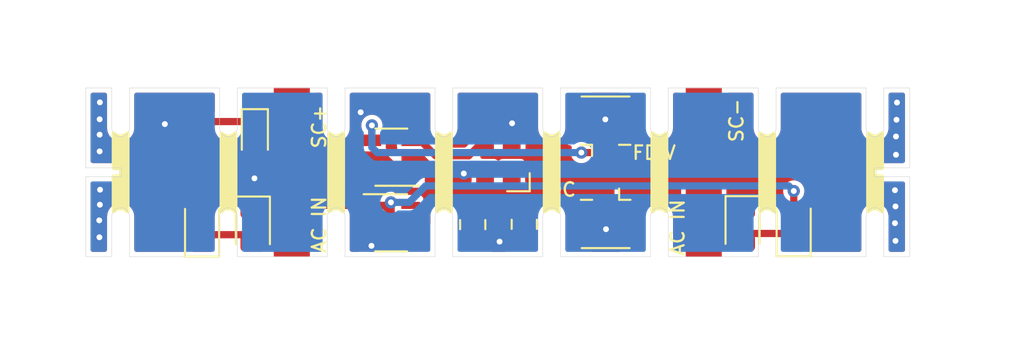
<source format=kicad_pcb>
(kicad_pcb (version 20171130) (host pcbnew "(5.1.6)-1")

  (general
    (thickness 1.6)
    (drawings 270)
    (tracks 108)
    (zones 0)
    (modules 16)
    (nets 8)
  )

  (page A4)
  (layers
    (0 F.Cu signal)
    (31 B.Cu signal)
    (32 B.Adhes user hide)
    (33 F.Adhes user hide)
    (34 B.Paste user hide)
    (35 F.Paste user hide)
    (36 B.SilkS user hide)
    (37 F.SilkS user)
    (38 B.Mask user hide)
    (39 F.Mask user hide)
    (40 Dwgs.User user hide)
    (41 Cmts.User user hide)
    (42 Eco1.User user hide)
    (43 Eco2.User user hide)
    (44 Edge.Cuts user)
    (45 Margin user hide)
    (46 B.CrtYd user hide)
    (47 F.CrtYd user hide)
    (48 B.Fab user hide)
    (49 F.Fab user hide)
  )

  (setup
    (last_trace_width 0.1524)
    (user_trace_width 0.1524)
    (user_trace_width 0.254)
    (user_trace_width 0.3048)
    (user_trace_width 0.4064)
    (user_trace_width 0.508)
    (user_trace_width 1.016)
    (user_trace_width 1.524)
    (user_trace_width 2.032)
    (user_trace_width 25.4)
    (trace_clearance 0.1524)
    (zone_clearance 0.254)
    (zone_45_only no)
    (trace_min 0.1524)
    (via_size 0.6858)
    (via_drill 0.3302)
    (via_min_size 0.508)
    (via_min_drill 0.254)
    (user_via 0.508 0.254)
    (user_via 0.635 0.3175)
    (user_via 0.762 0.508)
    (uvia_size 0.3)
    (uvia_drill 0.1)
    (uvias_allowed no)
    (uvia_min_size 0.2)
    (uvia_min_drill 0.1)
    (edge_width 0.05)
    (segment_width 0.2)
    (pcb_text_width 0.3)
    (pcb_text_size 1.5 1.5)
    (mod_edge_width 0.12)
    (mod_text_size 1 1)
    (mod_text_width 0.15)
    (pad_size 3.81 2.032)
    (pad_drill 0)
    (pad_to_mask_clearance 0.1016)
    (solder_mask_min_width 0.1016)
    (aux_axis_origin 0 0)
    (visible_elements 7FFFFFFF)
    (pcbplotparams
      (layerselection 0x010fc_ffffffff)
      (usegerberextensions false)
      (usegerberattributes true)
      (usegerberadvancedattributes true)
      (creategerberjobfile true)
      (excludeedgelayer true)
      (linewidth 0.100000)
      (plotframeref false)
      (viasonmask false)
      (mode 1)
      (useauxorigin false)
      (hpglpennumber 1)
      (hpglpenspeed 20)
      (hpglpendiameter 15.000000)
      (psnegative false)
      (psa4output false)
      (plotreference true)
      (plotvalue true)
      (plotinvisibletext false)
      (padsonsilk false)
      (subtractmaskfromsilk false)
      (outputformat 1)
      (mirror false)
      (drillshape 1)
      (scaleselection 1)
      (outputdirectory ""))
  )

  (net 0 "")
  (net 1 GND)
  (net 2 +3V3)
  (net 3 /ATTINY_DIV/CLK_OUT)
  (net 4 /ATTINY_DIV/CLK_IN)
  (net 5 "Net-(D1-Pad2)")
  (net 6 "Net-(D2-Pad2)")
  (net 7 "Net-(D3-Pad2)")

  (net_class Default "This is the default net class."
    (clearance 0.1524)
    (trace_width 0.1524)
    (via_dia 0.6858)
    (via_drill 0.3302)
    (uvia_dia 0.3)
    (uvia_drill 0.1)
    (add_net +3V3)
    (add_net /ATTINY_DIV/CLK_IN)
    (add_net /ATTINY_DIV/CLK_OUT)
    (add_net GND)
    (add_net "Net-(D1-Pad2)")
    (add_net "Net-(D2-Pad2)")
    (add_net "Net-(D3-Pad2)")
  )

  (module TestPoint:TestPoint_Pad_D4.0mm (layer F.Cu) (tedit 6019DC9B) (tstamp 601BBD73)
    (at 11.557 -2.8575 90)
    (descr "SMD pad as test Point, diameter 4.0mm")
    (tags "test point SMD pad")
    (path /60458256)
    (attr virtual)
    (fp_text reference TP4 (at 0 -2.898 90) (layer F.SilkS) hide
      (effects (font (size 1 1) (thickness 0.15)))
    )
    (fp_text value TestPoint (at 0 3.1 90) (layer F.Fab)
      (effects (font (size 1 1) (thickness 0.15)))
    )
    (fp_text user %R (at 0 -2.9 90) (layer F.Fab)
      (effects (font (size 1 1) (thickness 0.15)))
    )
    (pad 1 smd rect (at 0 0.045866 90) (size 3.81 2.032) (layers F.Cu F.Mask)
      (net 1 GND))
  )

  (module TestPoint:TestPoint_Pad_D4.0mm (layer F.Cu) (tedit 6019DC96) (tstamp 6007B2FE)
    (at 11.602866 2.8575 90)
    (descr "SMD pad as test Point, diameter 4.0mm")
    (tags "test point SMD pad")
    (path /6009EBA4)
    (attr virtual)
    (fp_text reference TP2 (at 0 -2.898 90) (layer F.SilkS) hide
      (effects (font (size 1 1) (thickness 0.15)))
    )
    (fp_text value TestPoint (at 0 3.1 90) (layer F.Fab)
      (effects (font (size 1 1) (thickness 0.15)))
    )
    (fp_text user %R (at 0 -2.9 90) (layer F.Fab)
      (effects (font (size 1 1) (thickness 0.15)))
    )
    (pad 1 smd rect (at 0 0 90) (size 3.81 2.032) (layers F.Cu F.Mask)
      (net 5 "Net-(D1-Pad2)"))
  )

  (module TestPoint:TestPoint_Pad_D4.0mm (layer F.Cu) (tedit 6019DC8F) (tstamp 6007B2F6)
    (at -11.602866 2.8448 90)
    (descr "SMD pad as test Point, diameter 4.0mm")
    (tags "test point SMD pad")
    (path /6009E251)
    (attr virtual)
    (fp_text reference TP1 (at 0 -2.898 90) (layer F.SilkS) hide
      (effects (font (size 1 1) (thickness 0.15)))
    )
    (fp_text value TestPoint (at 0 3.1 90) (layer F.Fab)
      (effects (font (size 1 1) (thickness 0.15)))
    )
    (fp_text user %R (at 0 -2.9 90) (layer F.Fab)
      (effects (font (size 1 1) (thickness 0.15)))
    )
    (pad 1 smd rect (at 0 0 90) (size 3.81 2.032) (layers F.Cu F.Mask)
      (net 6 "Net-(D2-Pad2)"))
  )

  (module TestPoint:TestPoint_Pad_D4.0mm (layer F.Cu) (tedit 6019DC86) (tstamp 601BBD6B)
    (at -11.684 -2.8575 90)
    (descr "SMD pad as test Point, diameter 4.0mm")
    (tags "test point SMD pad")
    (path /60457E49)
    (attr virtual)
    (fp_text reference TP3 (at 0 -2.898 90) (layer F.SilkS) hide
      (effects (font (size 1 1) (thickness 0.15)))
    )
    (fp_text value TestPoint (at 0 3.1 90) (layer F.Fab)
      (effects (font (size 1 1) (thickness 0.15)))
    )
    (fp_text user %R (at 0 -2.9 90) (layer F.Fab)
      (effects (font (size 1 1) (thickness 0.15)))
    )
    (pad 1 smd rect (at 0 0.081134 90) (size 3.81 2.032) (layers F.Cu F.Mask)
      (net 7 "Net-(D3-Pad2)"))
  )

  (module Conrads:SIT8008BI (layer F.Cu) (tedit 5D795E41) (tstamp 6019E4AC)
    (at 0.78232 0.0508 90)
    (path /6019E91B)
    (fp_text reference X1 (at 1.27 1.016 90) (layer F.SilkS) hide
      (effects (font (size 0.5 0.5) (thickness 0.05)))
    )
    (fp_text value SIT8008AI-13-33S-1.800000D (at 0 -4.572 90) (layer F.Fab)
      (effects (font (size 1 1) (thickness 0.15)))
    )
    (fp_line (start -1.016 -0.254) (end -1.016 0.762) (layer F.SilkS) (width 0.12))
    (fp_line (start -1.016 0.762) (end -1.016 1.016) (layer F.SilkS) (width 0.12))
    (fp_line (start -1.016 1.016) (end 0 1.016) (layer F.SilkS) (width 0.12))
    (pad 2 smd rect (at 1.9 0 90) (size 1.1 1) (layers F.Cu F.Paste F.Mask)
      (net 1 GND))
    (pad 3 smd rect (at 1.9 -1.5 90) (size 1.1 1) (layers F.Cu F.Paste F.Mask)
      (net 4 /ATTINY_DIV/CLK_IN))
    (pad 4 smd rect (at 0 -1.5 90) (size 1.1 1) (layers F.Cu F.Paste F.Mask)
      (net 2 +3V3))
    (pad 1 smd rect (at 0 0 90) (size 1.1 1) (layers F.Cu F.Paste F.Mask)
      (net 2 +3V3))
  )

  (module Diode_SMD:D_0603_1608Metric (layer F.Cu) (tedit 5B301BBE) (tstamp 601BE36B)
    (at -13.68552 -2.0701 270)
    (descr "Diode SMD 0603 (1608 Metric), square (rectangular) end terminal, IPC_7351 nominal, (Body size source: http://www.tortai-tech.com/upload/download/2011102023233369053.pdf), generated with kicad-footprint-generator")
    (tags diode)
    (path /600AC48D)
    (attr smd)
    (fp_text reference D7 (at 0 -1.43 90) (layer F.SilkS) hide
      (effects (font (size 1 1) (thickness 0.15)))
    )
    (fp_text value asdf (at 0 1.43 90) (layer F.Fab)
      (effects (font (size 1 1) (thickness 0.15)))
    )
    (fp_line (start 1.48 0.73) (end -1.48 0.73) (layer F.CrtYd) (width 0.05))
    (fp_line (start 1.48 -0.73) (end 1.48 0.73) (layer F.CrtYd) (width 0.05))
    (fp_line (start -1.48 -0.73) (end 1.48 -0.73) (layer F.CrtYd) (width 0.05))
    (fp_line (start -1.48 0.73) (end -1.48 -0.73) (layer F.CrtYd) (width 0.05))
    (fp_line (start -1.485 0.735) (end 0.8 0.735) (layer F.SilkS) (width 0.12))
    (fp_line (start -1.485 -0.735) (end -1.485 0.735) (layer F.SilkS) (width 0.12))
    (fp_line (start 0.8 -0.735) (end -1.485 -0.735) (layer F.SilkS) (width 0.12))
    (fp_line (start 0.8 0.4) (end 0.8 -0.4) (layer F.Fab) (width 0.1))
    (fp_line (start -0.8 0.4) (end 0.8 0.4) (layer F.Fab) (width 0.1))
    (fp_line (start -0.8 -0.1) (end -0.8 0.4) (layer F.Fab) (width 0.1))
    (fp_line (start -0.5 -0.4) (end -0.8 -0.1) (layer F.Fab) (width 0.1))
    (fp_line (start 0.8 -0.4) (end -0.5 -0.4) (layer F.Fab) (width 0.1))
    (fp_text user %R (at 0 0 90) (layer F.Fab)
      (effects (font (size 0.4 0.4) (thickness 0.06)))
    )
    (pad 2 smd roundrect (at 0.7875 0 270) (size 0.875 0.95) (layers F.Cu F.Paste F.Mask) (roundrect_rratio 0.25)
      (net 1 GND))
    (pad 1 smd roundrect (at -0.7875 0 270) (size 0.875 0.95) (layers F.Cu F.Paste F.Mask) (roundrect_rratio 0.25)
      (net 7 "Net-(D3-Pad2)"))
    (model ${KISYS3DMOD}/Diode_SMD.3dshapes/D_0603_1608Metric.wrl
      (at (xyz 0 0 0))
      (scale (xyz 1 1 1))
      (rotate (xyz 0 0 0))
    )
  )

  (module Package_TO_SOT_SMD:SOT-23-6 (layer F.Cu) (tedit 5A02FF57) (tstamp 6007EB8E)
    (at -5.99694 -0.8509 180)
    (descr "6-pin SOT-23 package")
    (tags SOT-23-6)
    (path /6002400B/600C462A)
    (attr smd)
    (fp_text reference U2 (at 0 -2.9) (layer F.SilkS) hide
      (effects (font (size 1 1) (thickness 0.15)))
    )
    (fp_text value ATtiny10-TS (at 0 2.9) (layer F.Fab)
      (effects (font (size 1 1) (thickness 0.15)))
    )
    (fp_line (start -0.9 1.61) (end 0.9 1.61) (layer F.SilkS) (width 0.12))
    (fp_line (start 0.9 -1.61) (end -1.55 -1.61) (layer F.SilkS) (width 0.12))
    (fp_line (start 1.9 -1.8) (end -1.9 -1.8) (layer F.CrtYd) (width 0.05))
    (fp_line (start 1.9 1.8) (end 1.9 -1.8) (layer F.CrtYd) (width 0.05))
    (fp_line (start -1.9 1.8) (end 1.9 1.8) (layer F.CrtYd) (width 0.05))
    (fp_line (start -1.9 -1.8) (end -1.9 1.8) (layer F.CrtYd) (width 0.05))
    (fp_line (start -0.9 -0.9) (end -0.25 -1.55) (layer F.Fab) (width 0.1))
    (fp_line (start 0.9 -1.55) (end -0.25 -1.55) (layer F.Fab) (width 0.1))
    (fp_line (start -0.9 -0.9) (end -0.9 1.55) (layer F.Fab) (width 0.1))
    (fp_line (start 0.9 1.55) (end -0.9 1.55) (layer F.Fab) (width 0.1))
    (fp_line (start 0.9 -1.55) (end 0.9 1.55) (layer F.Fab) (width 0.1))
    (fp_text user %R (at 0 0 90) (layer F.Fab)
      (effects (font (size 0.5 0.5) (thickness 0.075)))
    )
    (pad 5 smd rect (at 1.1 0 180) (size 1.06 0.65) (layers F.Cu F.Paste F.Mask)
      (net 2 +3V3))
    (pad 6 smd rect (at 1.1 -0.95 180) (size 1.06 0.65) (layers F.Cu F.Paste F.Mask))
    (pad 4 smd rect (at 1.1 0.95 180) (size 1.06 0.65) (layers F.Cu F.Paste F.Mask)
      (net 3 /ATTINY_DIV/CLK_OUT))
    (pad 3 smd rect (at -1.1 0.95 180) (size 1.06 0.65) (layers F.Cu F.Paste F.Mask)
      (net 4 /ATTINY_DIV/CLK_IN))
    (pad 2 smd rect (at -1.1 0 180) (size 1.06 0.65) (layers F.Cu F.Paste F.Mask)
      (net 1 GND))
    (pad 1 smd rect (at -1.1 -0.95 180) (size 1.06 0.65) (layers F.Cu F.Paste F.Mask))
    (model ${KISYS3DMOD}/Package_TO_SOT_SMD.3dshapes/SOT-23-6.wrl
      (at (xyz 0 0 0))
      (scale (xyz 1 1 1))
      (rotate (xyz 0 0 0))
    )
  )

  (module Connector_Coaxial:U.FL_Hirose_U.FL-R-SMT-1_Vertical (layer F.Cu) (tedit 5A1DBFC3) (tstamp 601BD2FF)
    (at 6.07568 2.43586 270)
    (descr "Hirose U.FL Coaxial https://www.hirose.com/product/en/products/U.FL/U.FL-R-SMT-1%2810%29/")
    (tags "Hirose U.FL Coaxial")
    (path /600BE920)
    (attr smd)
    (fp_text reference J2 (at 0.475 -3.2 90) (layer F.SilkS) hide
      (effects (font (size 1 1) (thickness 0.15)))
    )
    (fp_text value Conn_Coaxial (at 0.475 3.2 90) (layer F.Fab)
      (effects (font (size 1 1) (thickness 0.15)))
    )
    (fp_line (start -1.32 -1) (end -2.02 -1) (layer F.CrtYd) (width 0.05))
    (fp_line (start -1.32 1.8) (end -1.32 1) (layer F.CrtYd) (width 0.05))
    (fp_line (start -1.32 -1.8) (end -1.12 -1.8) (layer F.CrtYd) (width 0.05))
    (fp_line (start -1.12 -1.8) (end -1.12 -2.5) (layer F.CrtYd) (width 0.05))
    (fp_line (start 2.08 -2.5) (end -1.12 -2.5) (layer F.CrtYd) (width 0.05))
    (fp_line (start -1.32 -1) (end -1.32 -1.8) (layer F.CrtYd) (width 0.05))
    (fp_line (start 2.08 -1.8) (end 2.08 -2.5) (layer F.CrtYd) (width 0.05))
    (fp_line (start 2.08 -1.8) (end 2.28 -1.8) (layer F.CrtYd) (width 0.05))
    (fp_line (start -0.885 -1.4) (end -0.885 -0.76) (layer F.SilkS) (width 0.12))
    (fp_line (start -0.425 1.5) (end -0.425 1.3) (layer F.Fab) (width 0.1))
    (fp_line (start -0.425 1.3) (end -0.825 1.3) (layer F.Fab) (width 0.1))
    (fp_line (start -0.825 0.3) (end -0.825 1.3) (layer F.Fab) (width 0.1))
    (fp_line (start -1.075 0.3) (end -0.825 0.3) (layer F.Fab) (width 0.1))
    (fp_line (start -1.075 0.3) (end -1.075 -0.15) (layer F.Fab) (width 0.1))
    (fp_line (start -0.925 -0.3) (end -0.825 -0.3) (layer F.Fab) (width 0.1))
    (fp_line (start -0.825 -0.3) (end -0.825 -1.3) (layer F.Fab) (width 0.1))
    (fp_line (start -0.425 -1.5) (end -0.425 -1.3) (layer F.Fab) (width 0.1))
    (fp_line (start -0.425 -1.3) (end -0.825 -1.3) (layer F.Fab) (width 0.1))
    (fp_line (start -0.425 1.5) (end 1.375 1.5) (layer F.Fab) (width 0.1))
    (fp_line (start 1.375 1.5) (end 1.375 1.3) (layer F.Fab) (width 0.1))
    (fp_line (start 1.775 1.3) (end 1.375 1.3) (layer F.Fab) (width 0.1))
    (fp_line (start 1.775 -1.3) (end 1.775 1.3) (layer F.Fab) (width 0.1))
    (fp_line (start -0.425 -1.5) (end 1.375 -1.5) (layer F.Fab) (width 0.1))
    (fp_line (start 1.375 -1.5) (end 1.375 -1.3) (layer F.Fab) (width 0.1))
    (fp_line (start 1.775 -1.3) (end 1.375 -1.3) (layer F.Fab) (width 0.1))
    (fp_line (start -0.925 -0.3) (end -1.075 -0.15) (layer F.Fab) (width 0.1))
    (fp_line (start -0.885 1.4) (end -0.885 0.76) (layer F.SilkS) (width 0.12))
    (fp_line (start -0.885 -0.76) (end -1.515 -0.76) (layer F.SilkS) (width 0.12))
    (fp_line (start 1.835 -1.35) (end 1.835 1.35) (layer F.SilkS) (width 0.12))
    (fp_line (start 2.08 2.5) (end -1.12 2.5) (layer F.CrtYd) (width 0.05))
    (fp_line (start -1.12 2.5) (end -1.12 1.8) (layer F.CrtYd) (width 0.05))
    (fp_line (start -1.32 1.8) (end -1.12 1.8) (layer F.CrtYd) (width 0.05))
    (fp_line (start 2.28 1.8) (end 2.28 -1.8) (layer F.CrtYd) (width 0.05))
    (fp_line (start 2.08 2.5) (end 2.08 1.8) (layer F.CrtYd) (width 0.05))
    (fp_line (start 2.08 1.8) (end 2.28 1.8) (layer F.CrtYd) (width 0.05))
    (fp_line (start -1.32 1) (end -2.02 1) (layer F.CrtYd) (width 0.05))
    (fp_line (start -2.02 1) (end -2.02 -1) (layer F.CrtYd) (width 0.05))
    (fp_text user %R (at 0.475 0) (layer F.Fab)
      (effects (font (size 0.6 0.6) (thickness 0.09)))
    )
    (pad 2 smd rect (at 0.475 -1.475 270) (size 2.2 1.05) (layers F.Cu F.Paste F.Mask)
      (net 1 GND))
    (pad 1 smd rect (at -1.05 0 270) (size 1.05 1) (layers F.Cu F.Paste F.Mask)
      (net 2 +3V3))
    (pad 2 smd rect (at 0.475 1.475 270) (size 2.2 1.05) (layers F.Cu F.Paste F.Mask)
      (net 1 GND))
    (model ${KISYS3DMOD}/Connector_Coaxial.3dshapes/U.FL_Hirose_U.FL-R-SMT-1_Vertical.wrl
      (offset (xyz 0.4749999928262157 0 0))
      (scale (xyz 1 1 1))
      (rotate (xyz 0 0 0))
    )
  )

  (module Package_TO_SOT_SMD:SOT-23-8 (layer F.Cu) (tedit 5A02FF57) (tstamp 60075175)
    (at -6.0071 2.8448)
    (descr "8-pin SOT-23 package, http://www.analog.com/media/en/package-pcb-resources/package/pkg_pdf/sot-23rj/rj_8.pdf")
    (tags SOT-23-8)
    (path /60081DB6)
    (attr smd)
    (fp_text reference U8 (at 0 -2.5) (layer F.SilkS) hide
      (effects (font (size 1 1) (thickness 0.15)))
    )
    (fp_text value LT3008ETS8-3.3 (at 0 2.5) (layer F.Fab)
      (effects (font (size 1 1) (thickness 0.15)))
    )
    (fp_line (start 0.9 -1.55) (end 0.9 1.55) (layer F.Fab) (width 0.1))
    (fp_line (start 0.9 1.55) (end -0.9 1.55) (layer F.Fab) (width 0.1))
    (fp_line (start -0.9 -0.9) (end -0.9 1.55) (layer F.Fab) (width 0.1))
    (fp_line (start 0.9 -1.55) (end -0.25 -1.55) (layer F.Fab) (width 0.1))
    (fp_line (start -0.9 -0.9) (end -0.25 -1.55) (layer F.Fab) (width 0.1))
    (fp_line (start -1.9 -1.8) (end -1.9 1.8) (layer F.CrtYd) (width 0.05))
    (fp_line (start -1.9 1.8) (end 1.9 1.8) (layer F.CrtYd) (width 0.05))
    (fp_line (start 1.9 1.8) (end 1.9 -1.8) (layer F.CrtYd) (width 0.05))
    (fp_line (start 1.9 -1.8) (end -1.9 -1.8) (layer F.CrtYd) (width 0.05))
    (fp_line (start 0.9 -1.61) (end -1.55 -1.61) (layer F.SilkS) (width 0.12))
    (fp_line (start -0.9 1.61) (end 0.9 1.61) (layer F.SilkS) (width 0.12))
    (fp_text user %R (at 0 0 90) (layer F.Fab)
      (effects (font (size 0.5 0.5) (thickness 0.075)))
    )
    (pad 8 smd rect (at 1.1 -0.98) (size 1.06 0.4) (layers F.Cu F.Paste F.Mask))
    (pad 7 smd rect (at 1.1 -0.33) (size 1.06 0.4) (layers F.Cu F.Paste F.Mask)
      (net 2 +3V3))
    (pad 6 smd rect (at 1.1 0.33) (size 1.06 0.4) (layers F.Cu F.Paste F.Mask)
      (net 2 +3V3))
    (pad 5 smd rect (at 1.1 0.98) (size 1.06 0.4) (layers F.Cu F.Paste F.Mask)
      (net 7 "Net-(D3-Pad2)"))
    (pad 4 smd rect (at -1.1 0.98) (size 1.06 0.4) (layers F.Cu F.Paste F.Mask)
      (net 1 GND))
    (pad 3 smd rect (at -1.1 0.33) (size 1.06 0.4) (layers F.Cu F.Paste F.Mask)
      (net 1 GND))
    (pad 2 smd rect (at -1.1 -0.33) (size 1.06 0.4) (layers F.Cu F.Paste F.Mask)
      (net 1 GND))
    (pad 1 smd rect (at -1.1 -0.98) (size 1.06 0.4) (layers F.Cu F.Paste F.Mask)
      (net 7 "Net-(D3-Pad2)"))
    (model ${KISYS3DMOD}/Package_TO_SOT_SMD.3dshapes/SOT-23-8.wrl
      (at (xyz 0 0 0))
      (scale (xyz 1 1 1))
      (rotate (xyz 0 0 0))
    )
  )

  (module Diode_SMD:D_0805_2012Metric (layer F.Cu) (tedit 5B36C52B) (tstamp 601A4E69)
    (at -16.65732 3.06324 90)
    (descr "Diode SMD 0805 (2012 Metric), square (rectangular) end terminal, IPC_7351 nominal, (Body size source: https://docs.google.com/spreadsheets/d/1BsfQQcO9C6DZCsRaXUlFlo91Tg2WpOkGARC1WS5S8t0/edit?usp=sharing), generated with kicad-footprint-generator")
    (tags diode)
    (path /600329CC)
    (attr smd)
    (fp_text reference D4 (at 0 -1.65 90) (layer F.SilkS) hide
      (effects (font (size 1 1) (thickness 0.15)))
    )
    (fp_text value DIODE (at 0 1.65 90) (layer F.Fab)
      (effects (font (size 1 1) (thickness 0.15)))
    )
    (fp_line (start 1 -0.6) (end -0.7 -0.6) (layer F.Fab) (width 0.1))
    (fp_line (start -0.7 -0.6) (end -1 -0.3) (layer F.Fab) (width 0.1))
    (fp_line (start -1 -0.3) (end -1 0.6) (layer F.Fab) (width 0.1))
    (fp_line (start -1 0.6) (end 1 0.6) (layer F.Fab) (width 0.1))
    (fp_line (start 1 0.6) (end 1 -0.6) (layer F.Fab) (width 0.1))
    (fp_line (start 1 -0.96) (end -1.685 -0.96) (layer F.SilkS) (width 0.12))
    (fp_line (start -1.685 -0.96) (end -1.685 0.96) (layer F.SilkS) (width 0.12))
    (fp_line (start -1.685 0.96) (end 1 0.96) (layer F.SilkS) (width 0.12))
    (fp_line (start -1.68 0.95) (end -1.68 -0.95) (layer F.CrtYd) (width 0.05))
    (fp_line (start -1.68 -0.95) (end 1.68 -0.95) (layer F.CrtYd) (width 0.05))
    (fp_line (start 1.68 -0.95) (end 1.68 0.95) (layer F.CrtYd) (width 0.05))
    (fp_line (start 1.68 0.95) (end -1.68 0.95) (layer F.CrtYd) (width 0.05))
    (fp_text user %R (at 0 0 90) (layer F.Fab)
      (effects (font (size 0.5 0.5) (thickness 0.08)))
    )
    (pad 1 smd roundrect (at -0.9375 0 90) (size 0.975 1.4) (layers F.Cu F.Paste F.Mask) (roundrect_rratio 0.25)
      (net 6 "Net-(D2-Pad2)"))
    (pad 2 smd roundrect (at 0.9375 0 90) (size 0.975 1.4) (layers F.Cu F.Paste F.Mask) (roundrect_rratio 0.25)
      (net 7 "Net-(D3-Pad2)"))
    (model ${KISYS3DMOD}/Diode_SMD.3dshapes/D_0805_2012Metric.wrl
      (at (xyz 0 0 0))
      (scale (xyz 1 1 1))
      (rotate (xyz 0 0 0))
    )
  )

  (module Diode_SMD:D_0805_2012Metric (layer F.Cu) (tedit 5B36C52B) (tstamp 60074F68)
    (at 16.66748 3.04546 90)
    (descr "Diode SMD 0805 (2012 Metric), square (rectangular) end terminal, IPC_7351 nominal, (Body size source: https://docs.google.com/spreadsheets/d/1BsfQQcO9C6DZCsRaXUlFlo91Tg2WpOkGARC1WS5S8t0/edit?usp=sharing), generated with kicad-footprint-generator")
    (tags diode)
    (path /60032584)
    (attr smd)
    (fp_text reference D3 (at 0 -1.65 90) (layer F.SilkS) hide
      (effects (font (size 1 1) (thickness 0.15)))
    )
    (fp_text value DIODE (at 0 1.65 90) (layer F.Fab)
      (effects (font (size 1 1) (thickness 0.15)))
    )
    (fp_line (start 1.68 0.95) (end -1.68 0.95) (layer F.CrtYd) (width 0.05))
    (fp_line (start 1.68 -0.95) (end 1.68 0.95) (layer F.CrtYd) (width 0.05))
    (fp_line (start -1.68 -0.95) (end 1.68 -0.95) (layer F.CrtYd) (width 0.05))
    (fp_line (start -1.68 0.95) (end -1.68 -0.95) (layer F.CrtYd) (width 0.05))
    (fp_line (start -1.685 0.96) (end 1 0.96) (layer F.SilkS) (width 0.12))
    (fp_line (start -1.685 -0.96) (end -1.685 0.96) (layer F.SilkS) (width 0.12))
    (fp_line (start 1 -0.96) (end -1.685 -0.96) (layer F.SilkS) (width 0.12))
    (fp_line (start 1 0.6) (end 1 -0.6) (layer F.Fab) (width 0.1))
    (fp_line (start -1 0.6) (end 1 0.6) (layer F.Fab) (width 0.1))
    (fp_line (start -1 -0.3) (end -1 0.6) (layer F.Fab) (width 0.1))
    (fp_line (start -0.7 -0.6) (end -1 -0.3) (layer F.Fab) (width 0.1))
    (fp_line (start 1 -0.6) (end -0.7 -0.6) (layer F.Fab) (width 0.1))
    (fp_text user %R (at 0 0 90) (layer F.Fab)
      (effects (font (size 0.5 0.5) (thickness 0.08)))
    )
    (pad 2 smd roundrect (at 0.9375 0 90) (size 0.975 1.4) (layers F.Cu F.Paste F.Mask) (roundrect_rratio 0.25)
      (net 7 "Net-(D3-Pad2)"))
    (pad 1 smd roundrect (at -0.9375 0 90) (size 0.975 1.4) (layers F.Cu F.Paste F.Mask) (roundrect_rratio 0.25)
      (net 5 "Net-(D1-Pad2)"))
    (model ${KISYS3DMOD}/Diode_SMD.3dshapes/D_0805_2012Metric.wrl
      (at (xyz 0 0 0))
      (scale (xyz 1 1 1))
      (rotate (xyz 0 0 0))
    )
  )

  (module Diode_SMD:D_0805_2012Metric (layer F.Cu) (tedit 5B36C52B) (tstamp 60074F55)
    (at -13.79728 3.05054 270)
    (descr "Diode SMD 0805 (2012 Metric), square (rectangular) end terminal, IPC_7351 nominal, (Body size source: https://docs.google.com/spreadsheets/d/1BsfQQcO9C6DZCsRaXUlFlo91Tg2WpOkGARC1WS5S8t0/edit?usp=sharing), generated with kicad-footprint-generator")
    (tags diode)
    (path /600322C5)
    (attr smd)
    (fp_text reference D2 (at 0 -1.65 90) (layer F.SilkS) hide
      (effects (font (size 1 1) (thickness 0.15)))
    )
    (fp_text value DIODE (at 0 1.65 90) (layer F.Fab)
      (effects (font (size 1 1) (thickness 0.15)))
    )
    (fp_line (start 1.68 0.95) (end -1.68 0.95) (layer F.CrtYd) (width 0.05))
    (fp_line (start 1.68 -0.95) (end 1.68 0.95) (layer F.CrtYd) (width 0.05))
    (fp_line (start -1.68 -0.95) (end 1.68 -0.95) (layer F.CrtYd) (width 0.05))
    (fp_line (start -1.68 0.95) (end -1.68 -0.95) (layer F.CrtYd) (width 0.05))
    (fp_line (start -1.685 0.96) (end 1 0.96) (layer F.SilkS) (width 0.12))
    (fp_line (start -1.685 -0.96) (end -1.685 0.96) (layer F.SilkS) (width 0.12))
    (fp_line (start 1 -0.96) (end -1.685 -0.96) (layer F.SilkS) (width 0.12))
    (fp_line (start 1 0.6) (end 1 -0.6) (layer F.Fab) (width 0.1))
    (fp_line (start -1 0.6) (end 1 0.6) (layer F.Fab) (width 0.1))
    (fp_line (start -1 -0.3) (end -1 0.6) (layer F.Fab) (width 0.1))
    (fp_line (start -0.7 -0.6) (end -1 -0.3) (layer F.Fab) (width 0.1))
    (fp_line (start 1 -0.6) (end -0.7 -0.6) (layer F.Fab) (width 0.1))
    (fp_text user %R (at 0 0 90) (layer F.Fab)
      (effects (font (size 0.5 0.5) (thickness 0.08)))
    )
    (pad 2 smd roundrect (at 0.9375 0 270) (size 0.975 1.4) (layers F.Cu F.Paste F.Mask) (roundrect_rratio 0.25)
      (net 6 "Net-(D2-Pad2)"))
    (pad 1 smd roundrect (at -0.9375 0 270) (size 0.975 1.4) (layers F.Cu F.Paste F.Mask) (roundrect_rratio 0.25)
      (net 1 GND))
    (model ${KISYS3DMOD}/Diode_SMD.3dshapes/D_0805_2012Metric.wrl
      (at (xyz 0 0 0))
      (scale (xyz 1 1 1))
      (rotate (xyz 0 0 0))
    )
  )

  (module Diode_SMD:D_0805_2012Metric (layer F.Cu) (tedit 5B36C52B) (tstamp 60074F42)
    (at 13.78966 3.03022 270)
    (descr "Diode SMD 0805 (2012 Metric), square (rectangular) end terminal, IPC_7351 nominal, (Body size source: https://docs.google.com/spreadsheets/d/1BsfQQcO9C6DZCsRaXUlFlo91Tg2WpOkGARC1WS5S8t0/edit?usp=sharing), generated with kicad-footprint-generator")
    (tags diode)
    (path /60031D7A)
    (attr smd)
    (fp_text reference D1 (at 0 -1.65 90) (layer F.SilkS) hide
      (effects (font (size 1 1) (thickness 0.15)))
    )
    (fp_text value DIODE (at 0 1.65 90) (layer F.Fab)
      (effects (font (size 1 1) (thickness 0.15)))
    )
    (fp_line (start 1.68 0.95) (end -1.68 0.95) (layer F.CrtYd) (width 0.05))
    (fp_line (start 1.68 -0.95) (end 1.68 0.95) (layer F.CrtYd) (width 0.05))
    (fp_line (start -1.68 -0.95) (end 1.68 -0.95) (layer F.CrtYd) (width 0.05))
    (fp_line (start -1.68 0.95) (end -1.68 -0.95) (layer F.CrtYd) (width 0.05))
    (fp_line (start -1.685 0.96) (end 1 0.96) (layer F.SilkS) (width 0.12))
    (fp_line (start -1.685 -0.96) (end -1.685 0.96) (layer F.SilkS) (width 0.12))
    (fp_line (start 1 -0.96) (end -1.685 -0.96) (layer F.SilkS) (width 0.12))
    (fp_line (start 1 0.6) (end 1 -0.6) (layer F.Fab) (width 0.1))
    (fp_line (start -1 0.6) (end 1 0.6) (layer F.Fab) (width 0.1))
    (fp_line (start -1 -0.3) (end -1 0.6) (layer F.Fab) (width 0.1))
    (fp_line (start -0.7 -0.6) (end -1 -0.3) (layer F.Fab) (width 0.1))
    (fp_line (start 1 -0.6) (end -0.7 -0.6) (layer F.Fab) (width 0.1))
    (fp_text user %R (at 0 0 90) (layer F.Fab)
      (effects (font (size 0.5 0.5) (thickness 0.08)))
    )
    (pad 2 smd roundrect (at 0.9375 0 270) (size 0.975 1.4) (layers F.Cu F.Paste F.Mask) (roundrect_rratio 0.25)
      (net 5 "Net-(D1-Pad2)"))
    (pad 1 smd roundrect (at -0.9375 0 270) (size 0.975 1.4) (layers F.Cu F.Paste F.Mask) (roundrect_rratio 0.25)
      (net 1 GND))
    (model ${KISYS3DMOD}/Diode_SMD.3dshapes/D_0805_2012Metric.wrl
      (at (xyz 0 0 0))
      (scale (xyz 1 1 1))
      (rotate (xyz 0 0 0))
    )
  )

  (module Capacitor_SMD:C_0805_2012Metric (layer F.Cu) (tedit 5B36C52B) (tstamp 6007D4F2)
    (at 1.49352 2.93116 270)
    (descr "Capacitor SMD 0805 (2012 Metric), square (rectangular) end terminal, IPC_7351 nominal, (Body size source: https://docs.google.com/spreadsheets/d/1BsfQQcO9C6DZCsRaXUlFlo91Tg2WpOkGARC1WS5S8t0/edit?usp=sharing), generated with kicad-footprint-generator")
    (tags capacitor)
    (path /6002400B/600366F6)
    (attr smd)
    (fp_text reference C7 (at 0 -1.65 90) (layer F.SilkS) hide
      (effects (font (size 1 1) (thickness 0.15)))
    )
    (fp_text value C (at 0 1.65 90) (layer F.Fab)
      (effects (font (size 1 1) (thickness 0.15)))
    )
    (fp_line (start 1.68 0.95) (end -1.68 0.95) (layer F.CrtYd) (width 0.05))
    (fp_line (start 1.68 -0.95) (end 1.68 0.95) (layer F.CrtYd) (width 0.05))
    (fp_line (start -1.68 -0.95) (end 1.68 -0.95) (layer F.CrtYd) (width 0.05))
    (fp_line (start -1.68 0.95) (end -1.68 -0.95) (layer F.CrtYd) (width 0.05))
    (fp_line (start -0.258578 0.71) (end 0.258578 0.71) (layer F.SilkS) (width 0.12))
    (fp_line (start -0.258578 -0.71) (end 0.258578 -0.71) (layer F.SilkS) (width 0.12))
    (fp_line (start 1 0.6) (end -1 0.6) (layer F.Fab) (width 0.1))
    (fp_line (start 1 -0.6) (end 1 0.6) (layer F.Fab) (width 0.1))
    (fp_line (start -1 -0.6) (end 1 -0.6) (layer F.Fab) (width 0.1))
    (fp_line (start -1 0.6) (end -1 -0.6) (layer F.Fab) (width 0.1))
    (fp_text user %R (at 0 0 90) (layer F.Fab)
      (effects (font (size 0.5 0.5) (thickness 0.08)))
    )
    (pad 2 smd roundrect (at 0.9375 0 270) (size 0.975 1.4) (layers F.Cu F.Paste F.Mask) (roundrect_rratio 0.25)
      (net 1 GND))
    (pad 1 smd roundrect (at -0.9375 0 270) (size 0.975 1.4) (layers F.Cu F.Paste F.Mask) (roundrect_rratio 0.25)
      (net 2 +3V3))
    (model ${KISYS3DMOD}/Capacitor_SMD.3dshapes/C_0805_2012Metric.wrl
      (at (xyz 0 0 0))
      (scale (xyz 1 1 1))
      (rotate (xyz 0 0 0))
    )
  )

  (module Capacitor_SMD:C_0805_2012Metric (layer F.Cu) (tedit 5B36C52B) (tstamp 601BD6ED)
    (at -1.41224 2.94894 270)
    (descr "Capacitor SMD 0805 (2012 Metric), square (rectangular) end terminal, IPC_7351 nominal, (Body size source: https://docs.google.com/spreadsheets/d/1BsfQQcO9C6DZCsRaXUlFlo91Tg2WpOkGARC1WS5S8t0/edit?usp=sharing), generated with kicad-footprint-generator")
    (tags capacitor)
    (path /60034F43)
    (attr smd)
    (fp_text reference C5 (at 0 -1.65 90) (layer F.SilkS) hide
      (effects (font (size 1 1) (thickness 0.15)))
    )
    (fp_text value C (at 0 1.65 90) (layer F.Fab)
      (effects (font (size 1 1) (thickness 0.15)))
    )
    (fp_line (start 1.68 0.95) (end -1.68 0.95) (layer F.CrtYd) (width 0.05))
    (fp_line (start 1.68 -0.95) (end 1.68 0.95) (layer F.CrtYd) (width 0.05))
    (fp_line (start -1.68 -0.95) (end 1.68 -0.95) (layer F.CrtYd) (width 0.05))
    (fp_line (start -1.68 0.95) (end -1.68 -0.95) (layer F.CrtYd) (width 0.05))
    (fp_line (start -0.258578 0.71) (end 0.258578 0.71) (layer F.SilkS) (width 0.12))
    (fp_line (start -0.258578 -0.71) (end 0.258578 -0.71) (layer F.SilkS) (width 0.12))
    (fp_line (start 1 0.6) (end -1 0.6) (layer F.Fab) (width 0.1))
    (fp_line (start 1 -0.6) (end 1 0.6) (layer F.Fab) (width 0.1))
    (fp_line (start -1 -0.6) (end 1 -0.6) (layer F.Fab) (width 0.1))
    (fp_line (start -1 0.6) (end -1 -0.6) (layer F.Fab) (width 0.1))
    (fp_text user %R (at 0 0 90) (layer F.Fab)
      (effects (font (size 0.5 0.5) (thickness 0.08)))
    )
    (pad 2 smd roundrect (at 0.9375 0 270) (size 0.975 1.4) (layers F.Cu F.Paste F.Mask) (roundrect_rratio 0.25)
      (net 1 GND))
    (pad 1 smd roundrect (at -0.9375 0 270) (size 0.975 1.4) (layers F.Cu F.Paste F.Mask) (roundrect_rratio 0.25)
      (net 2 +3V3))
    (model ${KISYS3DMOD}/Capacitor_SMD.3dshapes/C_0805_2012Metric.wrl
      (at (xyz 0 0 0))
      (scale (xyz 1 1 1))
      (rotate (xyz 0 0 0))
    )
  )

  (module Connector_Coaxial:U.FL_Hirose_U.FL-R-SMT-1_Vertical (layer F.Cu) (tedit 5A1DBFC3) (tstamp 601BD383)
    (at 6.06806 -2.43332 90)
    (descr "Hirose U.FL Coaxial https://www.hirose.com/product/en/products/U.FL/U.FL-R-SMT-1%2810%29/")
    (tags "Hirose U.FL Coaxial")
    (path /60030A77)
    (attr smd)
    (fp_text reference J1 (at 0.475 -3.2 90) (layer F.SilkS) hide
      (effects (font (size 1 1) (thickness 0.15)))
    )
    (fp_text value Conn_Coaxial (at 0.475 3.2 90) (layer F.Fab)
      (effects (font (size 1 1) (thickness 0.15)))
    )
    (fp_line (start -1.32 -1) (end -2.02 -1) (layer F.CrtYd) (width 0.05))
    (fp_line (start -1.32 1.8) (end -1.32 1) (layer F.CrtYd) (width 0.05))
    (fp_line (start -1.32 -1.8) (end -1.12 -1.8) (layer F.CrtYd) (width 0.05))
    (fp_line (start -1.12 -1.8) (end -1.12 -2.5) (layer F.CrtYd) (width 0.05))
    (fp_line (start 2.08 -2.5) (end -1.12 -2.5) (layer F.CrtYd) (width 0.05))
    (fp_line (start -1.32 -1) (end -1.32 -1.8) (layer F.CrtYd) (width 0.05))
    (fp_line (start 2.08 -1.8) (end 2.08 -2.5) (layer F.CrtYd) (width 0.05))
    (fp_line (start 2.08 -1.8) (end 2.28 -1.8) (layer F.CrtYd) (width 0.05))
    (fp_line (start -0.885 -1.4) (end -0.885 -0.76) (layer F.SilkS) (width 0.12))
    (fp_line (start -0.425 1.5) (end -0.425 1.3) (layer F.Fab) (width 0.1))
    (fp_line (start -0.425 1.3) (end -0.825 1.3) (layer F.Fab) (width 0.1))
    (fp_line (start -0.825 0.3) (end -0.825 1.3) (layer F.Fab) (width 0.1))
    (fp_line (start -1.075 0.3) (end -0.825 0.3) (layer F.Fab) (width 0.1))
    (fp_line (start -1.075 0.3) (end -1.075 -0.15) (layer F.Fab) (width 0.1))
    (fp_line (start -0.925 -0.3) (end -0.825 -0.3) (layer F.Fab) (width 0.1))
    (fp_line (start -0.825 -0.3) (end -0.825 -1.3) (layer F.Fab) (width 0.1))
    (fp_line (start -0.425 -1.5) (end -0.425 -1.3) (layer F.Fab) (width 0.1))
    (fp_line (start -0.425 -1.3) (end -0.825 -1.3) (layer F.Fab) (width 0.1))
    (fp_line (start -0.425 1.5) (end 1.375 1.5) (layer F.Fab) (width 0.1))
    (fp_line (start 1.375 1.5) (end 1.375 1.3) (layer F.Fab) (width 0.1))
    (fp_line (start 1.775 1.3) (end 1.375 1.3) (layer F.Fab) (width 0.1))
    (fp_line (start 1.775 -1.3) (end 1.775 1.3) (layer F.Fab) (width 0.1))
    (fp_line (start -0.425 -1.5) (end 1.375 -1.5) (layer F.Fab) (width 0.1))
    (fp_line (start 1.375 -1.5) (end 1.375 -1.3) (layer F.Fab) (width 0.1))
    (fp_line (start 1.775 -1.3) (end 1.375 -1.3) (layer F.Fab) (width 0.1))
    (fp_line (start -0.925 -0.3) (end -1.075 -0.15) (layer F.Fab) (width 0.1))
    (fp_line (start -0.885 1.4) (end -0.885 0.76) (layer F.SilkS) (width 0.12))
    (fp_line (start -0.885 -0.76) (end -1.515 -0.76) (layer F.SilkS) (width 0.12))
    (fp_line (start 1.835 -1.35) (end 1.835 1.35) (layer F.SilkS) (width 0.12))
    (fp_line (start 2.08 2.5) (end -1.12 2.5) (layer F.CrtYd) (width 0.05))
    (fp_line (start -1.12 2.5) (end -1.12 1.8) (layer F.CrtYd) (width 0.05))
    (fp_line (start -1.32 1.8) (end -1.12 1.8) (layer F.CrtYd) (width 0.05))
    (fp_line (start 2.28 1.8) (end 2.28 -1.8) (layer F.CrtYd) (width 0.05))
    (fp_line (start 2.08 2.5) (end 2.08 1.8) (layer F.CrtYd) (width 0.05))
    (fp_line (start 2.08 1.8) (end 2.28 1.8) (layer F.CrtYd) (width 0.05))
    (fp_line (start -1.32 1) (end -2.02 1) (layer F.CrtYd) (width 0.05))
    (fp_line (start -2.02 1) (end -2.02 -1) (layer F.CrtYd) (width 0.05))
    (fp_text user %R (at 0.475 0) (layer F.Fab)
      (effects (font (size 0.6 0.6) (thickness 0.09)))
    )
    (pad 2 smd rect (at 0.475 -1.475 90) (size 2.2 1.05) (layers F.Cu F.Paste F.Mask)
      (net 1 GND))
    (pad 1 smd rect (at -1.05 0 90) (size 1.05 1) (layers F.Cu F.Paste F.Mask)
      (net 3 /ATTINY_DIV/CLK_OUT))
    (pad 2 smd rect (at 0.475 1.475 90) (size 2.2 1.05) (layers F.Cu F.Paste F.Mask)
      (net 1 GND))
    (model ${KISYS3DMOD}/Connector_Coaxial.3dshapes/U.FL_Hirose_U.FL-R-SMT-1_Vertical.wrl
      (offset (xyz 0.4749999928262157 0 0))
      (scale (xyz 1 1 1))
      (rotate (xyz 0 0 0))
    )
  )

  (gr_arc (start 9.104996 2.5) (end 9.604996 2.5) (angle -180) (layer Edge.Cuts) (width 0.0254))
  (gr_arc (start 15.174996 2.5) (end 15.674996 2.5) (angle -180) (layer Edge.Cuts) (width 0.0254))
  (gr_arc (start 21.244996 2.5) (end 21.744996 2.5) (angle -180) (layer Edge.Cuts) (width 0.0254))
  (gr_arc (start 21.244996 -2.5) (end 20.744996 -2.5) (angle -180) (layer Edge.Cuts) (width 0.0254))
  (gr_arc (start 15.174996 -2.5) (end 14.674996 -2.5) (angle -180) (layer Edge.Cuts) (width 0.0254))
  (gr_arc (start 9.104996 -2.5) (end 8.604996 -2.5) (angle -180) (layer Edge.Cuts) (width 0.0254))
  (gr_arc (start 3.034996 -2.5) (end 2.534996 -2.5) (angle -180) (layer Edge.Cuts) (width 0.0254))
  (gr_arc (start -3.034996 -2.5) (end -3.534996 -2.5) (angle -180) (layer Edge.Cuts) (width 0.0254))
  (gr_arc (start -9.104996 -2.5) (end -9.604996 -2.5) (angle -180) (layer Edge.Cuts) (width 0.0254))
  (gr_arc (start -15.174996 -2.5) (end -15.674996 -2.5) (angle -180) (layer Edge.Cuts) (width 0.0254))
  (gr_arc (start -21.244996 -2.5) (end -21.744996 -2.5) (angle -180) (layer Edge.Cuts) (width 0.0254))
  (gr_arc (start -21.244996 2.5) (end -20.744996 2.5) (angle -180) (layer Edge.Cuts) (width 0.0254))
  (gr_arc (start -15.174996 2.5) (end -14.674996 2.5) (angle -180) (layer Edge.Cuts) (width 0.0254))
  (gr_arc (start -9.104996 2.5) (end -8.604996 2.5) (angle -180) (layer Edge.Cuts) (width 0.0254))
  (gr_arc (start -3.034996 2.5) (end -2.534996 2.5) (angle -180) (layer Edge.Cuts) (width 0.0254))
  (gr_arc (start 3.034996 2.5) (end 3.534996 2.5) (angle -180) (layer Edge.Cuts) (width 0.0254))
  (gr_line (start 8.604996 -4.749999) (end 3.534996 -4.749999) (layer Edge.Cuts) (width 0.0254))
  (gr_line (start 14.674996 -4.749999) (end 9.604996 -4.749999) (layer Edge.Cuts) (width 0.0254))
  (gr_line (start 20.744996 -4.749999) (end 15.674996 -4.749999) (layer Edge.Cuts) (width 0.0254))
  (gr_line (start 23.205732 -4.749999) (end 21.744996 -4.749999) (layer Edge.Cuts) (width 0.0254))
  (gr_line (start 2.534996 -4.749999) (end -2.534996 -4.749999) (layer Edge.Cuts) (width 0.0254))
  (gr_line (start 9.604996 4.749999) (end 14.674996 4.749999) (layer Edge.Cuts) (width 0.0254))
  (gr_line (start 3.534996 4.749999) (end 8.604996 4.749999) (layer Edge.Cuts) (width 0.0254))
  (gr_line (start -2.534996 4.749999) (end 2.534996 4.749999) (layer Edge.Cuts) (width 0.0254))
  (gr_line (start 15.674996 4.749999) (end 20.744996 4.749999) (layer Edge.Cuts) (width 0.0254))
  (gr_line (start 21.744996 4.749999) (end 23.205732 4.749999) (layer Edge.Cuts) (width 0.0254))
  (gr_line (start 9.604996 2.5) (end 9.604996 4.749999) (layer Edge.Cuts) (width 0.0254))
  (gr_line (start 14.674996 4.749999) (end 14.674996 2.5) (layer Edge.Cuts) (width 0.0254))
  (gr_line (start 15.674996 2.5) (end 15.674996 4.749999) (layer Edge.Cuts) (width 0.0254))
  (gr_line (start 20.744996 4.749999) (end 20.744996 2.5) (layer Edge.Cuts) (width 0.0254))
  (gr_line (start 21.744996 2.5) (end 21.744996 4.749999) (layer Edge.Cuts) (width 0.0254))
  (gr_line (start 23.205732 4.749999) (end 23.205732 0.25) (layer Edge.Cuts) (width 0.0254))
  (gr_line (start 21.205732 0.25) (end 23.205732 0.25) (layer Edge.Cuts) (width 0.0254))
  (gr_line (start 21.205732 -0.25) (end 21.205732 0.25) (layer Edge.Cuts) (width 0.0254))
  (gr_line (start 23.205732 -0.25) (end 21.205732 -0.25) (layer Edge.Cuts) (width 0.0254))
  (gr_line (start 23.205732 -0.25) (end 23.205732 -4.749999) (layer Edge.Cuts) (width 0.0254))
  (gr_line (start 21.744996 -4.749999) (end 21.744996 -2.5) (layer Edge.Cuts) (width 0.0254))
  (gr_line (start 20.744996 -2.5) (end 20.744996 -4.749999) (layer Edge.Cuts) (width 0.0254))
  (gr_line (start 15.674996 -4.749999) (end 15.674996 -2.5) (layer Edge.Cuts) (width 0.0254))
  (gr_line (start 14.674996 -2.5) (end 14.674996 -4.749999) (layer Edge.Cuts) (width 0.0254))
  (gr_line (start 9.604996 -4.749999) (end 9.604996 -2.5) (layer Edge.Cuts) (width 0.0254))
  (gr_line (start 8.604996 -2.5) (end 8.604996 -4.749999) (layer Edge.Cuts) (width 0.0254))
  (gr_line (start 3.534996 -4.749999) (end 3.534996 -2.5) (layer Edge.Cuts) (width 0.0254))
  (gr_line (start 2.534996 -2.5) (end 2.534996 -4.749999) (layer Edge.Cuts) (width 0.0254))
  (gr_line (start -2.534996 -2.5) (end -2.534996 -4.749999) (layer Edge.Cuts) (width 0.0254))
  (gr_line (start -3.534996 -4.749999) (end -3.534996 -2.5) (layer Edge.Cuts) (width 0.0254))
  (gr_line (start -3.534996 -4.749999) (end -8.604996 -4.749999) (layer Edge.Cuts) (width 0.0254))
  (gr_line (start -8.604996 -2.5) (end -8.604996 -4.749999) (layer Edge.Cuts) (width 0.0254))
  (gr_line (start -9.604996 -4.749999) (end -9.604996 -2.5) (layer Edge.Cuts) (width 0.0254))
  (gr_line (start -9.604996 -4.749999) (end -14.674996 -4.749999) (layer Edge.Cuts) (width 0.0254))
  (gr_line (start -14.674996 -2.5) (end -14.674996 -4.749999) (layer Edge.Cuts) (width 0.0254))
  (gr_line (start -15.674996 -4.749999) (end -15.674996 -2.5) (layer Edge.Cuts) (width 0.0254))
  (gr_line (start -15.674996 -4.749999) (end -20.744996 -4.749999) (layer Edge.Cuts) (width 0.0254))
  (gr_line (start -20.744996 -2.5) (end -20.744996 -4.749999) (layer Edge.Cuts) (width 0.0254))
  (gr_line (start -21.744996 -4.749999) (end -21.744996 -2.5) (layer Edge.Cuts) (width 0.0254))
  (gr_line (start -21.744996 -4.749999) (end -23.205732 -4.749999) (layer Edge.Cuts) (width 0.0254))
  (gr_line (start -23.205732 -4.749999) (end -23.205732 -0.25) (layer Edge.Cuts) (width 0.0254))
  (gr_line (start -21.205732 -0.25) (end -23.205732 -0.25) (layer Edge.Cuts) (width 0.0254))
  (gr_line (start -21.205732 0.25) (end -21.205732 -0.25) (layer Edge.Cuts) (width 0.0254))
  (gr_line (start -23.205732 0.25) (end -21.205732 0.25) (layer Edge.Cuts) (width 0.0254))
  (gr_line (start -23.205732 0.25) (end -23.205732 4.749999) (layer Edge.Cuts) (width 0.0254))
  (gr_line (start -23.205732 4.749999) (end -21.744996 4.749999) (layer Edge.Cuts) (width 0.0254))
  (gr_line (start -21.744996 2.5) (end -21.744996 4.749999) (layer Edge.Cuts) (width 0.0254))
  (gr_line (start -20.744996 4.749999) (end -20.744996 2.5) (layer Edge.Cuts) (width 0.0254))
  (gr_line (start -20.744996 4.749999) (end -15.674996 4.749999) (layer Edge.Cuts) (width 0.0254))
  (gr_line (start -15.674996 2.5) (end -15.674996 4.749999) (layer Edge.Cuts) (width 0.0254))
  (gr_line (start -14.674996 4.749999) (end -14.674996 2.5) (layer Edge.Cuts) (width 0.0254))
  (gr_line (start -14.674996 4.749999) (end -9.604996 4.749999) (layer Edge.Cuts) (width 0.0254))
  (gr_line (start -9.604996 2.5) (end -9.604996 4.749999) (layer Edge.Cuts) (width 0.0254))
  (gr_line (start -8.604996 4.749999) (end -8.604996 2.5) (layer Edge.Cuts) (width 0.0254))
  (gr_line (start -8.604996 4.749999) (end -3.534996 4.749999) (layer Edge.Cuts) (width 0.0254))
  (gr_line (start -3.534996 2.5) (end -3.534996 4.749999) (layer Edge.Cuts) (width 0.0254))
  (gr_line (start -2.534996 4.749999) (end -2.534996 2.5) (layer Edge.Cuts) (width 0.0254))
  (gr_line (start 2.534996 4.749999) (end 2.534996 2.5) (layer Edge.Cuts) (width 0.0254))
  (gr_line (start 3.534996 2.5) (end 3.534996 4.749999) (layer Edge.Cuts) (width 0.0254))
  (gr_line (start 8.604996 4.749999) (end 8.604996 2.5) (layer Edge.Cuts) (width 0.0254))
  (gr_arc (start 9.104996 2.5) (end 9.604996 2.5) (angle -180) (layer Cmts.User) (width 0.0254))
  (gr_arc (start 15.174996 2.5) (end 15.674996 2.5) (angle -180) (layer Cmts.User) (width 0.0254))
  (gr_arc (start 21.244996 2.5) (end 21.744996 2.5) (angle -180) (layer Cmts.User) (width 0.0254))
  (gr_arc (start 21.244996 -2.5) (end 20.744996 -2.5) (angle -180) (layer Cmts.User) (width 0.0254))
  (gr_arc (start 15.174996 -2.5) (end 14.674996 -2.5) (angle -180) (layer Cmts.User) (width 0.0254))
  (gr_arc (start 9.104996 -2.5) (end 8.604996 -2.5) (angle -180) (layer Cmts.User) (width 0.0254))
  (gr_arc (start 3.034996 -2.5) (end 2.534996 -2.5) (angle -180) (layer Cmts.User) (width 0.0254))
  (gr_arc (start -3.034996 -2.5) (end -3.534996 -2.5) (angle -180) (layer Cmts.User) (width 0.0254))
  (gr_arc (start -9.104996 -2.5) (end -9.604996 -2.5) (angle -180) (layer Cmts.User) (width 0.0254))
  (gr_arc (start -15.174996 -2.5) (end -15.674996 -2.5) (angle -180) (layer Cmts.User) (width 0.0254))
  (gr_arc (start -21.244996 -2.5) (end -21.744996 -2.5) (angle -180) (layer Cmts.User) (width 0.0254))
  (gr_arc (start -21.244996 2.5) (end -20.744996 2.5) (angle -180) (layer Cmts.User) (width 0.0254))
  (gr_arc (start -15.174996 2.5) (end -14.674996 2.5) (angle -180) (layer Cmts.User) (width 0.0254))
  (gr_arc (start -9.104996 2.5) (end -8.604996 2.5) (angle -180) (layer Cmts.User) (width 0.0254))
  (gr_arc (start -3.034996 2.5) (end -2.534996 2.5) (angle -180) (layer Cmts.User) (width 0.0254))
  (gr_arc (start 3.034996 2.5) (end 3.534996 2.5) (angle -180) (layer Cmts.User) (width 0.0254))
  (gr_line (start 8.604996 -4.749999) (end 3.534996 -4.749999) (layer Cmts.User) (width 0.0254))
  (gr_line (start 14.674996 -4.749999) (end 9.604996 -4.749999) (layer Cmts.User) (width 0.0254))
  (gr_line (start 20.744996 -4.749999) (end 15.674996 -4.749999) (layer Cmts.User) (width 0.0254))
  (gr_line (start 23.205732 -4.749999) (end 21.744996 -4.749999) (layer Cmts.User) (width 0.0254))
  (gr_line (start 2.534996 -4.749999) (end -2.534996 -4.749999) (layer Cmts.User) (width 0.0254))
  (gr_line (start 9.604996 4.749999) (end 14.674996 4.749999) (layer Cmts.User) (width 0.0254))
  (gr_line (start 3.534996 4.749999) (end 8.604996 4.749999) (layer Cmts.User) (width 0.0254))
  (gr_line (start -2.534996 4.749999) (end 2.534996 4.749999) (layer Cmts.User) (width 0.0254))
  (gr_line (start 15.674996 4.749999) (end 20.744996 4.749999) (layer Cmts.User) (width 0.0254))
  (gr_line (start 21.744996 4.749999) (end 23.205732 4.749999) (layer Cmts.User) (width 0.0254))
  (gr_line (start 9.604996 2.5) (end 9.604996 4.749999) (layer Cmts.User) (width 0.0254))
  (gr_line (start 14.674996 4.749999) (end 14.674996 2.5) (layer Cmts.User) (width 0.0254))
  (gr_line (start 15.674996 2.5) (end 15.674996 4.749999) (layer Cmts.User) (width 0.0254))
  (gr_line (start 20.744996 4.749999) (end 20.744996 2.5) (layer Cmts.User) (width 0.0254))
  (gr_line (start 21.744996 2.5) (end 21.744996 4.749999) (layer Cmts.User) (width 0.0254))
  (gr_line (start 23.205732 4.749999) (end 23.205732 0.25) (layer Cmts.User) (width 0.0254))
  (gr_line (start 21.205732 0.25) (end 23.205732 0.25) (layer Cmts.User) (width 0.0254))
  (gr_line (start 21.205732 -0.25) (end 21.205732 0.25) (layer Cmts.User) (width 0.0254))
  (gr_line (start 23.205732 -0.25) (end 21.205732 -0.25) (layer Cmts.User) (width 0.0254))
  (gr_line (start 23.205732 -0.25) (end 23.205732 -4.749999) (layer Cmts.User) (width 0.0254))
  (gr_line (start 21.744996 -4.749999) (end 21.744996 -2.5) (layer Cmts.User) (width 0.0254))
  (gr_line (start 20.744996 -2.5) (end 20.744996 -4.749999) (layer Cmts.User) (width 0.0254))
  (gr_line (start 15.674996 -4.749999) (end 15.674996 -2.5) (layer Cmts.User) (width 0.0254))
  (gr_line (start 14.674996 -2.5) (end 14.674996 -4.749999) (layer Cmts.User) (width 0.0254))
  (gr_line (start 9.604996 -4.749999) (end 9.604996 -2.5) (layer Cmts.User) (width 0.0254))
  (gr_line (start 8.604996 -2.5) (end 8.604996 -4.749999) (layer Cmts.User) (width 0.0254))
  (gr_line (start 3.534996 -4.749999) (end 3.534996 -2.5) (layer Cmts.User) (width 0.0254))
  (gr_line (start 2.534996 -2.5) (end 2.534996 -4.749999) (layer Cmts.User) (width 0.0254))
  (gr_line (start -2.534996 -2.5) (end -2.534996 -4.749999) (layer Cmts.User) (width 0.0254))
  (gr_line (start -3.534996 -4.749999) (end -3.534996 -2.5) (layer Cmts.User) (width 0.0254))
  (gr_line (start -3.534996 -4.749999) (end -8.604996 -4.749999) (layer Cmts.User) (width 0.0254))
  (gr_line (start -8.604996 -2.5) (end -8.604996 -4.749999) (layer Cmts.User) (width 0.0254))
  (gr_line (start -9.604996 -4.749999) (end -9.604996 -2.5) (layer Cmts.User) (width 0.0254))
  (gr_line (start -9.604996 -4.749999) (end -14.674996 -4.749999) (layer Cmts.User) (width 0.0254))
  (gr_line (start -14.674996 -2.5) (end -14.674996 -4.749999) (layer Cmts.User) (width 0.0254))
  (gr_line (start -15.674996 -4.749999) (end -15.674996 -2.5) (layer Cmts.User) (width 0.0254))
  (gr_line (start -15.674996 -4.749999) (end -20.744996 -4.749999) (layer Cmts.User) (width 0.0254))
  (gr_line (start -20.744996 -2.5) (end -20.744996 -4.749999) (layer Cmts.User) (width 0.0254))
  (gr_line (start -21.744996 -4.749999) (end -21.744996 -2.5) (layer Cmts.User) (width 0.0254))
  (gr_line (start -21.744996 -4.749999) (end -23.205732 -4.749999) (layer Cmts.User) (width 0.0254))
  (gr_line (start -23.205732 -4.749999) (end -23.205732 -0.25) (layer Cmts.User) (width 0.0254))
  (gr_line (start -21.205732 -0.25) (end -23.205732 -0.25) (layer Cmts.User) (width 0.0254))
  (gr_line (start -21.205732 0.25) (end -21.205732 -0.25) (layer Cmts.User) (width 0.0254))
  (gr_line (start -23.205732 0.25) (end -21.205732 0.25) (layer Cmts.User) (width 0.0254))
  (gr_line (start -23.205732 0.25) (end -23.205732 4.749999) (layer Cmts.User) (width 0.0254))
  (gr_line (start -23.205732 4.749999) (end -21.744996 4.749999) (layer Cmts.User) (width 0.0254))
  (gr_line (start -21.744996 2.5) (end -21.744996 4.749999) (layer Cmts.User) (width 0.0254))
  (gr_line (start -20.744996 4.749999) (end -20.744996 2.5) (layer Cmts.User) (width 0.0254))
  (gr_line (start -20.744996 4.749999) (end -15.674996 4.749999) (layer Cmts.User) (width 0.0254))
  (gr_line (start -15.674996 2.5) (end -15.674996 4.749999) (layer Cmts.User) (width 0.0254))
  (gr_line (start -14.674996 4.749999) (end -14.674996 2.5) (layer Cmts.User) (width 0.0254))
  (gr_line (start -14.674996 4.749999) (end -9.604996 4.749999) (layer Cmts.User) (width 0.0254))
  (gr_line (start -9.604996 2.5) (end -9.604996 4.749999) (layer Cmts.User) (width 0.0254))
  (gr_line (start -8.604996 4.749999) (end -8.604996 2.5) (layer Cmts.User) (width 0.0254))
  (gr_line (start -8.604996 4.749999) (end -3.534996 4.749999) (layer Cmts.User) (width 0.0254))
  (gr_line (start -3.534996 2.5) (end -3.534996 4.749999) (layer Cmts.User) (width 0.0254))
  (gr_line (start -2.534996 4.749999) (end -2.534996 2.5) (layer Cmts.User) (width 0.0254))
  (gr_line (start 2.534996 4.749999) (end 2.534996 2.5) (layer Cmts.User) (width 0.0254))
  (gr_line (start 3.534996 2.5) (end 3.534996 4.749999) (layer Cmts.User) (width 0.0254))
  (gr_line (start 8.604996 4.749999) (end 8.604996 2.5) (layer Cmts.User) (width 0.0254))
  (gr_arc (start 9.104996 2.5) (end 9.604996 2.5) (angle -180) (layer Cmts.User) (width 0.0254))
  (gr_arc (start 15.174996 2.5) (end 15.674996 2.5) (angle -180) (layer Cmts.User) (width 0.0254))
  (gr_arc (start 21.244996 2.5) (end 21.744996 2.5) (angle -180) (layer Cmts.User) (width 0.0254))
  (gr_arc (start 21.244996 -2.5) (end 20.744996 -2.5) (angle -180) (layer Cmts.User) (width 0.0254))
  (gr_arc (start 15.174996 -2.5) (end 14.674996 -2.5) (angle -180) (layer Cmts.User) (width 0.0254))
  (gr_arc (start 9.104996 -2.5) (end 8.604996 -2.5) (angle -180) (layer Cmts.User) (width 0.0254))
  (gr_arc (start 3.034996 -2.5) (end 2.534996 -2.5) (angle -180) (layer Cmts.User) (width 0.0254))
  (gr_arc (start -3.034996 -2.5) (end -3.534996 -2.5) (angle -180) (layer Cmts.User) (width 0.0254))
  (gr_arc (start -9.104996 -2.5) (end -9.604996 -2.5) (angle -180) (layer Cmts.User) (width 0.0254))
  (gr_arc (start -15.174996 -2.5) (end -15.674996 -2.5) (angle -180) (layer Cmts.User) (width 0.0254))
  (gr_arc (start -21.244996 -2.5) (end -21.744996 -2.5) (angle -180) (layer Cmts.User) (width 0.0254))
  (gr_arc (start -21.244996 2.5) (end -20.744996 2.5) (angle -180) (layer Cmts.User) (width 0.0254))
  (gr_arc (start -15.174996 2.5) (end -14.674996 2.5) (angle -180) (layer Cmts.User) (width 0.0254))
  (gr_arc (start -9.104996 2.5) (end -8.604996 2.5) (angle -180) (layer Cmts.User) (width 0.0254))
  (gr_arc (start -3.034996 2.5) (end -2.534996 2.5) (angle -180) (layer Cmts.User) (width 0.0254))
  (gr_arc (start 3.034996 2.5) (end 3.534996 2.5) (angle -180) (layer Cmts.User) (width 0.0254))
  (gr_line (start 8.604996 -4.749999) (end 3.534996 -4.749999) (layer Cmts.User) (width 0.0254))
  (gr_line (start 14.674996 -4.749999) (end 9.604996 -4.749999) (layer Cmts.User) (width 0.0254))
  (gr_line (start 20.744996 -4.749999) (end 15.674996 -4.749999) (layer Cmts.User) (width 0.0254))
  (gr_line (start 23.205732 -4.749999) (end 21.744996 -4.749999) (layer Cmts.User) (width 0.0254))
  (gr_line (start 2.534996 -4.749999) (end -2.534996 -4.749999) (layer Cmts.User) (width 0.0254))
  (gr_line (start 9.604996 4.749999) (end 14.674996 4.749999) (layer Cmts.User) (width 0.0254))
  (gr_line (start 3.534996 4.749999) (end 8.604996 4.749999) (layer Cmts.User) (width 0.0254))
  (gr_line (start -2.534996 4.749999) (end 2.534996 4.749999) (layer Cmts.User) (width 0.0254))
  (gr_line (start 15.674996 4.749999) (end 20.744996 4.749999) (layer Cmts.User) (width 0.0254))
  (gr_line (start 21.744996 4.749999) (end 23.205732 4.749999) (layer Cmts.User) (width 0.0254))
  (gr_line (start 9.604996 2.5) (end 9.604996 4.749999) (layer Cmts.User) (width 0.0254))
  (gr_line (start 14.674996 4.749999) (end 14.674996 2.5) (layer Cmts.User) (width 0.0254))
  (gr_line (start 15.674996 2.5) (end 15.674996 4.749999) (layer Cmts.User) (width 0.0254))
  (gr_line (start 20.744996 4.749999) (end 20.744996 2.5) (layer Cmts.User) (width 0.0254))
  (gr_line (start 21.744996 2.5) (end 21.744996 4.749999) (layer Cmts.User) (width 0.0254))
  (gr_line (start 23.205732 4.749999) (end 23.205732 0.25) (layer Cmts.User) (width 0.0254))
  (gr_line (start 21.205732 0.25) (end 23.205732 0.25) (layer Cmts.User) (width 0.0254))
  (gr_line (start 21.205732 -0.25) (end 21.205732 0.25) (layer Cmts.User) (width 0.0254))
  (gr_line (start 23.205732 -0.25) (end 21.205732 -0.25) (layer Cmts.User) (width 0.0254))
  (gr_line (start 23.205732 -0.25) (end 23.205732 -4.749999) (layer Cmts.User) (width 0.0254))
  (gr_line (start 21.744996 -4.749999) (end 21.744996 -2.5) (layer Cmts.User) (width 0.0254))
  (gr_line (start 20.744996 -2.5) (end 20.744996 -4.749999) (layer Cmts.User) (width 0.0254))
  (gr_line (start 15.674996 -4.749999) (end 15.674996 -2.5) (layer Cmts.User) (width 0.0254))
  (gr_line (start 14.674996 -2.5) (end 14.674996 -4.749999) (layer Cmts.User) (width 0.0254))
  (gr_line (start 9.604996 -4.749999) (end 9.604996 -2.5) (layer Cmts.User) (width 0.0254))
  (gr_line (start 8.604996 -2.5) (end 8.604996 -4.749999) (layer Cmts.User) (width 0.0254))
  (gr_line (start 3.534996 -4.749999) (end 3.534996 -2.5) (layer Cmts.User) (width 0.0254))
  (gr_line (start 2.534996 -2.5) (end 2.534996 -4.749999) (layer Cmts.User) (width 0.0254))
  (gr_line (start -2.534996 -2.5) (end -2.534996 -4.749999) (layer Cmts.User) (width 0.0254))
  (gr_line (start -3.534996 -4.749999) (end -3.534996 -2.5) (layer Cmts.User) (width 0.0254))
  (gr_line (start -3.534996 -4.749999) (end -8.604996 -4.749999) (layer Cmts.User) (width 0.0254))
  (gr_line (start -8.604996 -2.5) (end -8.604996 -4.749999) (layer Cmts.User) (width 0.0254))
  (gr_line (start -9.604996 -4.749999) (end -9.604996 -2.5) (layer Cmts.User) (width 0.0254))
  (gr_line (start -9.604996 -4.749999) (end -14.674996 -4.749999) (layer Cmts.User) (width 0.0254))
  (gr_line (start -14.674996 -2.5) (end -14.674996 -4.749999) (layer Cmts.User) (width 0.0254))
  (gr_line (start -15.674996 -4.749999) (end -15.674996 -2.5) (layer Cmts.User) (width 0.0254))
  (gr_line (start -15.674996 -4.749999) (end -20.744996 -4.749999) (layer Cmts.User) (width 0.0254))
  (gr_line (start -20.744996 -2.5) (end -20.744996 -4.749999) (layer Cmts.User) (width 0.0254))
  (gr_line (start -21.744996 -4.749999) (end -21.744996 -2.5) (layer Cmts.User) (width 0.0254))
  (gr_line (start -21.744996 -4.749999) (end -23.205732 -4.749999) (layer Cmts.User) (width 0.0254))
  (gr_line (start -23.205732 -4.749999) (end -23.205732 -0.25) (layer Cmts.User) (width 0.0254))
  (gr_line (start -21.205732 -0.25) (end -23.205732 -0.25) (layer Cmts.User) (width 0.0254))
  (gr_line (start -21.205732 0.25) (end -21.205732 -0.25) (layer Cmts.User) (width 0.0254))
  (gr_line (start -23.205732 0.25) (end -21.205732 0.25) (layer Cmts.User) (width 0.0254))
  (gr_line (start -23.205732 0.25) (end -23.205732 4.749999) (layer Cmts.User) (width 0.0254))
  (gr_line (start -23.205732 4.749999) (end -21.744996 4.749999) (layer Cmts.User) (width 0.0254))
  (gr_line (start -21.744996 2.5) (end -21.744996 4.749999) (layer Cmts.User) (width 0.0254))
  (gr_line (start -20.744996 4.749999) (end -20.744996 2.5) (layer Cmts.User) (width 0.0254))
  (gr_line (start -20.744996 4.749999) (end -15.674996 4.749999) (layer Cmts.User) (width 0.0254))
  (gr_line (start -15.674996 2.5) (end -15.674996 4.749999) (layer Cmts.User) (width 0.0254))
  (gr_line (start -14.674996 4.749999) (end -14.674996 2.5) (layer Cmts.User) (width 0.0254))
  (gr_line (start -14.674996 4.749999) (end -9.604996 4.749999) (layer Cmts.User) (width 0.0254))
  (gr_line (start -9.604996 2.5) (end -9.604996 4.749999) (layer Cmts.User) (width 0.0254))
  (gr_line (start -8.604996 4.749999) (end -8.604996 2.5) (layer Cmts.User) (width 0.0254))
  (gr_line (start -8.604996 4.749999) (end -3.534996 4.749999) (layer Cmts.User) (width 0.0254))
  (gr_line (start -3.534996 2.5) (end -3.534996 4.749999) (layer Cmts.User) (width 0.0254))
  (gr_line (start -2.534996 4.749999) (end -2.534996 2.5) (layer Cmts.User) (width 0.0254))
  (gr_line (start 2.534996 4.749999) (end 2.534996 2.5) (layer Cmts.User) (width 0.0254))
  (gr_line (start 3.534996 2.5) (end 3.534996 4.749999) (layer Cmts.User) (width 0.0254))
  (gr_line (start 8.604996 4.749999) (end 8.604996 2.5) (layer Cmts.User) (width 0.0254))
  (gr_line (start 21.744996 -4.749999) (end 21.744996 4.749999) (layer Cmts.User) (width 0.0254))
  (gr_line (start 20.744996 4.749999) (end 21.744996 4.749999) (layer Cmts.User) (width 0.0254))
  (gr_line (start 20.744996 -4.749999) (end 20.744996 4.749999) (layer Cmts.User) (width 0.0254))
  (gr_line (start 20.744996 -4.749999) (end 21.744996 -4.749999) (layer Cmts.User) (width 0.0254))
  (gr_line (start -20.744996 -4.749999) (end -20.744996 4.749999) (layer Cmts.User) (width 0.0254))
  (gr_line (start -21.744996 4.749999) (end -20.744996 4.749999) (layer Cmts.User) (width 0.0254))
  (gr_line (start -21.744996 -4.749999) (end -21.744996 4.749999) (layer Cmts.User) (width 0.0254))
  (gr_line (start -21.744996 -4.749999) (end -20.744996 -4.749999) (layer Cmts.User) (width 0.0254))
  (gr_line (start 15.674996 -4.749999) (end 15.674996 4.749999) (layer Cmts.User) (width 0.0254))
  (gr_line (start 14.674996 4.749999) (end 15.674996 4.749999) (layer Cmts.User) (width 0.0254))
  (gr_line (start 14.674996 -4.749999) (end 14.674996 4.749999) (layer Cmts.User) (width 0.0254))
  (gr_line (start 14.674996 -4.749999) (end 15.674996 -4.749999) (layer Cmts.User) (width 0.0254))
  (gr_line (start 9.604996 -4.749999) (end 9.604996 4.749999) (layer Cmts.User) (width 0.0254))
  (gr_line (start 8.604996 4.749999) (end 9.604996 4.749999) (layer Cmts.User) (width 0.0254))
  (gr_line (start 8.604996 -4.749999) (end 8.604996 4.749999) (layer Cmts.User) (width 0.0254))
  (gr_line (start 8.604996 -4.749999) (end 9.604996 -4.749999) (layer Cmts.User) (width 0.0254))
  (gr_line (start 3.534996 -4.749999) (end 3.534996 4.749999) (layer Cmts.User) (width 0.0254))
  (gr_line (start 2.534996 4.749999) (end 3.534996 4.749999) (layer Cmts.User) (width 0.0254))
  (gr_line (start 2.534996 -4.749999) (end 2.534996 4.749999) (layer Cmts.User) (width 0.0254))
  (gr_line (start 2.534996 -4.749999) (end 3.534996 -4.749999) (layer Cmts.User) (width 0.0254))
  (gr_line (start -2.534996 -4.749999) (end -2.534996 4.749999) (layer Cmts.User) (width 0.0254))
  (gr_line (start -3.534996 4.749999) (end -2.534996 4.749999) (layer Cmts.User) (width 0.0254))
  (gr_line (start -3.534996 -4.749999) (end -3.534996 4.749999) (layer Cmts.User) (width 0.0254))
  (gr_line (start -3.534996 -4.749999) (end -2.534996 -4.749999) (layer Cmts.User) (width 0.0254))
  (gr_line (start -8.604996 -4.749999) (end -8.604996 4.749999) (layer Cmts.User) (width 0.0254))
  (gr_line (start -9.604996 4.749999) (end -8.604996 4.749999) (layer Cmts.User) (width 0.0254))
  (gr_line (start -9.604996 -4.749999) (end -9.604996 4.749999) (layer Cmts.User) (width 0.0254))
  (gr_line (start -9.604996 -4.749999) (end -8.604996 -4.749999) (layer Cmts.User) (width 0.0254))
  (gr_line (start -14.674996 -4.749999) (end -14.674996 4.749999) (layer Cmts.User) (width 0.0254))
  (gr_line (start -15.674996 4.749999) (end -14.674996 4.749999) (layer Cmts.User) (width 0.0254))
  (gr_line (start -15.674996 -4.749999) (end -15.674996 4.749999) (layer Cmts.User) (width 0.0254))
  (gr_line (start -15.674996 -4.749999) (end -14.674996 -4.749999) (layer Cmts.User) (width 0.0254))
  (gr_text FDIV (at 8.80618 -1.09982) (layer F.SilkS) (tstamp 601A5660)
    (effects (font (size 0.762 0.762) (thickness 0.127)))
  )
  (gr_text DC (at 3.62966 0.9779) (layer F.SilkS) (tstamp 601A55FE)
    (effects (font (size 0.762 0.762) (thickness 0.127)))
  )
  (gr_text SC+ (at -10.06348 -2.5654 90) (layer F.SilkS) (tstamp 601A55FE)
    (effects (font (size 0.762 0.762) (thickness 0.127)))
  )
  (gr_text SC- (at 13.44422 -2.91846 90) (layer F.SilkS) (tstamp 601A55FB)
    (effects (font (size 0.762 0.762) (thickness 0.127)))
  )
  (gr_text "AC IN" (at 10.12444 3.1115 90) (layer F.SilkS) (tstamp 601A55F5)
    (effects (font (size 0.762 0.762) (thickness 0.127)))
  )
  (gr_text "AC IN" (at -10.06348 2.9464 90) (layer F.SilkS)
    (effects (font (size 0.762 0.762) (thickness 0.127)))
  )
  (gr_poly (pts (xy -21.336 5.08) (xy -23.495 5.08) (xy -23.495 -5.3975) (xy -21.336 -5.3975)) (layer F.Mask) (width 0.1) (tstamp 601B9C25))
  (gr_poly (pts (xy -21.336 5.08) (xy -23.495 5.08) (xy -23.495 -5.3975) (xy -21.336 -5.3975)) (layer B.Mask) (width 0.1) (tstamp 601B9C22))
  (gr_poly (pts (xy 23.4315 5.1435) (xy 21.2725 5.1435) (xy 21.2725 -5.334) (xy 23.4315 -5.334)) (layer B.Mask) (width 0.1) (tstamp 601B9C1E))
  (gr_poly (pts (xy 23.4315 5.1435) (xy 21.2725 5.1435) (xy 21.2725 -5.334) (xy 23.4315 -5.334)) (layer F.Mask) (width 0.1))

  (segment (start -7.1071 2.5148) (end -7.1071 3.8248) (width 0.4064) (layer F.Cu) (net 1))
  (segment (start -7.1071 3.8248) (end -7.1071 4.13276) (width 0.4064) (layer F.Cu) (net 1))
  (via (at -7.11708 4.14274) (size 0.6858) (drill 0.3302) (layers F.Cu B.Cu) (net 1))
  (segment (start -7.1071 4.13276) (end -7.11708 4.14274) (width 0.4064) (layer F.Cu) (net 1))
  (segment (start -7.1071 2.5148) (end -7.1071 4.13276) (width 0.4064) (layer F.Cu) (net 1))
  (via (at -7.72414 -3.38074) (size 0.6858) (drill 0.3302) (layers F.Cu B.Cu) (net 1))
  (via (at -18.75536 -2.71526) (size 0.6858) (drill 0.3302) (layers F.Cu B.Cu) (net 1))
  (via (at -13.70838 0.34036) (size 0.6858) (drill 0.3302) (layers F.Cu B.Cu) (net 1))
  (via (at 0.80518 -2.76098) (size 0.6858) (drill 0.3302) (layers F.Cu B.Cu) (net 1))
  (via (at 6.0579 -2.97942) (size 0.6858) (drill 0.3302) (layers F.Cu B.Cu) (net 1))
  (via (at 6.096 3.20548) (size 0.6858) (drill 0.3302) (layers F.Cu B.Cu) (net 1))
  (via (at -22.4155 -3.93954) (size 0.6858) (drill 0.3302) (layers F.Cu B.Cu) (net 1))
  (via (at -22.4282 -2.98704) (size 0.6858) (drill 0.3302) (layers F.Cu B.Cu) (net 1))
  (via (at -22.4282 -2.11836) (size 0.6858) (drill 0.3302) (layers F.Cu B.Cu) (net 1))
  (via (at -22.4282 -1.17856) (size 0.6858) (drill 0.3302) (layers F.Cu B.Cu) (net 1))
  (via (at -22.40534 0.98044) (size 0.6858) (drill 0.3302) (layers F.Cu B.Cu) (net 1))
  (via (at -22.4155 1.82626) (size 0.6858) (drill 0.3302) (layers F.Cu B.Cu) (net 1))
  (via (at -22.45106 2.70764) (size 0.6858) (drill 0.3302) (layers F.Cu B.Cu) (net 1))
  (via (at -22.4409 3.66014) (size 0.6858) (drill 0.3302) (layers F.Cu B.Cu) (net 1))
  (via (at 22.4028 3.86334) (size 0.6858) (drill 0.3302) (layers F.Cu B.Cu) (net 1))
  (via (at 22.37232 2.86512) (size 0.6858) (drill 0.3302) (layers F.Cu B.Cu) (net 1))
  (via (at 22.4028 1.92278) (size 0.6858) (drill 0.3302) (layers F.Cu B.Cu) (net 1))
  (via (at 22.37232 1.00838) (size 0.6858) (drill 0.3302) (layers F.Cu B.Cu) (net 1))
  (via (at 22.43074 -0.98806) (size 0.6858) (drill 0.3302) (layers F.Cu B.Cu) (net 1))
  (via (at 22.43074 -2.01676) (size 0.6858) (drill 0.3302) (layers F.Cu B.Cu) (net 1))
  (via (at 22.45868 -2.9591) (size 0.6858) (drill 0.3302) (layers F.Cu B.Cu) (net 1))
  (via (at 22.48662 -3.92938) (size 0.6858) (drill 0.3302) (layers F.Cu B.Cu) (net 1))
  (via (at 0.1016 3.90652) (size 0.6858) (drill 0.3302) (layers F.Cu B.Cu) (net 1))
  (segment (start -4.351858 -0.8509) (end -3.62712 -0.126162) (width 0.4064) (layer F.Cu) (net 1))
  (segment (start -4.89694 -0.8509) (end -4.351858 -0.8509) (width 0.4064) (layer F.Cu) (net 1))
  (via (at -1.91516 0.06858) (size 0.6858) (drill 0.3302) (layers F.Cu B.Cu) (net 1))
  (segment (start -4.9071 3.1748) (end -4.9071 2.84462) (width 0.4064) (layer F.Cu) (net 2))
  (segment (start -4.9071 2.84462) (end -4.9071 2.5148) (width 0.4064) (layer F.Cu) (net 2))
  (segment (start -7.09694 -0.8509) (end -6.38048 -0.8509) (width 0.4064) (layer F.Cu) (net 2))
  (segment (start -6.38048 -0.8509) (end -5.9944 -0.46482) (width 0.4064) (layer F.Cu) (net 2))
  (segment (start -5.9944 -0.46482) (end -5.9944 0.69342) (width 0.4064) (layer F.Cu) (net 2))
  (segment (start -5.9944 0.69342) (end -5.61594 1.07188) (width 0.4064) (layer F.Cu) (net 2))
  (segment (start -5.61594 1.07188) (end -4.27736 1.07188) (width 0.4064) (layer F.Cu) (net 2))
  (segment (start -3.99524 1.354) (end -3.99524 2.84462) (width 0.4064) (layer F.Cu) (net 2))
  (segment (start -4.27736 1.07188) (end -3.99524 1.354) (width 0.4064) (layer F.Cu) (net 2))
  (segment (start -4.9071 2.84462) (end -3.99524 2.84462) (width 0.4064) (layer F.Cu) (net 2))
  (segment (start 5.7617 1.07188) (end 6.07568 1.38586) (width 0.4064) (layer F.Cu) (net 2))
  (segment (start -4.27736 1.07188) (end -1.47828 1.07188) (width 0.4064) (layer F.Cu) (net 2))
  (segment (start -1.41224 1.13792) (end -1.47828 1.07188) (width 0.4064) (layer F.Cu) (net 2))
  (segment (start -1.41224 2.01144) (end -1.41224 1.13792) (width 0.4064) (layer F.Cu) (net 2))
  (segment (start 1.54432 1.94286) (end 1.49352 1.99366) (width 0.4064) (layer F.Cu) (net 2))
  (segment (start 1.54432 1.07188) (end 1.54432 1.94286) (width 0.4064) (layer F.Cu) (net 2))
  (segment (start 1.54432 1.07188) (end 5.7617 1.07188) (width 0.4064) (layer F.Cu) (net 2))
  (segment (start -0.74676 0.07988) (end -0.71768 0.0508) (width 0.4064) (layer F.Cu) (net 2))
  (segment (start -0.74676 1.07188) (end -0.74676 0.07988) (width 0.4064) (layer F.Cu) (net 2))
  (segment (start -1.47828 1.07188) (end -0.74676 1.07188) (width 0.4064) (layer F.Cu) (net 2))
  (segment (start -0.74676 1.07188) (end 0.06604 1.07188) (width 0.4064) (layer F.Cu) (net 2))
  (segment (start -0.71768 0.0508) (end 0.78232 0.0508) (width 0.4064) (layer F.Cu) (net 2))
  (segment (start 0.7874 0.05588) (end 0.78232 0.0508) (width 0.4064) (layer F.Cu) (net 2))
  (segment (start 0.7874 1.07188) (end 0.7874 0.05588) (width 0.4064) (layer F.Cu) (net 2))
  (segment (start 0.06604 1.07188) (end 0.7874 1.07188) (width 0.4064) (layer F.Cu) (net 2))
  (segment (start 0.7874 1.07188) (end 1.54432 1.07188) (width 0.4064) (layer F.Cu) (net 2))
  (via (at -7.09168 -2.6416) (size 0.6858) (drill 0.3302) (layers F.Cu B.Cu) (net 3))
  (segment (start -7.09694 -1.8009) (end -7.09694 -2.63634) (width 0.4064) (layer F.Cu) (net 3))
  (segment (start -7.09694 -2.63634) (end -7.09168 -2.6416) (width 0.4064) (layer F.Cu) (net 3))
  (segment (start -7.09168 -2.6416) (end -7.09168 -1.40462) (width 0.4064) (layer B.Cu) (net 3))
  (via (at 4.70662 -1.10998) (size 0.6858) (drill 0.3302) (layers F.Cu B.Cu) (net 3))
  (segment (start -7.09168 -1.40462) (end -6.79704 -1.10998) (width 0.4064) (layer B.Cu) (net 3))
  (segment (start -6.79704 -1.10998) (end 4.70662 -1.10998) (width 0.4064) (layer B.Cu) (net 3))
  (segment (start 5.79472 -1.10998) (end 6.06806 -1.38332) (width 0.4064) (layer F.Cu) (net 3))
  (segment (start 4.70662 -1.10998) (end 5.79472 -1.10998) (width 0.4064) (layer F.Cu) (net 3))
  (segment (start -1.63725 -0.92963) (end -0.71768 -1.8492) (width 0.4064) (layer F.Cu) (net 4))
  (segment (start -4.89694 -1.8009) (end -4.371718 -1.8009) (width 0.4064) (layer F.Cu) (net 4))
  (segment (start -3.500448 -0.92963) (end -1.63725 -0.92963) (width 0.4064) (layer F.Cu) (net 4))
  (segment (start -4.371718 -1.8009) (end -3.500448 -0.92963) (width 0.4064) (layer F.Cu) (net 4))
  (segment (start 16.66748 3.98296) (end 16.1313 3.44678) (width 0.4064) (layer F.Cu) (net 5))
  (segment (start 12.192146 3.44678) (end 11.602866 2.8575) (width 0.4064) (layer F.Cu) (net 5))
  (segment (start 13.78966 3.62966) (end 13.60678 3.44678) (width 0.4064) (layer F.Cu) (net 5))
  (segment (start 13.78966 3.96772) (end 13.78966 3.62966) (width 0.4064) (layer F.Cu) (net 5))
  (segment (start 16.1313 3.44678) (end 13.60678 3.44678) (width 0.4064) (layer F.Cu) (net 5))
  (segment (start 13.60678 3.44678) (end 12.192146 3.44678) (width 0.4064) (layer F.Cu) (net 5))
  (segment (start -12.273279 3.515213) (end -11.602866 2.8448) (width 0.4064) (layer F.Cu) (net 6))
  (segment (start -16.65732 4.00074) (end -16.171793 3.515213) (width 0.4064) (layer F.Cu) (net 6))
  (segment (start -13.79728 3.67538) (end -13.957447 3.515213) (width 0.4064) (layer F.Cu) (net 6))
  (segment (start -13.79728 3.98804) (end -13.79728 3.67538) (width 0.4064) (layer F.Cu) (net 6))
  (segment (start -16.171793 3.515213) (end -13.957447 3.515213) (width 0.4064) (layer F.Cu) (net 6))
  (segment (start -13.957447 3.515213) (end -12.273279 3.515213) (width 0.4064) (layer F.Cu) (net 6))
  (segment (start -16.65732 2.12574) (end -16.65732 -2.31394) (width 0.4064) (layer F.Cu) (net 7))
  (segment (start -16.11366 -2.8576) (end -13.68552 -2.8576) (width 0.4064) (layer F.Cu) (net 7))
  (segment (start -16.65732 -2.31394) (end -16.11366 -2.8576) (width 0.4064) (layer F.Cu) (net 7))
  (segment (start -11.602966 -2.8576) (end -11.602866 -2.8575) (width 0.4064) (layer F.Cu) (net 7))
  (segment (start -13.68552 -2.8576) (end -11.602966 -2.8576) (width 0.4064) (layer F.Cu) (net 7))
  (segment (start -4.9071 3.8248) (end -5.72052 3.8248) (width 0.4064) (layer F.Cu) (net 7))
  (segment (start -5.72052 3.8248) (end -6.00964 3.53568) (width 0.4064) (layer F.Cu) (net 7))
  (segment (start -6.00964 3.53568) (end -6.00964 2.2479) (width 0.4064) (layer F.Cu) (net 7))
  (segment (start -6.39274 1.8648) (end -7.1071 1.8648) (width 0.4064) (layer F.Cu) (net 7))
  (segment (start -6.00964 2.2479) (end -6.39274 1.8648) (width 0.4064) (layer F.Cu) (net 7))
  (segment (start -7.1071 1.8648) (end -9.78872 1.8648) (width 0.4064) (layer F.Cu) (net 7))
  (segment (start -9.78872 1.8648) (end -10.0584 1.59512) (width 0.4064) (layer F.Cu) (net 7))
  (segment (start -10.0584 1.59512) (end -10.0584 0.74676) (width 0.4064) (layer F.Cu) (net 7))
  (segment (start -11.602866 -0.797706) (end -11.602866 -2.8575) (width 0.4064) (layer F.Cu) (net 7))
  (segment (start -10.0584 0.74676) (end -11.602866 -0.797706) (width 0.4064) (layer F.Cu) (net 7))
  (segment (start -6.00964 2.2479) (end -6.00964 1.70434) (width 0.4064) (layer F.Cu) (net 7))
  (via (at -6.0198 1.69418) (size 0.6858) (drill 0.3302) (layers F.Cu B.Cu) (net 7))
  (segment (start -6.00964 1.70434) (end -6.0198 1.69418) (width 0.4064) (layer F.Cu) (net 7))
  (segment (start -6.0198 1.69418) (end -4.99364 1.69418) (width 0.4064) (layer B.Cu) (net 7))
  (segment (start -4.066541 0.767081) (end 12.862559 0.767081) (width 0.4064) (layer B.Cu) (net 7))
  (segment (start -4.99364 1.69418) (end -4.066541 0.767081) (width 0.4064) (layer B.Cu) (net 7))
  (via (at 16.67256 1.0541) (size 0.6858) (drill 0.3302) (layers F.Cu B.Cu) (net 7))
  (segment (start 12.862559 0.767081) (end 16.385541 0.767081) (width 0.4064) (layer B.Cu) (net 7))
  (segment (start 16.385541 0.767081) (end 16.67256 1.0541) (width 0.4064) (layer B.Cu) (net 7))
  (segment (start 16.67256 2.10288) (end 16.66748 2.10796) (width 0.4064) (layer F.Cu) (net 7))
  (segment (start 16.67256 1.0541) (end 16.67256 2.10288) (width 0.4064) (layer F.Cu) (net 7))

  (zone (net 1) (net_name GND) (layer F.Cu) (tstamp 0) (hatch edge 0.508)
    (connect_pads (clearance 0.254))
    (min_thickness 0.254)
    (fill yes (arc_segments 32) (thermal_gap 0.2794) (thermal_bridge_width 0.2794))
    (polygon
      (pts
        (xy 29.48051 9.59358) (xy -28.0416 9.52754) (xy -27.877135 -9.70534) (xy 29.644975 -9.6393)
      )
    )
    (filled_polygon
      (pts
        (xy -7.9419 2.5021) (xy -7.1198 2.5021) (xy -7.1198 2.4821) (xy -7.0944 2.4821) (xy -7.0944 2.5021)
        (xy -7.0744 2.5021) (xy -7.0744 2.5275) (xy -7.0944 2.5275) (xy -7.0944 3.1621) (xy -7.0744 3.1621)
        (xy -7.0744 3.1875) (xy -7.0944 3.1875) (xy -7.0944 3.8121) (xy -7.0744 3.8121) (xy -7.0744 3.8375)
        (xy -7.0944 3.8375) (xy -7.0944 3.8575) (xy -7.1198 3.8575) (xy -7.1198 3.8375) (xy -7.9419 3.8375)
        (xy -8.0435 3.9391) (xy -8.045466 4.0248) (xy -8.037619 4.104468) (xy -8.014381 4.181075) (xy -7.976644 4.251676)
        (xy -7.925858 4.313558) (xy -7.873779 4.356299) (xy -8.211296 4.356299) (xy -8.211296 3.3748) (xy -8.045466 3.3748)
        (xy -8.037619 3.454468) (xy -8.023868 3.4998) (xy -8.037619 3.545132) (xy -8.045466 3.6248) (xy -8.0435 3.7105)
        (xy -7.9419 3.8121) (xy -7.1198 3.8121) (xy -7.1198 3.1875) (xy -7.9419 3.1875) (xy -8.0435 3.2891)
        (xy -8.045466 3.3748) (xy -8.211296 3.3748) (xy -8.211296 2.7148) (xy -8.045466 2.7148) (xy -8.037619 2.794468)
        (xy -8.022351 2.8448) (xy -8.037619 2.895132) (xy -8.045466 2.9748) (xy -8.0435 3.0605) (xy -7.9419 3.1621)
        (xy -7.1198 3.1621) (xy -7.1198 2.5275) (xy -7.9419 2.5275) (xy -8.0435 2.6291) (xy -8.045466 2.7148)
        (xy -8.211296 2.7148) (xy -8.211296 2.480667) (xy -8.213223 2.4611) (xy -8.213223 2.454603) (xy -8.213798 2.449136)
        (xy -8.213813 2.449) (xy -7.995 2.449)
      )
    )
    (filled_polygon
      (pts
        (xy 2.141296 -2.480668) (xy 2.143223 -2.461101) (xy 2.143223 -2.454603) (xy 2.143798 -2.449136) (xy 2.154675 -2.352161)
        (xy 2.162097 -2.317242) (xy 2.169025 -2.282253) (xy 2.170651 -2.277001) (xy 2.200157 -2.183986) (xy 2.214203 -2.151215)
        (xy 2.227811 -2.118198) (xy 2.230426 -2.113363) (xy 2.277437 -2.02785) (xy 2.297565 -1.998453) (xy 2.317344 -1.968684)
        (xy 2.320849 -1.964449) (xy 2.383573 -1.889697) (xy 2.409067 -1.864732) (xy 2.434209 -1.839413) (xy 2.43847 -1.835939)
        (xy 2.51452 -1.774793) (xy 2.544338 -1.755281) (xy 2.573961 -1.7353) (xy 2.578815 -1.732719) (xy 2.665294 -1.687509)
        (xy 2.69836 -1.67415) (xy 2.731271 -1.660315) (xy 2.736533 -1.658727) (xy 2.830145 -1.631175) (xy 2.865128 -1.624501)
        (xy 2.900153 -1.617312) (xy 2.905624 -1.616776) (xy 3.002806 -1.607932) (xy 3.038454 -1.608181) (xy 3.074168 -1.607932)
        (xy 3.079639 -1.608469) (xy 3.079643 -1.608469) (xy 3.176688 -1.618669) (xy 3.211621 -1.62584) (xy 3.246692 -1.63253)
        (xy 3.251955 -1.634119) (xy 3.345174 -1.662975) (xy 3.378022 -1.676783) (xy 3.411156 -1.69017) (xy 3.416009 -1.692751)
        (xy 3.501847 -1.739164) (xy 3.531429 -1.759118) (xy 3.561287 -1.778656) (xy 3.565546 -1.78213) (xy 3.640735 -1.844332)
        (xy 3.659804 -1.863535) (xy 3.659694 -1.80832) (xy 3.667541 -1.728652) (xy 3.690779 -1.652045) (xy 3.728516 -1.581444)
        (xy 3.779302 -1.519562) (xy 3.841184 -1.468776) (xy 3.911785 -1.431039) (xy 3.988392 -1.407801) (xy 4.044162 -1.402308)
        (xy 4.010539 -1.321134) (xy 3.98272 -1.181278) (xy 3.98272 -1.038682) (xy 4.010539 -0.898826) (xy 4.065108 -0.767085)
        (xy 4.14433 -0.64852) (xy 4.24516 -0.54769) (xy 4.363725 -0.468468) (xy 4.495466 -0.413899) (xy 4.635322 -0.38608)
        (xy 4.777918 -0.38608) (xy 4.917774 -0.413899) (xy 5.049515 -0.468468) (xy 5.135289 -0.52578) (xy 5.381963 -0.52578)
        (xy 5.421552 -0.504619) (xy 5.493371 -0.482833) (xy 5.56806 -0.475477) (xy 6.56806 -0.475477) (xy 6.642749 -0.482833)
        (xy 6.714568 -0.504619) (xy 6.780756 -0.539998) (xy 6.838771 -0.587609) (xy 6.886382 -0.645624) (xy 6.921761 -0.711812)
        (xy 6.943547 -0.783631) (xy 6.950903 -0.85832) (xy 6.950903 -0.9525) (xy 10.1785 -0.9525) (xy 10.186347 -0.872832)
        (xy 10.209585 -0.796225) (xy 10.247322 -0.725624) (xy 10.298108 -0.663742) (xy 10.35999 -0.612956) (xy 10.430591 -0.575219)
        (xy 10.507198 -0.551981) (xy 10.586866 -0.544134) (xy 11.488566 -0.5461) (xy 11.590166 -0.6477) (xy 11.590166 -2.8448)
        (xy 11.615566 -2.8448) (xy 11.615566 -0.6477) (xy 11.717166 -0.5461) (xy 12.618866 -0.544134) (xy 12.698534 -0.551981)
        (xy 12.775141 -0.575219) (xy 12.845742 -0.612956) (xy 12.907624 -0.663742) (xy 12.95841 -0.725624) (xy 12.996147 -0.796225)
        (xy 13.019385 -0.872832) (xy 13.027232 -0.9525) (xy 13.025266 -2.7432) (xy 12.923666 -2.8448) (xy 11.615566 -2.8448)
        (xy 11.590166 -2.8448) (xy 10.282066 -2.8448) (xy 10.180466 -2.7432) (xy 10.1785 -0.9525) (xy 6.950903 -0.9525)
        (xy 6.950903 -1.406569) (xy 7.01806 -1.399954) (xy 7.42876 -1.40192) (xy 7.53036 -1.50352) (xy 7.53036 -2.89562)
        (xy 6.71326 -2.89562) (xy 6.61166 -2.79402) (xy 6.610649 -2.286969) (xy 6.56806 -2.291163) (xy 5.56806 -2.291163)
        (xy 5.525471 -2.286969) (xy 5.52446 -2.79402) (xy 5.42286 -2.89562) (xy 4.60576 -2.89562) (xy 4.60576 -2.87562)
        (xy 4.58036 -2.87562) (xy 4.58036 -2.89562) (xy 4.56036 -2.89562) (xy 4.56036 -2.92102) (xy 4.58036 -2.92102)
        (xy 4.58036 -2.94102) (xy 4.60576 -2.94102) (xy 4.60576 -2.92102) (xy 5.42286 -2.92102) (xy 5.52446 -3.02262)
        (xy 5.526426 -4.00832) (xy 5.518579 -4.087988) (xy 5.495341 -4.164595) (xy 5.457604 -4.235196) (xy 5.406818 -4.297078)
        (xy 5.344936 -4.347864) (xy 5.329155 -4.356299) (xy 6.806965 -4.356299) (xy 6.791184 -4.347864) (xy 6.729302 -4.297078)
        (xy 6.678516 -4.235196) (xy 6.640779 -4.164595) (xy 6.617541 -4.087988) (xy 6.609694 -4.00832) (xy 6.61166 -3.02262)
        (xy 6.71326 -2.92102) (xy 7.53036 -2.92102) (xy 7.53036 -2.94102) (xy 7.55576 -2.94102) (xy 7.55576 -2.92102)
        (xy 7.57576 -2.92102) (xy 7.57576 -2.89562) (xy 7.55576 -2.89562) (xy 7.55576 -1.50352) (xy 7.65736 -1.40192)
        (xy 8.06806 -1.399954) (xy 8.147728 -1.407801) (xy 8.224335 -1.431039) (xy 8.294936 -1.468776) (xy 8.356818 -1.519562)
        (xy 8.407604 -1.581444) (xy 8.445341 -1.652045) (xy 8.468579 -1.728652) (xy 8.476426 -1.80832) (xy 8.476308 -1.867434)
        (xy 8.479067 -1.864732) (xy 8.504209 -1.839413) (xy 8.50847 -1.835939) (xy 8.58452 -1.774793) (xy 8.614338 -1.755281)
        (xy 8.643961 -1.7353) (xy 8.648815 -1.732719) (xy 8.735294 -1.687509) (xy 8.76836 -1.67415) (xy 8.801271 -1.660315)
        (xy 8.806533 -1.658727) (xy 8.900145 -1.631175) (xy 8.935128 -1.624501) (xy 8.970153 -1.617312) (xy 8.975624 -1.616776)
        (xy 9.072806 -1.607932) (xy 9.108454 -1.608181) (xy 9.144168 -1.607932) (xy 9.149639 -1.608469) (xy 9.149643 -1.608469)
        (xy 9.246688 -1.618669) (xy 9.281621 -1.62584) (xy 9.316692 -1.63253) (xy 9.321955 -1.634119) (xy 9.415174 -1.662975)
        (xy 9.448022 -1.676783) (xy 9.481156 -1.69017) (xy 9.486009 -1.692751) (xy 9.571847 -1.739164) (xy 9.601429 -1.759118)
        (xy 9.631287 -1.778656) (xy 9.635546 -1.78213) (xy 9.710735 -1.844332) (xy 9.735841 -1.869615) (xy 9.761371 -1.894615)
        (xy 9.764875 -1.898851) (xy 9.826551 -1.974472) (xy 9.846297 -2.004192) (xy 9.86646 -2.033639) (xy 9.869068 -2.038464)
        (xy 9.869072 -2.03847) (xy 9.869074 -2.038476) (xy 9.914886 -2.124636) (xy 9.928468 -2.157589) (xy 9.94254 -2.19042)
        (xy 9.944165 -2.195672) (xy 9.97237 -2.28909) (xy 9.979294 -2.324057) (xy 9.986721 -2.358999) (xy 9.987295 -2.364466)
        (xy 9.996817 -2.461584) (xy 9.996817 -2.461588) (xy 9.998696 -2.480667) (xy 9.998696 -4.356299) (xy 10.178946 -4.356299)
        (xy 10.180466 -2.9718) (xy 10.282066 -2.8702) (xy 11.590166 -2.8702) (xy 11.590166 -4.356299) (xy 11.615566 -4.356299)
        (xy 11.615566 -2.8702) (xy 12.923666 -2.8702) (xy 13.025266 -2.9718) (xy 13.026786 -4.356299) (xy 14.281297 -4.356299)
        (xy 14.281296 -2.480668) (xy 14.283223 -2.461101) (xy 14.283223 -2.454603) (xy 14.283798 -2.449136) (xy 14.294675 -2.352161)
        (xy 14.302097 -2.317242) (xy 14.309025 -2.282253) (xy 14.310651 -2.277001) (xy 14.340157 -2.183986) (xy 14.354203 -2.151215)
        (xy 14.367811 -2.118198) (xy 14.370426 -2.113363) (xy 14.417437 -2.02785) (xy 14.437565 -1.998453) (xy 14.457344 -1.968684)
        (xy 14.460849 -1.964449) (xy 14.523573 -1.889697) (xy 14.549067 -1.864732) (xy 14.574209 -1.839413) (xy 14.57847 -1.835939)
        (xy 14.65452 -1.774793) (xy 14.684338 -1.755281) (xy 14.713961 -1.7353) (xy 14.718815 -1.732719) (xy 14.805294 -1.687509)
        (xy 14.83836 -1.67415) (xy 14.871271 -1.660315) (xy 14.876533 -1.658727) (xy 14.970145 -1.631175) (xy 15.005128 -1.624501)
        (xy 15.040153 -1.617312) (xy 15.045624 -1.616776) (xy 15.142806 -1.607932) (xy 15.178454 -1.608181) (xy 15.214168 -1.607932)
        (xy 15.219639 -1.608469) (xy 15.219643 -1.608469) (xy 15.316688 -1.618669) (xy 15.351621 -1.62584) (xy 15.386692 -1.63253)
        (xy 15.391955 -1.634119) (xy 15.485174 -1.662975) (xy 15.518022 -1.676783) (xy 15.551156 -1.69017) (xy 15.556009 -1.692751)
        (xy 15.641847 -1.739164) (xy 15.671429 -1.759118) (xy 15.701287 -1.778656) (xy 15.705546 -1.78213) (xy 15.780735 -1.844332)
        (xy 15.805841 -1.869615) (xy 15.831371 -1.894615) (xy 15.834875 -1.898851) (xy 15.896551 -1.974472) (xy 15.916297 -2.004192)
        (xy 15.93646 -2.033639) (xy 15.939068 -2.038464) (xy 15.939072 -2.03847) (xy 15.939074 -2.038476) (xy 15.984886 -2.124636)
        (xy 15.998468 -2.157589) (xy 16.01254 -2.19042) (xy 16.014165 -2.195672) (xy 16.04237 -2.28909) (xy 16.049294 -2.324057)
        (xy 16.056721 -2.358999) (xy 16.057295 -2.364466) (xy 16.066817 -2.461584) (xy 16.066817 -2.461588) (xy 16.068696 -2.480667)
        (xy 16.068696 -4.356299) (xy 20.351297 -4.356299) (xy 20.351296 -2.480668) (xy 20.353223 -2.461101) (xy 20.353223 -2.454603)
        (xy 20.353798 -2.449136) (xy 20.364675 -2.352161) (xy 20.372097 -2.317242) (xy 20.379025 -2.282253) (xy 20.380651 -2.277001)
        (xy 20.410157 -2.183986) (xy 20.424203 -2.151215) (xy 20.437811 -2.118198) (xy 20.440426 -2.113363) (xy 20.487437 -2.02785)
        (xy 20.507565 -1.998453) (xy 20.527344 -1.968684) (xy 20.530849 -1.964449) (xy 20.593573 -1.889697) (xy 20.619067 -1.864732)
        (xy 20.644209 -1.839413) (xy 20.64847 -1.835939) (xy 20.72452 -1.774793) (xy 20.754338 -1.755281) (xy 20.783961 -1.7353)
        (xy 20.788815 -1.732719) (xy 20.875294 -1.687509) (xy 20.90836 -1.67415) (xy 20.941271 -1.660315) (xy 20.946533 -1.658727)
        (xy 21.040145 -1.631175) (xy 21.075128 -1.624501) (xy 21.110153 -1.617312) (xy 21.115624 -1.616776) (xy 21.212806 -1.607932)
        (xy 21.248454 -1.608181) (xy 21.284168 -1.607932) (xy 21.289639 -1.608469) (xy 21.289643 -1.608469) (xy 21.386688 -1.618669)
        (xy 21.421621 -1.62584) (xy 21.456692 -1.63253) (xy 21.461955 -1.634119) (xy 21.555174 -1.662975) (xy 21.588022 -1.676783)
        (xy 21.621156 -1.69017) (xy 21.626009 -1.692751) (xy 21.711847 -1.739164) (xy 21.741429 -1.759118) (xy 21.771287 -1.778656)
        (xy 21.775546 -1.78213) (xy 21.850735 -1.844332) (xy 21.875841 -1.869615) (xy 21.901371 -1.894615) (xy 21.904875 -1.898851)
        (xy 21.966551 -1.974472) (xy 21.986297 -2.004192) (xy 22.00646 -2.033639) (xy 22.009068 -2.038464) (xy 22.009072 -2.03847)
        (xy 22.009074 -2.038476) (xy 22.054886 -2.124636) (xy 22.068468 -2.157589) (xy 22.08254 -2.19042) (xy 22.084165 -2.195672)
        (xy 22.11237 -2.28909) (xy 22.119294 -2.324057) (xy 22.126721 -2.358999) (xy 22.127295 -2.364466) (xy 22.136817 -2.461584)
        (xy 22.136817 -2.461588) (xy 22.138696 -2.480667) (xy 22.138696 -4.356299) (xy 22.812033 -4.356299) (xy 22.812032 -0.6437)
        (xy 21.225065 -0.6437) (xy 21.205732 -0.645604) (xy 21.186399 -0.6437) (xy 21.128553 -0.638003) (xy 21.054341 -0.61549)
        (xy 20.985946 -0.578933) (xy 20.925998 -0.529734) (xy 20.876799 -0.469786) (xy 20.840242 -0.401391) (xy 20.817729 -0.327179)
        (xy 20.810128 -0.25) (xy 20.812032 -0.230668) (xy 20.812033 0.230658) (xy 20.810128 0.25) (xy 20.817729 0.327179)
        (xy 20.840242 0.401391) (xy 20.876799 0.469786) (xy 20.925998 0.529734) (xy 20.985946 0.578933) (xy 21.054341 0.61549)
        (xy 21.128553 0.638003) (xy 21.186399 0.6437) (xy 21.205732 0.645604) (xy 21.225065 0.6437) (xy 22.812033 0.6437)
        (xy 22.812032 4.356299) (xy 22.138696 4.356299) (xy 22.138696 2.480667) (xy 22.136769 2.4611) (xy 22.136769 2.454603)
        (xy 22.136194 2.449136) (xy 22.125317 2.352161) (xy 22.117895 2.317242) (xy 22.110967 2.282253) (xy 22.109344 2.27701)
        (xy 22.109342 2.277003) (xy 22.109339 2.276997) (xy 22.079835 2.183986) (xy 22.065794 2.151227) (xy 22.052181 2.118198)
        (xy 22.049566 2.113363) (xy 22.002555 2.02785) (xy 21.982427 1.998453) (xy 21.962648 1.968684) (xy 21.959143 1.964449)
        (xy 21.896418 1.889697) (xy 21.870961 1.864768) (xy 21.845783 1.839413) (xy 21.841523 1.835939) (xy 21.765472 1.774793)
        (xy 21.735631 1.755265) (xy 21.706031 1.7353) (xy 21.701178 1.73272) (xy 21.614698 1.687509) (xy 21.581632 1.67415)
        (xy 21.548721 1.660315) (xy 21.543458 1.658727) (xy 21.543456 1.658726) (xy 21.543452 1.658725) (xy 21.449847 1.631175)
        (xy 21.41487 1.624503) (xy 21.379839 1.617312) (xy 21.374368 1.616776) (xy 21.277186 1.607932) (xy 21.241538 1.608181)
        (xy 21.205824 1.607932) (xy 21.200353 1.608469) (xy 21.200349 1.608469) (xy 21.103305 1.618669) (xy 21.068385 1.625837)
        (xy 21.033299 1.63253) (xy 21.028037 1.634119) (xy 20.934818 1.662975) (xy 20.901941 1.676795) (xy 20.868836 1.69017)
        (xy 20.863993 1.692746) (xy 20.863985 1.69275) (xy 20.863978 1.692755) (xy 20.778145 1.739164) (xy 20.748578 1.759108)
        (xy 20.718705 1.778656) (xy 20.714445 1.782131) (xy 20.639257 1.844332) (xy 20.614151 1.869615) (xy 20.588621 1.894615)
        (xy 20.585117 1.898851) (xy 20.523441 1.974472) (xy 20.503695 2.004192) (xy 20.483532 2.033639) (xy 20.480917 2.038475)
        (xy 20.435106 2.124636) (xy 20.421524 2.157589) (xy 20.407452 2.19042) (xy 20.405827 2.195672) (xy 20.377622 2.28909)
        (xy 20.370698 2.324057) (xy 20.363271 2.358999) (xy 20.362697 2.364466) (xy 20.353175 2.461583) (xy 20.353175 2.461598)
        (xy 20.351297 2.480667) (xy 20.351296 4.356299) (xy 17.736054 4.356299) (xy 17.738283 4.348952) (xy 17.750323 4.22671)
        (xy 17.750323 3.73921) (xy 17.738283 3.616968) (xy 17.702626 3.499423) (xy 17.644723 3.391094) (xy 17.566798 3.296142)
        (xy 17.471846 3.218217) (xy 17.363517 3.160314) (xy 17.245972 3.124657) (xy 17.12373 3.112617) (xy 16.62332 3.112617)
        (xy 16.564682 3.053979) (xy 16.54639 3.03169) (xy 16.481337 2.978303) (xy 17.12373 2.978303) (xy 17.245972 2.966263)
        (xy 17.363517 2.930606) (xy 17.471846 2.872703) (xy 17.566798 2.794778) (xy 17.644723 2.699826) (xy 17.702626 2.591497)
        (xy 17.738283 2.473952) (xy 17.750323 2.35171) (xy 17.750323 1.86421) (xy 17.738283 1.741968) (xy 17.702626 1.624423)
        (xy 17.644723 1.516094) (xy 17.566798 1.421142) (xy 17.471846 1.343217) (xy 17.363517 1.285314) (xy 17.360687 1.284456)
        (xy 17.368641 1.265254) (xy 17.39646 1.125398) (xy 17.39646 0.982802) (xy 17.368641 0.842946) (xy 17.314072 0.711205)
        (xy 17.23485 0.59264) (xy 17.13402 0.49181) (xy 17.015455 0.412588) (xy 16.883714 0.358019) (xy 16.743858 0.3302)
        (xy 16.601262 0.3302) (xy 16.461406 0.358019) (xy 16.329665 0.412588) (xy 16.2111 0.49181) (xy 16.11027 0.59264)
        (xy 16.031048 0.711205) (xy 15.976479 0.842946) (xy 15.94866 0.982802) (xy 15.94866 1.125398) (xy 15.976479 1.265254)
        (xy 15.983298 1.281718) (xy 15.971443 1.285314) (xy 15.863114 1.343217) (xy 15.768162 1.421142) (xy 15.690237 1.516094)
        (xy 15.632334 1.624423) (xy 15.603821 1.718418) (xy 15.544698 1.687509) (xy 15.511632 1.67415) (xy 15.478721 1.660315)
        (xy 15.473458 1.658727) (xy 15.473456 1.658726) (xy 15.473452 1.658725) (xy 15.379847 1.631175) (xy 15.34487 1.624503)
        (xy 15.309839 1.617312) (xy 15.304368 1.616776) (xy 15.207186 1.607932) (xy 15.171538 1.608181) (xy 15.135824 1.607932)
        (xy 15.130353 1.608469) (xy 15.130349 1.608469) (xy 15.033305 1.618669) (xy 14.998385 1.625837) (xy 14.963299 1.63253)
        (xy 14.958037 1.634119) (xy 14.897775 1.652773) (xy 14.898026 1.60522) (xy 14.890179 1.525552) (xy 14.866941 1.448945)
        (xy 14.829204 1.378344) (xy 14.778418 1.316462) (xy 14.716536 1.265676) (xy 14.645935 1.227939) (xy 14.569328 1.204701)
        (xy 14.48966 1.196854) (xy 13.90396 1.19882) (xy 13.80236 1.30042) (xy 13.80236 2.08002) (xy 13.82236 2.08002)
        (xy 13.82236 2.10542) (xy 13.80236 2.10542) (xy 13.80236 2.12542) (xy 13.77696 2.12542) (xy 13.77696 2.10542)
        (xy 13.75696 2.10542) (xy 13.75696 2.08002) (xy 13.77696 2.08002) (xy 13.77696 1.30042) (xy 13.67536 1.19882)
        (xy 13.08966 1.196854) (xy 13.009992 1.204701) (xy 13.001709 1.207214) (xy 13.001709 0.9525) (xy 12.994353 0.877811)
        (xy 12.972567 0.805992) (xy 12.937188 0.739804) (xy 12.889577 0.681789) (xy 12.831562 0.634178) (xy 12.765374 0.598799)
        (xy 12.693555 0.577013) (xy 12.618866 0.569657) (xy 10.586866 0.569657) (xy 10.512177 0.577013) (xy 10.440358 0.598799)
        (xy 10.37417 0.634178) (xy 10.316155 0.681789) (xy 10.268544 0.739804) (xy 10.233165 0.805992) (xy 10.211379 0.877811)
        (xy 10.204023 0.9525) (xy 10.204023 4.356299) (xy 9.998696 4.356299) (xy 9.998696 2.480667) (xy 9.996769 2.4611)
        (xy 9.996769 2.454603) (xy 9.996194 2.449136) (xy 9.985317 2.352161) (xy 9.977895 2.317242) (xy 9.970967 2.282253)
        (xy 9.969344 2.27701) (xy 9.969342 2.277003) (xy 9.969339 2.276997) (xy 9.939835 2.183986) (xy 9.925794 2.151227)
        (xy 9.912181 2.118198) (xy 9.909566 2.113363) (xy 9.862555 2.02785) (xy 9.842427 1.998453) (xy 9.822648 1.968684)
        (xy 9.819143 1.964449) (xy 9.756418 1.889697) (xy 9.730961 1.864768) (xy 9.705783 1.839413) (xy 9.701523 1.835939)
        (xy 9.625472 1.774793) (xy 9.595631 1.755265) (xy 9.566031 1.7353) (xy 9.561178 1.73272) (xy 9.474698 1.687509)
        (xy 9.441632 1.67415) (xy 9.408721 1.660315) (xy 9.403458 1.658727) (xy 9.403456 1.658726) (xy 9.403452 1.658725)
        (xy 9.309847 1.631175) (xy 9.27487 1.624503) (xy 9.239839 1.617312) (xy 9.234368 1.616776) (xy 9.137186 1.607932)
        (xy 9.101538 1.608181) (xy 9.065824 1.607932) (xy 9.060353 1.608469) (xy 9.060349 1.608469) (xy 8.963305 1.618669)
        (xy 8.928385 1.625837) (xy 8.893299 1.63253) (xy 8.888037 1.634119) (xy 8.794818 1.662975) (xy 8.761941 1.676795)
        (xy 8.728836 1.69017) (xy 8.723993 1.692746) (xy 8.723985 1.69275) (xy 8.723978 1.692755) (xy 8.638145 1.739164)
        (xy 8.608578 1.759108) (xy 8.578705 1.778656) (xy 8.574445 1.782131) (xy 8.499257 1.844332) (xy 8.483948 1.859748)
        (xy 8.484046 1.81086) (xy 8.476199 1.731192) (xy 8.452961 1.654585) (xy 8.415224 1.583984) (xy 8.364438 1.522102)
        (xy 8.302556 1.471316) (xy 8.231955 1.433579) (xy 8.155348 1.410341) (xy 8.07568 1.402494) (xy 7.66498 1.40446)
        (xy 7.56338 1.50606) (xy 7.56338 2.89816) (xy 7.58338 2.89816) (xy 7.58338 2.92356) (xy 7.56338 2.92356)
        (xy 7.56338 2.94356) (xy 7.53798 2.94356) (xy 7.53798 2.92356) (xy 6.72088 2.92356) (xy 6.61928 3.02516)
        (xy 6.617314 4.01086) (xy 6.625161 4.090528) (xy 6.648399 4.167135) (xy 6.686136 4.237736) (xy 6.736922 4.299618)
        (xy 6.798804 4.350404) (xy 6.809833 4.356299) (xy 5.341527 4.356299) (xy 5.352556 4.350404) (xy 5.414438 4.299618)
        (xy 5.465224 4.237736) (xy 5.502961 4.167135) (xy 5.526199 4.090528) (xy 5.534046 4.01086) (xy 5.53208 3.02516)
        (xy 5.43048 2.92356) (xy 4.61338 2.92356) (xy 4.61338 2.94356) (xy 4.58798 2.94356) (xy 4.58798 2.92356)
        (xy 4.56798 2.92356) (xy 4.56798 2.89816) (xy 4.58798 2.89816) (xy 4.58798 2.87816) (xy 4.61338 2.87816)
        (xy 4.61338 2.89816) (xy 5.43048 2.89816) (xy 5.53208 2.79656) (xy 5.533091 2.289509) (xy 5.57568 2.293703)
        (xy 6.57568 2.293703) (xy 6.618269 2.289509) (xy 6.61928 2.79656) (xy 6.72088 2.89816) (xy 7.53798 2.89816)
        (xy 7.53798 1.50606) (xy 7.43638 1.40446) (xy 7.02568 1.402494) (xy 6.958523 1.409109) (xy 6.958523 0.86086)
        (xy 6.951167 0.786171) (xy 6.929381 0.714352) (xy 6.894002 0.648164) (xy 6.846391 0.590149) (xy 6.788376 0.542538)
        (xy 6.722188 0.507159) (xy 6.650369 0.485373) (xy 6.57568 0.478017) (xy 5.57568 0.478017) (xy 5.500991 0.485373)
        (xy 5.493386 0.48768) (xy 1.665163 0.48768) (xy 1.665163 -0.4992) (xy 1.657807 -0.573889) (xy 1.636021 -0.645708)
        (xy 1.600642 -0.711896) (xy 1.553031 -0.769911) (xy 1.495016 -0.817522) (xy 1.428828 -0.852901) (xy 1.357009 -0.874687)
        (xy 1.28232 -0.882043) (xy 0.28232 -0.882043) (xy 0.207631 -0.874687) (xy 0.135812 -0.852901) (xy 0.069624 -0.817522)
        (xy 0.03232 -0.786908) (xy -0.004984 -0.817522) (xy -0.071172 -0.852901) (xy -0.142991 -0.874687) (xy -0.21768 -0.882043)
        (xy -0.858654 -0.882043) (xy -0.82434 -0.916357) (xy -0.21768 -0.916357) (xy -0.142991 -0.923713) (xy -0.071172 -0.945499)
        (xy -0.004984 -0.980878) (xy 0.012301 -0.995063) (xy 0.055444 -0.959656) (xy 0.126045 -0.921919) (xy 0.202652 -0.898681)
        (xy 0.28232 -0.890834) (xy 0.66802 -0.8928) (xy 0.76962 -0.9944) (xy 0.76962 -1.8365) (xy 0.79502 -1.8365)
        (xy 0.79502 -0.9944) (xy 0.89662 -0.8928) (xy 1.28232 -0.890834) (xy 1.361988 -0.898681) (xy 1.438595 -0.921919)
        (xy 1.509196 -0.959656) (xy 1.571078 -1.010442) (xy 1.621864 -1.072324) (xy 1.659601 -1.142925) (xy 1.682839 -1.219532)
        (xy 1.690686 -1.2992) (xy 1.68872 -1.7349) (xy 1.58712 -1.8365) (xy 0.79502 -1.8365) (xy 0.76962 -1.8365)
        (xy 0.74962 -1.8365) (xy 0.74962 -1.8619) (xy 0.76962 -1.8619) (xy 0.76962 -2.704) (xy 0.79502 -2.704)
        (xy 0.79502 -1.8619) (xy 1.58712 -1.8619) (xy 1.68872 -1.9635) (xy 1.690686 -2.3992) (xy 1.682839 -2.478868)
        (xy 1.659601 -2.555475) (xy 1.621864 -2.626076) (xy 1.571078 -2.687958) (xy 1.509196 -2.738744) (xy 1.438595 -2.776481)
        (xy 1.361988 -2.799719) (xy 1.28232 -2.807566) (xy 0.89662 -2.8056) (xy 0.79502 -2.704) (xy 0.76962 -2.704)
        (xy 0.66802 -2.8056) (xy 0.28232 -2.807566) (xy 0.202652 -2.799719) (xy 0.126045 -2.776481) (xy 0.055444 -2.738744)
        (xy 0.012301 -2.703337) (xy -0.004984 -2.717522) (xy -0.071172 -2.752901) (xy -0.142991 -2.774687) (xy -0.21768 -2.782043)
        (xy -1.21768 -2.782043) (xy -1.292369 -2.774687) (xy -1.364188 -2.752901) (xy -1.430376 -2.717522) (xy -1.488391 -2.669911)
        (xy -1.536002 -2.611896) (xy -1.571381 -2.545708) (xy -1.593167 -2.473889) (xy -1.600523 -2.3992) (xy -1.600523 -1.79254)
        (xy -1.879233 -1.51383) (xy -3.258464 -1.51383) (xy -3.46221 -1.717575) (xy -3.404698 -1.687509) (xy -3.371632 -1.67415)
        (xy -3.338721 -1.660315) (xy -3.333459 -1.658727) (xy -3.239847 -1.631175) (xy -3.204864 -1.624501) (xy -3.169839 -1.617312)
        (xy -3.164368 -1.616776) (xy -3.067186 -1.607932) (xy -3.031538 -1.608181) (xy -2.995824 -1.607932) (xy -2.990353 -1.608469)
        (xy -2.990349 -1.608469) (xy -2.893304 -1.618669) (xy -2.858371 -1.62584) (xy -2.8233 -1.63253) (xy -2.818037 -1.634119)
        (xy -2.724818 -1.662975) (xy -2.69197 -1.676783) (xy -2.658836 -1.69017) (xy -2.653983 -1.692751) (xy -2.568145 -1.739164)
        (xy -2.538563 -1.759118) (xy -2.508705 -1.778656) (xy -2.504446 -1.78213) (xy -2.429257 -1.844332) (xy -2.404151 -1.869615)
        (xy -2.378621 -1.894615) (xy -2.375117 -1.898851) (xy -2.313441 -1.974472) (xy -2.293695 -2.004192) (xy -2.273532 -2.033639)
        (xy -2.270924 -2.038464) (xy -2.27092 -2.03847) (xy -2.270918 -2.038476) (xy -2.225106 -2.124636) (xy -2.211524 -2.157589)
        (xy -2.197452 -2.19042) (xy -2.195827 -2.195672) (xy -2.167622 -2.28909) (xy -2.160698 -2.324057) (xy -2.153271 -2.358999)
        (xy -2.152697 -2.364466) (xy -2.143175 -2.461584) (xy -2.143175 -2.461588) (xy -2.141296 -2.480667) (xy -2.141296 -4.356299)
        (xy 2.141297 -4.356299)
      )
    )
    (filled_polygon
      (pts
        (xy -22.138695 -2.480667) (xy -22.136769 -2.46111) (xy -22.136769 -2.454603) (xy -22.136194 -2.449136) (xy -22.125317 -2.352161)
        (xy -22.117895 -2.317242) (xy -22.110967 -2.282253) (xy -22.109341 -2.277001) (xy -22.079835 -2.183986) (xy -22.065789 -2.151215)
        (xy -22.052181 -2.118198) (xy -22.049566 -2.113363) (xy -22.002555 -2.02785) (xy -21.982427 -1.998453) (xy -21.962648 -1.968684)
        (xy -21.959143 -1.964449) (xy -21.896419 -1.889697) (xy -21.870925 -1.864732) (xy -21.845783 -1.839413) (xy -21.841522 -1.835939)
        (xy -21.765472 -1.774793) (xy -21.735654 -1.755281) (xy -21.706031 -1.7353) (xy -21.701177 -1.732719) (xy -21.614698 -1.687509)
        (xy -21.581632 -1.67415) (xy -21.548721 -1.660315) (xy -21.543459 -1.658727) (xy -21.449847 -1.631175) (xy -21.414864 -1.624501)
        (xy -21.379839 -1.617312) (xy -21.374368 -1.616776) (xy -21.277186 -1.607932) (xy -21.241538 -1.608181) (xy -21.205824 -1.607932)
        (xy -21.200353 -1.608469) (xy -21.200349 -1.608469) (xy -21.103304 -1.618669) (xy -21.068371 -1.62584) (xy -21.0333 -1.63253)
        (xy -21.028037 -1.634119) (xy -20.934818 -1.662975) (xy -20.90197 -1.676783) (xy -20.868836 -1.69017) (xy -20.863983 -1.692751)
        (xy -20.778145 -1.739164) (xy -20.748563 -1.759118) (xy -20.718705 -1.778656) (xy -20.714446 -1.78213) (xy -20.639257 -1.844332)
        (xy -20.614151 -1.869615) (xy -20.588621 -1.894615) (xy -20.585117 -1.898851) (xy -20.523441 -1.974472) (xy -20.503695 -2.004192)
        (xy -20.483532 -2.033639) (xy -20.480924 -2.038464) (xy -20.48092 -2.03847) (xy -20.480918 -2.038476) (xy -20.435106 -2.124636)
        (xy -20.421524 -2.157589) (xy -20.407452 -2.19042) (xy -20.405827 -2.195672) (xy -20.377622 -2.28909) (xy -20.370698 -2.324057)
        (xy -20.363271 -2.358999) (xy -20.362697 -2.364466) (xy -20.353175 -2.461584) (xy -20.353175 -2.461588) (xy -20.351296 -2.480667)
        (xy -20.351296 -4.356299) (xy -16.068696 -4.356299) (xy -16.068695 -3.4418) (xy -16.084979 -3.4418) (xy -16.113661 -3.444625)
        (xy -16.142343 -3.4418) (xy -16.142352 -3.4418) (xy -16.228183 -3.433346) (xy -16.338305 -3.399941) (xy -16.439794 -3.345694)
        (xy -16.52875 -3.27269) (xy -16.547042 -3.250401) (xy -17.050125 -2.747318) (xy -17.072409 -2.72903) (xy -17.090697 -2.706746)
        (xy -17.0907 -2.706743) (xy -17.108681 -2.684832) (xy -17.145413 -2.640074) (xy -17.160387 -2.61206) (xy -17.199661 -2.538584)
        (xy -17.233066 -2.428463) (xy -17.244345 -2.31394) (xy -17.241519 -2.285246) (xy -17.24152 1.269168) (xy -17.353357 1.303094)
        (xy -17.461686 1.360997) (xy -17.556638 1.438922) (xy -17.634563 1.533874) (xy -17.692466 1.642203) (xy -17.728123 1.759748)
        (xy -17.740163 1.88199) (xy -17.740163 2.36949) (xy -17.728123 2.491732) (xy -17.692466 2.609277) (xy -17.634563 2.717606)
        (xy -17.556638 2.812558) (xy -17.461686 2.890483) (xy -17.353357 2.948386) (xy -17.235812 2.984043) (xy -17.11357 2.996083)
        (xy -16.439863 2.996083) (xy -16.497927 3.027119) (xy -16.522867 3.047587) (xy -16.564597 3.081833) (xy -16.564599 3.081835)
        (xy -16.586883 3.100123) (xy -16.605171 3.122407) (xy -16.613161 3.130397) (xy -17.11357 3.130397) (xy -17.235812 3.142437)
        (xy -17.353357 3.178094) (xy -17.461686 3.235997) (xy -17.556638 3.313922) (xy -17.634563 3.408874) (xy -17.692466 3.517203)
        (xy -17.728123 3.634748) (xy -17.740163 3.75699) (xy -17.740163 4.24449) (xy -17.729151 4.356299) (xy -20.351296 4.356299)
        (xy -20.351296 2.480667) (xy -20.353223 2.4611) (xy -20.353223 2.454603) (xy -20.353798 2.449136) (xy -20.364675 2.352161)
        (xy -20.372097 2.317242) (xy -20.379025 2.282253) (xy -20.380648 2.27701) (xy -20.38065 2.277003) (xy -20.380653 2.276997)
        (xy -20.410157 2.183986) (xy -20.424198 2.151227) (xy -20.437811 2.118198) (xy -20.440426 2.113363) (xy -20.487437 2.02785)
        (xy -20.507565 1.998453) (xy -20.527344 1.968684) (xy -20.530849 1.964449) (xy -20.593574 1.889697) (xy -20.619031 1.864768)
        (xy -20.644209 1.839413) (xy -20.648469 1.835939) (xy -20.72452 1.774793) (xy -20.754361 1.755265) (xy -20.783961 1.7353)
        (xy -20.788814 1.73272) (xy -20.875294 1.687509) (xy -20.90836 1.67415) (xy -20.941271 1.660315) (xy -20.946534 1.658727)
        (xy -20.946536 1.658726) (xy -20.94654 1.658725) (xy -21.040145 1.631175) (xy -21.075122 1.624503) (xy -21.110153 1.617312)
        (xy -21.115624 1.616776) (xy -21.212806 1.607932) (xy -21.248454 1.608181) (xy -21.284168 1.607932) (xy -21.289639 1.608469)
        (xy -21.289643 1.608469) (xy -21.386687 1.618669) (xy -21.421607 1.625837) (xy -21.456693 1.63253) (xy -21.461955 1.634119)
        (xy -21.555174 1.662975) (xy -21.588051 1.676795) (xy -21.621156 1.69017) (xy -21.625999 1.692746) (xy -21.626007 1.69275)
        (xy -21.626014 1.692755) (xy -21.711847 1.739164) (xy -21.741414 1.759108) (xy -21.771287 1.778656) (xy -21.775547 1.782131)
        (xy -21.850735 1.844332) (xy -21.875841 1.869615) (xy -21.901371 1.894615) (xy -21.904875 1.898851) (xy -21.966551 1.974472)
        (xy -21.986297 2.004192) (xy -22.00646 2.033639) (xy -22.009075 2.038475) (xy -22.054886 2.124636) (xy -22.068468 2.157589)
        (xy -22.08254 2.19042) (xy -22.084165 2.195672) (xy -22.11237 2.28909) (xy -22.119294 2.324057) (xy -22.126721 2.358999)
        (xy -22.127295 2.364466) (xy -22.136817 2.461583) (xy -22.136817 2.461589) (xy -22.138696 2.480668) (xy -22.138695 4.356299)
        (xy -22.812032 4.356299) (xy -22.812032 0.6437) (xy -21.225065 0.6437) (xy -21.205732 0.645604) (xy -21.186399 0.6437)
        (xy -21.128553 0.638003) (xy -21.054341 0.61549) (xy -20.985946 0.578933) (xy -20.925998 0.529734) (xy -20.876799 0.469786)
        (xy -20.840242 0.401391) (xy -20.817729 0.327179) (xy -20.810128 0.25) (xy -20.812032 0.230667) (xy -20.812032 -0.230668)
        (xy -20.810128 -0.25) (xy -20.817729 -0.327179) (xy -20.840242 -0.401391) (xy -20.876799 -0.469786) (xy -20.925998 -0.529734)
        (xy -20.985946 -0.578933) (xy -21.054341 -0.61549) (xy -21.128553 -0.638003) (xy -21.186399 -0.6437) (xy -21.205732 -0.645604)
        (xy -21.225065 -0.6437) (xy -22.812032 -0.6437) (xy -22.812032 -4.356299) (xy -22.138696 -4.356299)
      )
    )
    (filled_polygon
      (pts
        (xy 0.410677 1.74991) (xy 0.410677 2.23741) (xy 0.422717 2.359652) (xy 0.458374 2.477197) (xy 0.516277 2.585526)
        (xy 0.594202 2.680478) (xy 0.689154 2.758403) (xy 0.797483 2.816306) (xy 0.915028 2.851963) (xy 1.03727 2.864003)
        (xy 1.94977 2.864003) (xy 2.072012 2.851963) (xy 2.141297 2.830946) (xy 2.141297 2.972969) (xy 1.60782 2.97476)
        (xy 1.50622 3.07636) (xy 1.50622 3.85596) (xy 1.52622 3.85596) (xy 1.52622 3.88136) (xy 1.50622 3.88136)
        (xy 1.50622 3.90136) (xy 1.48082 3.90136) (xy 1.48082 3.88136) (xy 0.48872 3.88136) (xy 0.38712 3.98296)
        (xy 0.385154 4.35616) (xy 0.385168 4.356299) (xy -0.303967 4.356299) (xy -0.30584 4.00074) (xy -0.40744 3.89914)
        (xy -1.39954 3.89914) (xy -1.39954 3.91914) (xy -1.42494 3.91914) (xy -1.42494 3.89914) (xy -1.44494 3.89914)
        (xy -1.44494 3.87374) (xy -1.42494 3.87374) (xy -1.42494 3.09414) (xy -1.39954 3.09414) (xy -1.39954 3.87374)
        (xy -0.40744 3.87374) (xy -0.30584 3.77214) (xy -0.303874 3.39894) (xy -0.305625 3.38116) (xy 0.385154 3.38116)
        (xy 0.38712 3.75436) (xy 0.48872 3.85596) (xy 1.48082 3.85596) (xy 1.48082 3.07636) (xy 1.37922 2.97476)
        (xy 0.79352 2.972794) (xy 0.713852 2.980641) (xy 0.637245 3.003879) (xy 0.566644 3.041616) (xy 0.504762 3.092402)
        (xy 0.453976 3.154284) (xy 0.416239 3.224885) (xy 0.393001 3.301492) (xy 0.385154 3.38116) (xy -0.305625 3.38116)
        (xy -0.311721 3.319272) (xy -0.334959 3.242665) (xy -0.372696 3.172064) (xy -0.423482 3.110182) (xy -0.485364 3.059396)
        (xy -0.555965 3.021659) (xy -0.632572 2.998421) (xy -0.71224 2.990574) (xy -1.29794 2.99254) (xy -1.39954 3.09414)
        (xy -1.42494 3.09414) (xy -1.52654 2.99254) (xy -2.11224 2.990574) (xy -2.141296 2.993436) (xy -2.141296 2.816437)
        (xy -2.108277 2.834086) (xy -1.990732 2.869743) (xy -1.86849 2.881783) (xy -0.95599 2.881783) (xy -0.833748 2.869743)
        (xy -0.716203 2.834086) (xy -0.607874 2.776183) (xy -0.512922 2.698258) (xy -0.434997 2.603306) (xy -0.377094 2.494977)
        (xy -0.341437 2.377432) (xy -0.329397 2.25519) (xy -0.329397 1.76769) (xy -0.34039 1.65608) (xy 0.419919 1.65608)
      )
    )
    (filled_polygon
      (pts
        (xy -15.982181 -2.118198) (xy -15.979566 -2.113363) (xy -15.932555 -2.02785) (xy -15.912427 -1.998453) (xy -15.892648 -1.968684)
        (xy -15.889143 -1.964449) (xy -15.826419 -1.889697) (xy -15.800925 -1.864732) (xy -15.775783 -1.839413) (xy -15.771522 -1.835939)
        (xy -15.695472 -1.774793) (xy -15.665654 -1.755281) (xy -15.636031 -1.7353) (xy -15.631177 -1.732719) (xy -15.544698 -1.687509)
        (xy -15.511632 -1.67415) (xy -15.478721 -1.660315) (xy -15.473459 -1.658727) (xy -15.379847 -1.631175) (xy -15.344864 -1.624501)
        (xy -15.309839 -1.617312) (xy -15.304368 -1.616776) (xy -15.207186 -1.607932) (xy -15.171538 -1.608181) (xy -15.135824 -1.607932)
        (xy -15.130353 -1.608469) (xy -15.130349 -1.608469) (xy -15.033304 -1.618669) (xy -14.998371 -1.62584) (xy -14.9633 -1.63253)
        (xy -14.958037 -1.634119) (xy -14.864818 -1.662975) (xy -14.83197 -1.676783) (xy -14.798836 -1.69017) (xy -14.793983 -1.692751)
        (xy -14.708145 -1.739164) (xy -14.678563 -1.759118) (xy -14.648705 -1.778656) (xy -14.644446 -1.78213) (xy -14.569257 -1.844332)
        (xy -14.544151 -1.869615) (xy -14.538035 -1.875603) (xy -14.561039 -1.799768) (xy -14.568886 -1.7201) (xy -14.56692 -1.3969)
        (xy -14.46532 -1.2953) (xy -13.69822 -1.2953) (xy -13.69822 -1.3153) (xy -13.67282 -1.3153) (xy -13.67282 -1.2953)
        (xy -13.65282 -1.2953) (xy -13.65282 -1.2699) (xy -13.67282 -1.2699) (xy -13.67282 -0.5403) (xy -13.57122 -0.4387)
        (xy -13.21052 -0.436734) (xy -13.130852 -0.444581) (xy -13.054245 -0.467819) (xy -12.983644 -0.505556) (xy -12.921762 -0.556342)
        (xy -12.870976 -0.618224) (xy -12.853031 -0.651797) (xy -12.831562 -0.634178) (xy -12.765374 -0.598799) (xy -12.693555 -0.577013)
        (xy -12.618866 -0.569657) (xy -12.143387 -0.569657) (xy -12.09096 -0.471573) (xy -12.017956 -0.382616) (xy -11.995667 -0.364324)
        (xy -11.074387 0.556957) (xy -12.618866 0.556957) (xy -12.693555 0.564313) (xy -12.765374 0.586099) (xy -12.831562 0.621478)
        (xy -12.889577 0.669089) (xy -12.937188 0.727104) (xy -12.972567 0.793292) (xy -12.994353 0.865111) (xy -13.001709 0.9398)
        (xy -13.001709 1.229845) (xy -13.017612 1.225021) (xy -13.09728 1.217174) (xy -13.68298 1.21914) (xy -13.78458 1.32074)
        (xy -13.78458 2.10034) (xy -13.76458 2.10034) (xy -13.76458 2.12574) (xy -13.78458 2.12574) (xy -13.78458 2.14574)
        (xy -13.80998 2.14574) (xy -13.80998 2.12574) (xy -13.82998 2.12574) (xy -13.82998 2.10034) (xy -13.80998 2.10034)
        (xy -13.80998 1.32074) (xy -13.91158 1.21914) (xy -14.49728 1.217174) (xy -14.576948 1.225021) (xy -14.653555 1.248259)
        (xy -14.724156 1.285996) (xy -14.786038 1.336782) (xy -14.836824 1.398664) (xy -14.874561 1.469265) (xy -14.897799 1.545872)
        (xy -14.905646 1.62554) (xy -14.905516 1.650197) (xy -14.970145 1.631175) (xy -15.005122 1.624503) (xy -15.040153 1.617312)
        (xy -15.045624 1.616776) (xy -15.142806 1.607932) (xy -15.178454 1.608181) (xy -15.214168 1.607932) (xy -15.219639 1.608469)
        (xy -15.219643 1.608469) (xy -15.316687 1.618669) (xy -15.351607 1.625837) (xy -15.386693 1.63253) (xy -15.391955 1.634119)
        (xy -15.485174 1.662975) (xy -15.518051 1.676795) (xy -15.551156 1.69017) (xy -15.555999 1.692746) (xy -15.556007 1.69275)
        (xy -15.556014 1.692755) (xy -15.599678 1.716363) (xy -15.622174 1.642203) (xy -15.680077 1.533874) (xy -15.758002 1.438922)
        (xy -15.852954 1.360997) (xy -15.961283 1.303094) (xy -16.07312 1.269169) (xy -16.07312 -0.8451) (xy -14.568886 -0.8451)
        (xy -14.561039 -0.765432) (xy -14.537801 -0.688825) (xy -14.500064 -0.618224) (xy -14.449278 -0.556342) (xy -14.387396 -0.505556)
        (xy -14.316795 -0.467819) (xy -14.240188 -0.444581) (xy -14.16052 -0.436734) (xy -13.79982 -0.4387) (xy -13.69822 -0.5403)
        (xy -13.69822 -1.2699) (xy -14.46532 -1.2699) (xy -14.56692 -1.1683) (xy -14.568886 -0.8451) (xy -16.07312 -0.8451)
        (xy -16.07312 -2.071957) (xy -15.995227 -2.14985)
      )
    )
    (filled_polygon
      (pts
        (xy -9.998695 -2.480667) (xy -9.996769 -2.46111) (xy -9.996769 -2.454603) (xy -9.996194 -2.449136) (xy -9.985317 -2.352161)
        (xy -9.977895 -2.317242) (xy -9.970967 -2.282253) (xy -9.969341 -2.277001) (xy -9.939835 -2.183986) (xy -9.925789 -2.151215)
        (xy -9.912181 -2.118198) (xy -9.909566 -2.113363) (xy -9.862555 -2.02785) (xy -9.842427 -1.998453) (xy -9.822648 -1.968684)
        (xy -9.819143 -1.964449) (xy -9.756419 -1.889697) (xy -9.730925 -1.864732) (xy -9.705783 -1.839413) (xy -9.701522 -1.835939)
        (xy -9.625472 -1.774793) (xy -9.595654 -1.755281) (xy -9.566031 -1.7353) (xy -9.561177 -1.732719) (xy -9.474698 -1.687509)
        (xy -9.441632 -1.67415) (xy -9.408721 -1.660315) (xy -9.403459 -1.658727) (xy -9.309847 -1.631175) (xy -9.274864 -1.624501)
        (xy -9.239839 -1.617312) (xy -9.234368 -1.616776) (xy -9.137186 -1.607932) (xy -9.101538 -1.608181) (xy -9.065824 -1.607932)
        (xy -9.060353 -1.608469) (xy -9.060349 -1.608469) (xy -8.963304 -1.618669) (xy -8.928371 -1.62584) (xy -8.8933 -1.63253)
        (xy -8.888037 -1.634119) (xy -8.794818 -1.662975) (xy -8.76197 -1.676783) (xy -8.728836 -1.69017) (xy -8.723983 -1.692751)
        (xy -8.638145 -1.739164) (xy -8.608563 -1.759118) (xy -8.578705 -1.778656) (xy -8.574446 -1.78213) (xy -8.499257 -1.844332)
        (xy -8.474151 -1.869615) (xy -8.448621 -1.894615) (xy -8.445117 -1.898851) (xy -8.383441 -1.974472) (xy -8.363695 -2.004192)
        (xy -8.343532 -2.033639) (xy -8.340924 -2.038464) (xy -8.34092 -2.03847) (xy -8.340918 -2.038476) (xy -8.295106 -2.124636)
        (xy -8.281524 -2.157589) (xy -8.267452 -2.19042) (xy -8.265827 -2.195672) (xy -8.237622 -2.28909) (xy -8.230698 -2.324057)
        (xy -8.223271 -2.358999) (xy -8.222697 -2.364466) (xy -8.213175 -2.461584) (xy -8.213175 -2.461588) (xy -8.211296 -2.480667)
        (xy -8.211296 -4.356299) (xy -3.928696 -4.356299) (xy -3.928695 -2.480667) (xy -3.926769 -2.46111) (xy -3.926769 -2.454603)
        (xy -3.926194 -2.449136) (xy -3.915317 -2.352161) (xy -3.907895 -2.317242) (xy -3.900967 -2.282253) (xy -3.899341 -2.277001)
        (xy -3.869835 -2.183986) (xy -3.855789 -2.151215) (xy -3.842181 -2.118198) (xy -3.839566 -2.113363) (xy -3.817061 -2.072426)
        (xy -3.938336 -2.193701) (xy -3.956628 -2.21599) (xy -4.009217 -2.259148) (xy -4.013239 -2.272408) (xy -4.048618 -2.338596)
        (xy -4.096229 -2.396611) (xy -4.154244 -2.444222) (xy -4.220432 -2.479601) (xy -4.292251 -2.501387) (xy -4.36694 -2.508743)
        (xy -5.42694 -2.508743) (xy -5.501629 -2.501387) (xy -5.573448 -2.479601) (xy -5.639636 -2.444222) (xy -5.697651 -2.396611)
        (xy -5.745262 -2.338596) (xy -5.780641 -2.272408) (xy -5.802427 -2.200589) (xy -5.809783 -2.1259) (xy -5.809783 -1.4759)
        (xy -5.802427 -1.401211) (xy -5.789717 -1.359311) (xy -5.804221 -1.332175) (xy -5.827459 -1.255568) (xy -5.835306 -1.1759)
        (xy -5.834892 -1.131495) (xy -5.947098 -1.243701) (xy -5.96539 -1.26599) (xy -6.054346 -1.338994) (xy -6.155835 -1.393241)
        (xy -6.191182 -1.403963) (xy -6.184097 -1.4759) (xy -6.184097 -2.1259) (xy -6.191453 -2.200589) (xy -6.213239 -2.272408)
        (xy -6.248618 -2.338596) (xy -6.296229 -2.396611) (xy -6.354244 -2.444222) (xy -6.389148 -2.462879) (xy -6.36778 -2.570302)
        (xy -6.36778 -2.712898) (xy -6.395599 -2.852754) (xy -6.450168 -2.984495) (xy -6.52939 -3.10306) (xy -6.63022 -3.20389)
        (xy -6.748785 -3.283112) (xy -6.880526 -3.337681) (xy -7.020382 -3.3655) (xy -7.162978 -3.3655) (xy -7.302834 -3.337681)
        (xy -7.434575 -3.283112) (xy -7.55314 -3.20389) (xy -7.65397 -3.10306) (xy -7.733192 -2.984495) (xy -7.787761 -2.852754)
        (xy -7.81558 -2.712898) (xy -7.81558 -2.570302) (xy -7.795223 -2.467962) (xy -7.839636 -2.444222) (xy -7.897651 -2.396611)
        (xy -7.945262 -2.338596) (xy -7.980641 -2.272408) (xy -8.002427 -2.200589) (xy -8.009783 -2.1259) (xy -8.009783 -1.4759)
        (xy -8.002427 -1.401211) (xy -7.980641 -1.329392) (xy -7.978774 -1.3259) (xy -7.980641 -1.322408) (xy -8.002427 -1.250589)
        (xy -8.009783 -1.1759) (xy -8.009783 -0.5259) (xy -8.002427 -0.451211) (xy -7.980641 -0.379392) (xy -7.978774 -0.3759)
        (xy -7.980641 -0.372408) (xy -8.002427 -0.300589) (xy -8.009783 -0.2259) (xy -8.009783 0.4241) (xy -8.002427 0.498789)
        (xy -7.980641 0.570608) (xy -7.945262 0.636796) (xy -7.897651 0.694811) (xy -7.839636 0.742422) (xy -7.773448 0.777801)
        (xy -7.701629 0.799587) (xy -7.62694 0.806943) (xy -6.570244 0.806943) (xy -6.570146 0.807943) (xy -6.536741 0.918064)
        (xy -6.511489 0.965306) (xy -6.482493 1.019554) (xy -6.463097 1.043188) (xy -6.42778 1.086223) (xy -6.427777 1.086226)
        (xy -6.422515 1.092638) (xy -6.48126 1.13189) (xy -6.58209 1.23272) (xy -6.614082 1.2806) (xy -9.4742 1.2806)
        (xy -9.4742 0.775452) (xy -9.471374 0.74676) (xy -9.482654 0.632237) (xy -9.516059 0.522115) (xy -9.570306 0.420626)
        (xy -9.62502 0.353956) (xy -9.625022 0.353954) (xy -9.64331 0.33167) (xy -9.665594 0.313382) (xy -10.552061 -0.573085)
        (xy -10.512177 -0.577013) (xy -10.440358 -0.598799) (xy -10.37417 -0.634178) (xy -10.316155 -0.681789) (xy -10.268544 -0.739804)
        (xy -10.233165 -0.805992) (xy -10.211379 -0.877811) (xy -10.204023 -0.9525) (xy -10.204023 -4.356299) (xy -9.998696 -4.356299)
      )
    )
    (filled_polygon
      (pts
        (xy -3.933826 -0.536824) (xy -3.915538 -0.51454) (xy -3.893254 -0.496252) (xy -3.893252 -0.49625) (xy -3.876903 -0.482833)
        (xy -3.826582 -0.441536) (xy -3.758046 -0.404903) (xy -3.725093 -0.387289) (xy -3.614971 -0.353884) (xy -3.500448 -0.342604)
        (xy -3.471756 -0.34543) (xy -1.665934 -0.34543) (xy -1.63725 -0.342605) (xy -1.608566 -0.34543) (xy -1.608558 -0.34543)
        (xy -1.600523 -0.346221) (xy -1.600523 0.48768) (xy -3.990359 0.48768) (xy -3.984097 0.4241) (xy -3.984097 -0.2259)
        (xy -3.991453 -0.300589) (xy -4.004163 -0.342489) (xy -3.989659 -0.369625) (xy -3.966421 -0.446232) (xy -3.958574 -0.5259)
        (xy -3.95891 -0.561908)
      )
    )
    (filled_polygon
      (pts
        (xy -4.88424 -0.8636) (xy -4.86424 -0.8636) (xy -4.86424 -0.8382) (xy -4.88424 -0.8382) (xy -4.88424 -0.8182)
        (xy -4.90964 -0.8182) (xy -4.90964 -0.8382) (xy -4.92964 -0.8382) (xy -4.92964 -0.8636) (xy -4.90964 -0.8636)
        (xy -4.90964 -0.8836) (xy -4.88424 -0.8836)
      )
    )
  )
  (zone (net 1) (net_name GND) (layer B.Cu) (tstamp 601BCB8A) (hatch edge 0.508)
    (connect_pads (clearance 0.254))
    (min_thickness 0.254)
    (fill yes (arc_segments 32) (thermal_gap 0.2794) (thermal_bridge_width 0.2794))
    (polygon
      (pts
        (xy 28.3083 7.9502) (xy -25.7683 7.5438) (xy -25.9588 -8.0772) (xy 28.1178 -7.6708)
      )
    )
    (filled_polygon
      (pts
        (xy -22.138695 -2.480667) (xy -22.136769 -2.46111) (xy -22.136769 -2.454603) (xy -22.136194 -2.449136) (xy -22.125317 -2.352161)
        (xy -22.117895 -2.317242) (xy -22.110967 -2.282253) (xy -22.109341 -2.277001) (xy -22.079835 -2.183986) (xy -22.065789 -2.151215)
        (xy -22.052181 -2.118198) (xy -22.049566 -2.113363) (xy -22.002555 -2.02785) (xy -21.982427 -1.998453) (xy -21.962648 -1.968684)
        (xy -21.959143 -1.964449) (xy -21.896419 -1.889697) (xy -21.870925 -1.864732) (xy -21.845783 -1.839413) (xy -21.841522 -1.835939)
        (xy -21.765472 -1.774793) (xy -21.735654 -1.755281) (xy -21.706031 -1.7353) (xy -21.701177 -1.732719) (xy -21.614698 -1.687509)
        (xy -21.581632 -1.67415) (xy -21.548721 -1.660315) (xy -21.543459 -1.658727) (xy -21.449847 -1.631175) (xy -21.414864 -1.624501)
        (xy -21.379839 -1.617312) (xy -21.374368 -1.616776) (xy -21.277186 -1.607932) (xy -21.241538 -1.608181) (xy -21.205824 -1.607932)
        (xy -21.200353 -1.608469) (xy -21.200349 -1.608469) (xy -21.103304 -1.618669) (xy -21.068371 -1.62584) (xy -21.0333 -1.63253)
        (xy -21.028037 -1.634119) (xy -20.934818 -1.662975) (xy -20.90197 -1.676783) (xy -20.868836 -1.69017) (xy -20.863983 -1.692751)
        (xy -20.778145 -1.739164) (xy -20.748563 -1.759118) (xy -20.718705 -1.778656) (xy -20.714446 -1.78213) (xy -20.639257 -1.844332)
        (xy -20.614151 -1.869615) (xy -20.588621 -1.894615) (xy -20.585117 -1.898851) (xy -20.523441 -1.974472) (xy -20.503695 -2.004192)
        (xy -20.483532 -2.033639) (xy -20.480924 -2.038464) (xy -20.48092 -2.03847) (xy -20.480918 -2.038476) (xy -20.435106 -2.124636)
        (xy -20.421524 -2.157589) (xy -20.407452 -2.19042) (xy -20.405827 -2.195672) (xy -20.377622 -2.28909) (xy -20.370698 -2.324057)
        (xy -20.363271 -2.358999) (xy -20.362697 -2.364466) (xy -20.353175 -2.461584) (xy -20.353175 -2.461588) (xy -20.351296 -2.480667)
        (xy -20.351296 -4.356299) (xy -16.068696 -4.356299) (xy -16.068695 -2.480667) (xy -16.066769 -2.46111) (xy -16.066769 -2.454603)
        (xy -16.066194 -2.449136) (xy -16.055317 -2.352161) (xy -16.047895 -2.317242) (xy -16.040967 -2.282253) (xy -16.039341 -2.277001)
        (xy -16.009835 -2.183986) (xy -15.995789 -2.151215) (xy -15.982181 -2.118198) (xy -15.979566 -2.113363) (xy -15.932555 -2.02785)
        (xy -15.912427 -1.998453) (xy -15.892648 -1.968684) (xy -15.889143 -1.964449) (xy -15.826419 -1.889697) (xy -15.800925 -1.864732)
        (xy -15.775783 -1.839413) (xy -15.771522 -1.835939) (xy -15.695472 -1.774793) (xy -15.665654 -1.755281) (xy -15.636031 -1.7353)
        (xy -15.631177 -1.732719) (xy -15.544698 -1.687509) (xy -15.511632 -1.67415) (xy -15.478721 -1.660315) (xy -15.473459 -1.658727)
        (xy -15.379847 -1.631175) (xy -15.344864 -1.624501) (xy -15.309839 -1.617312) (xy -15.304368 -1.616776) (xy -15.207186 -1.607932)
        (xy -15.171538 -1.608181) (xy -15.135824 -1.607932) (xy -15.130353 -1.608469) (xy -15.130349 -1.608469) (xy -15.033304 -1.618669)
        (xy -14.998371 -1.62584) (xy -14.9633 -1.63253) (xy -14.958037 -1.634119) (xy -14.864818 -1.662975) (xy -14.83197 -1.676783)
        (xy -14.798836 -1.69017) (xy -14.793983 -1.692751) (xy -14.708145 -1.739164) (xy -14.678563 -1.759118) (xy -14.648705 -1.778656)
        (xy -14.644446 -1.78213) (xy -14.569257 -1.844332) (xy -14.544151 -1.869615) (xy -14.518621 -1.894615) (xy -14.515117 -1.898851)
        (xy -14.453441 -1.974472) (xy -14.433695 -2.004192) (xy -14.413532 -2.033639) (xy -14.410924 -2.038464) (xy -14.41092 -2.03847)
        (xy -14.410918 -2.038476) (xy -14.365106 -2.124636) (xy -14.351524 -2.157589) (xy -14.337452 -2.19042) (xy -14.335827 -2.195672)
        (xy -14.307622 -2.28909) (xy -14.300698 -2.324057) (xy -14.293271 -2.358999) (xy -14.292697 -2.364466) (xy -14.283175 -2.461584)
        (xy -14.283175 -2.461588) (xy -14.281296 -2.480667) (xy -14.281296 -4.356299) (xy -9.998696 -4.356299) (xy -9.998695 -2.480667)
        (xy -9.996769 -2.46111) (xy -9.996769 -2.454603) (xy -9.996194 -2.449136) (xy -9.985317 -2.352161) (xy -9.977895 -2.317242)
        (xy -9.970967 -2.282253) (xy -9.969341 -2.277001) (xy -9.939835 -2.183986) (xy -9.925789 -2.151215) (xy -9.912181 -2.118198)
        (xy -9.909566 -2.113363) (xy -9.862555 -2.02785) (xy -9.842427 -1.998453) (xy -9.822648 -1.968684) (xy -9.819143 -1.964449)
        (xy -9.756419 -1.889697) (xy -9.730925 -1.864732) (xy -9.705783 -1.839413) (xy -9.701522 -1.835939) (xy -9.625472 -1.774793)
        (xy -9.595654 -1.755281) (xy -9.566031 -1.7353) (xy -9.561177 -1.732719) (xy -9.474698 -1.687509) (xy -9.441632 -1.67415)
        (xy -9.408721 -1.660315) (xy -9.403459 -1.658727) (xy -9.309847 -1.631175) (xy -9.274864 -1.624501) (xy -9.239839 -1.617312)
        (xy -9.234368 -1.616776) (xy -9.137186 -1.607932) (xy -9.101538 -1.608181) (xy -9.065824 -1.607932) (xy -9.060353 -1.608469)
        (xy -9.060349 -1.608469) (xy -8.963304 -1.618669) (xy -8.928371 -1.62584) (xy -8.8933 -1.63253) (xy -8.888037 -1.634119)
        (xy -8.794818 -1.662975) (xy -8.76197 -1.676783) (xy -8.728836 -1.69017) (xy -8.723983 -1.692751) (xy -8.638145 -1.739164)
        (xy -8.608563 -1.759118) (xy -8.578705 -1.778656) (xy -8.574446 -1.78213) (xy -8.499257 -1.844332) (xy -8.474151 -1.869615)
        (xy -8.448621 -1.894615) (xy -8.445117 -1.898851) (xy -8.383441 -1.974472) (xy -8.363695 -2.004192) (xy -8.343532 -2.033639)
        (xy -8.340924 -2.038464) (xy -8.34092 -2.03847) (xy -8.340918 -2.038476) (xy -8.295106 -2.124636) (xy -8.281524 -2.157589)
        (xy -8.267452 -2.19042) (xy -8.265827 -2.195672) (xy -8.237622 -2.28909) (xy -8.230698 -2.324057) (xy -8.223271 -2.358999)
        (xy -8.222697 -2.364466) (xy -8.213175 -2.461584) (xy -8.213175 -2.461588) (xy -8.211296 -2.480667) (xy -8.211296 -4.356299)
        (xy -3.928696 -4.356299) (xy -3.928695 -2.480667) (xy -3.926769 -2.46111) (xy -3.926769 -2.454603) (xy -3.926194 -2.449136)
        (xy -3.915317 -2.352161) (xy -3.907895 -2.317242) (xy -3.900967 -2.282253) (xy -3.899341 -2.277001) (xy -3.869835 -2.183986)
        (xy -3.855789 -2.151215) (xy -3.842181 -2.118198) (xy -3.839566 -2.113363) (xy -3.792555 -2.02785) (xy -3.772427 -1.998453)
        (xy -3.752648 -1.968684) (xy -3.749143 -1.964449) (xy -3.686419 -1.889697) (xy -3.660925 -1.864732) (xy -3.635783 -1.839413)
        (xy -3.631522 -1.835939) (xy -3.555472 -1.774793) (xy -3.525654 -1.755281) (xy -3.496031 -1.7353) (xy -3.491177 -1.732719)
        (xy -3.417458 -1.69418) (xy -6.50748 -1.69418) (xy -6.50748 -2.212931) (xy -6.450168 -2.298705) (xy -6.395599 -2.430446)
        (xy -6.36778 -2.570302) (xy -6.36778 -2.712898) (xy -6.395599 -2.852754) (xy -6.450168 -2.984495) (xy -6.52939 -3.10306)
        (xy -6.63022 -3.20389) (xy -6.748785 -3.283112) (xy -6.880526 -3.337681) (xy -7.020382 -3.3655) (xy -7.162978 -3.3655)
        (xy -7.302834 -3.337681) (xy -7.434575 -3.283112) (xy -7.55314 -3.20389) (xy -7.65397 -3.10306) (xy -7.733192 -2.984495)
        (xy -7.787761 -2.852754) (xy -7.81558 -2.712898) (xy -7.81558 -2.570302) (xy -7.787761 -2.430446) (xy -7.733192 -2.298705)
        (xy -7.67588 -2.21293) (xy -7.675879 -1.433314) (xy -7.678705 -1.40462) (xy -7.667426 -1.290097) (xy -7.634021 -1.179976)
        (xy -7.63402 -1.179975) (xy -7.579773 -1.078486) (xy -7.548335 -1.040178) (xy -7.52506 -1.011817) (xy -7.525057 -1.011814)
        (xy -7.506769 -0.98953) (xy -7.484485 -0.971242) (xy -7.230422 -0.717179) (xy -7.21213 -0.69489) (xy -7.123174 -0.621886)
        (xy -7.021685 -0.567639) (xy -6.911563 -0.534234) (xy -6.825732 -0.52578) (xy -6.825724 -0.52578) (xy -6.79704 -0.522955)
        (xy -6.768356 -0.52578) (xy 4.277951 -0.52578) (xy 4.363725 -0.468468) (xy 4.495466 -0.413899) (xy 4.635322 -0.38608)
        (xy 4.777918 -0.38608) (xy 4.917774 -0.413899) (xy 5.049515 -0.468468) (xy 5.16808 -0.54769) (xy 5.26891 -0.64852)
        (xy 5.348132 -0.767085) (xy 5.402701 -0.898826) (xy 5.43052 -1.038682) (xy 5.43052 -1.181278) (xy 5.402701 -1.321134)
        (xy 5.348132 -1.452875) (xy 5.26891 -1.57144) (xy 5.16808 -1.67227) (xy 5.049515 -1.751492) (xy 4.917774 -1.806061)
        (xy 4.777918 -1.83388) (xy 4.635322 -1.83388) (xy 4.495466 -1.806061) (xy 4.363725 -1.751492) (xy 4.277951 -1.69418)
        (xy 3.418652 -1.69418) (xy 3.501847 -1.739164) (xy 3.531429 -1.759118) (xy 3.561287 -1.778656) (xy 3.565546 -1.78213)
        (xy 3.640735 -1.844332) (xy 3.665841 -1.869615) (xy 3.691371 -1.894615) (xy 3.694875 -1.898851) (xy 3.756551 -1.974472)
        (xy 3.776297 -2.004192) (xy 3.79646 -2.033639) (xy 3.799068 -2.038464) (xy 3.799072 -2.03847) (xy 3.799074 -2.038476)
        (xy 3.844886 -2.124636) (xy 3.858468 -2.157589) (xy 3.87254 -2.19042) (xy 3.874165 -2.195672) (xy 3.90237 -2.28909)
        (xy 3.909294 -2.324057) (xy 3.916721 -2.358999) (xy 3.917295 -2.364466) (xy 3.926817 -2.461584) (xy 3.926817 -2.461588)
        (xy 3.928696 -2.480667) (xy 3.928696 -4.356299) (xy 8.211297 -4.356299) (xy 8.211296 -2.480668) (xy 8.213223 -2.461101)
        (xy 8.213223 -2.454603) (xy 8.213798 -2.449136) (xy 8.224675 -2.352161) (xy 8.232097 -2.317242) (xy 8.239025 -2.282253)
        (xy 8.240651 -2.277001) (xy 8.270157 -2.183986) (xy 8.284203 -2.151215) (xy 8.297811 -2.118198) (xy 8.300426 -2.113363)
        (xy 8.347437 -2.02785) (xy 8.367565 -1.998453) (xy 8.387344 -1.968684) (xy 8.390849 -1.964449) (xy 8.453573 -1.889697)
        (xy 8.479067 -1.864732) (xy 8.504209 -1.839413) (xy 8.50847 -1.835939) (xy 8.58452 -1.774793) (xy 8.614338 -1.755281)
        (xy 8.643961 -1.7353) (xy 8.648815 -1.732719) (xy 8.735294 -1.687509) (xy 8.76836 -1.67415) (xy 8.801271 -1.660315)
        (xy 8.806533 -1.658727) (xy 8.900145 -1.631175) (xy 8.935128 -1.624501) (xy 8.970153 -1.617312) (xy 8.975624 -1.616776)
        (xy 9.072806 -1.607932) (xy 9.108454 -1.608181) (xy 9.144168 -1.607932) (xy 9.149639 -1.608469) (xy 9.149643 -1.608469)
        (xy 9.246688 -1.618669) (xy 9.281621 -1.62584) (xy 9.316692 -1.63253) (xy 9.321955 -1.634119) (xy 9.415174 -1.662975)
        (xy 9.448022 -1.676783) (xy 9.481156 -1.69017) (xy 9.486009 -1.692751) (xy 9.571847 -1.739164) (xy 9.601429 -1.759118)
        (xy 9.631287 -1.778656) (xy 9.635546 -1.78213) (xy 9.710735 -1.844332) (xy 9.735841 -1.869615) (xy 9.761371 -1.894615)
        (xy 9.764875 -1.898851) (xy 9.826551 -1.974472) (xy 9.846297 -2.004192) (xy 9.86646 -2.033639) (xy 9.869068 -2.038464)
        (xy 9.869072 -2.03847) (xy 9.869074 -2.038476) (xy 9.914886 -2.124636) (xy 9.928468 -2.157589) (xy 9.94254 -2.19042)
        (xy 9.944165 -2.195672) (xy 9.97237 -2.28909) (xy 9.979294 -2.324057) (xy 9.986721 -2.358999) (xy 9.987295 -2.364466)
        (xy 9.996817 -2.461584) (xy 9.996817 -2.461588) (xy 9.998696 -2.480667) (xy 9.998696 -4.356299) (xy 14.281297 -4.356299)
        (xy 14.281296 -2.480668) (xy 14.283223 -2.461101) (xy 14.283223 -2.454603) (xy 14.283798 -2.449136) (xy 14.294675 -2.352161)
        (xy 14.302097 -2.317242) (xy 14.309025 -2.282253) (xy 14.310651 -2.277001) (xy 14.340157 -2.183986) (xy 14.354203 -2.151215)
        (xy 14.367811 -2.118198) (xy 14.370426 -2.113363) (xy 14.417437 -2.02785) (xy 14.437565 -1.998453) (xy 14.457344 -1.968684)
        (xy 14.460849 -1.964449) (xy 14.523573 -1.889697) (xy 14.549067 -1.864732) (xy 14.574209 -1.839413) (xy 14.57847 -1.835939)
        (xy 14.65452 -1.774793) (xy 14.684338 -1.755281) (xy 14.713961 -1.7353) (xy 14.718815 -1.732719) (xy 14.805294 -1.687509)
        (xy 14.83836 -1.67415) (xy 14.871271 -1.660315) (xy 14.876533 -1.658727) (xy 14.970145 -1.631175) (xy 15.005128 -1.624501)
        (xy 15.040153 -1.617312) (xy 15.045624 -1.616776) (xy 15.142806 -1.607932) (xy 15.178454 -1.608181) (xy 15.214168 -1.607932)
        (xy 15.219639 -1.608469) (xy 15.219643 -1.608469) (xy 15.316688 -1.618669) (xy 15.351621 -1.62584) (xy 15.386692 -1.63253)
        (xy 15.391955 -1.634119) (xy 15.485174 -1.662975) (xy 15.518022 -1.676783) (xy 15.551156 -1.69017) (xy 15.556009 -1.692751)
        (xy 15.641847 -1.739164) (xy 15.671429 -1.759118) (xy 15.701287 -1.778656) (xy 15.705546 -1.78213) (xy 15.780735 -1.844332)
        (xy 15.805841 -1.869615) (xy 15.831371 -1.894615) (xy 15.834875 -1.898851) (xy 15.896551 -1.974472) (xy 15.916297 -2.004192)
        (xy 15.93646 -2.033639) (xy 15.939068 -2.038464) (xy 15.939072 -2.03847) (xy 15.939074 -2.038476) (xy 15.984886 -2.124636)
        (xy 15.998468 -2.157589) (xy 16.01254 -2.19042) (xy 16.014165 -2.195672) (xy 16.04237 -2.28909) (xy 16.049294 -2.324057)
        (xy 16.056721 -2.358999) (xy 16.057295 -2.364466) (xy 16.066817 -2.461584) (xy 16.066817 -2.461588) (xy 16.068696 -2.480667)
        (xy 16.068696 -4.356299) (xy 20.351297 -4.356299) (xy 20.351296 -2.480668) (xy 20.353223 -2.461101) (xy 20.353223 -2.454603)
        (xy 20.353798 -2.449136) (xy 20.364675 -2.352161) (xy 20.372097 -2.317242) (xy 20.379025 -2.282253) (xy 20.380651 -2.277001)
        (xy 20.410157 -2.183986) (xy 20.424203 -2.151215) (xy 20.437811 -2.118198) (xy 20.440426 -2.113363) (xy 20.487437 -2.02785)
        (xy 20.507565 -1.998453) (xy 20.527344 -1.968684) (xy 20.530849 -1.964449) (xy 20.593573 -1.889697) (xy 20.619067 -1.864732)
        (xy 20.644209 -1.839413) (xy 20.64847 -1.835939) (xy 20.72452 -1.774793) (xy 20.754338 -1.755281) (xy 20.783961 -1.7353)
        (xy 20.788815 -1.732719) (xy 20.875294 -1.687509) (xy 20.90836 -1.67415) (xy 20.941271 -1.660315) (xy 20.946533 -1.658727)
        (xy 21.040145 -1.631175) (xy 21.075128 -1.624501) (xy 21.110153 -1.617312) (xy 21.115624 -1.616776) (xy 21.212806 -1.607932)
        (xy 21.248454 -1.608181) (xy 21.284168 -1.607932) (xy 21.289639 -1.608469) (xy 21.289643 -1.608469) (xy 21.386688 -1.618669)
        (xy 21.421621 -1.62584) (xy 21.456692 -1.63253) (xy 21.461955 -1.634119) (xy 21.555174 -1.662975) (xy 21.588022 -1.676783)
        (xy 21.621156 -1.69017) (xy 21.626009 -1.692751) (xy 21.711847 -1.739164) (xy 21.741429 -1.759118) (xy 21.771287 -1.778656)
        (xy 21.775546 -1.78213) (xy 21.850735 -1.844332) (xy 21.875841 -1.869615) (xy 21.901371 -1.894615) (xy 21.904875 -1.898851)
        (xy 21.966551 -1.974472) (xy 21.986297 -2.004192) (xy 22.00646 -2.033639) (xy 22.009068 -2.038464) (xy 22.009072 -2.03847)
        (xy 22.009074 -2.038476) (xy 22.054886 -2.124636) (xy 22.068468 -2.157589) (xy 22.08254 -2.19042) (xy 22.084165 -2.195672)
        (xy 22.11237 -2.28909) (xy 22.119294 -2.324057) (xy 22.126721 -2.358999) (xy 22.127295 -2.364466) (xy 22.136817 -2.461584)
        (xy 22.136817 -2.461588) (xy 22.138696 -2.480667) (xy 22.138696 -4.356299) (xy 22.812033 -4.356299) (xy 22.812032 -0.6437)
        (xy 21.225065 -0.6437) (xy 21.205732 -0.645604) (xy 21.186399 -0.6437) (xy 21.128553 -0.638003) (xy 21.054341 -0.61549)
        (xy 20.985946 -0.578933) (xy 20.925998 -0.529734) (xy 20.876799 -0.469786) (xy 20.840242 -0.401391) (xy 20.817729 -0.327179)
        (xy 20.810128 -0.25) (xy 20.812032 -0.230668) (xy 20.812033 0.230658) (xy 20.810128 0.25) (xy 20.817729 0.327179)
        (xy 20.840242 0.401391) (xy 20.876799 0.469786) (xy 20.925998 0.529734) (xy 20.985946 0.578933) (xy 21.054341 0.61549)
        (xy 21.128553 0.638003) (xy 21.186399 0.6437) (xy 21.205732 0.645604) (xy 21.225065 0.6437) (xy 22.812033 0.6437)
        (xy 22.812032 4.356299) (xy 22.138696 4.356299) (xy 22.138696 2.480667) (xy 22.136769 2.4611) (xy 22.136769 2.454603)
        (xy 22.136194 2.449136) (xy 22.125317 2.352161) (xy 22.117895 2.317242) (xy 22.110967 2.282253) (xy 22.109344 2.27701)
        (xy 22.109342 2.277003) (xy 22.109339 2.276997) (xy 22.079835 2.183986) (xy 22.065794 2.151227) (xy 22.052181 2.118198)
        (xy 22.049566 2.113363) (xy 22.002555 2.02785) (xy 21.982427 1.998453) (xy 21.962648 1.968684) (xy 21.959143 1.964449)
        (xy 21.896418 1.889697) (xy 21.870961 1.864768) (xy 21.845783 1.839413) (xy 21.841523 1.835939) (xy 21.765472 1.774793)
        (xy 21.735631 1.755265) (xy 21.706031 1.7353) (xy 21.701178 1.73272) (xy 21.614698 1.687509) (xy 21.581632 1.67415)
        (xy 21.548721 1.660315) (xy 21.543458 1.658727) (xy 21.543456 1.658726) (xy 21.543452 1.658725) (xy 21.449847 1.631175)
        (xy 21.41487 1.624503) (xy 21.379839 1.617312) (xy 21.374368 1.616776) (xy 21.277186 1.607932) (xy 21.241538 1.608181)
        (xy 21.205824 1.607932) (xy 21.200353 1.608469) (xy 21.200349 1.608469) (xy 21.103305 1.618669) (xy 21.068385 1.625837)
        (xy 21.033299 1.63253) (xy 21.028037 1.634119) (xy 20.934818 1.662975) (xy 20.901941 1.676795) (xy 20.868836 1.69017)
        (xy 20.863993 1.692746) (xy 20.863985 1.69275) (xy 20.863978 1.692755) (xy 20.778145 1.739164) (xy 20.748578 1.759108)
        (xy 20.718705 1.778656) (xy 20.714445 1.782131) (xy 20.639257 1.844332) (xy 20.614151 1.869615) (xy 20.588621 1.894615)
        (xy 20.585117 1.898851) (xy 20.523441 1.974472) (xy 20.503695 2.004192) (xy 20.483532 2.033639) (xy 20.480917 2.038475)
        (xy 20.435106 2.124636) (xy 20.421524 2.157589) (xy 20.407452 2.19042) (xy 20.405827 2.195672) (xy 20.377622 2.28909)
        (xy 20.370698 2.324057) (xy 20.363271 2.358999) (xy 20.362697 2.364466) (xy 20.353175 2.461583) (xy 20.353175 2.461598)
        (xy 20.351297 2.480667) (xy 20.351296 4.356299) (xy 16.068696 4.356299) (xy 16.068696 2.480667) (xy 16.066769 2.4611)
        (xy 16.066769 2.454603) (xy 16.066194 2.449136) (xy 16.055317 2.352161) (xy 16.047895 2.317242) (xy 16.040967 2.282253)
        (xy 16.039344 2.27701) (xy 16.039342 2.277003) (xy 16.039339 2.276997) (xy 16.009835 2.183986) (xy 15.995794 2.151227)
        (xy 15.982181 2.118198) (xy 15.979566 2.113363) (xy 15.932555 2.02785) (xy 15.912427 1.998453) (xy 15.892648 1.968684)
        (xy 15.889143 1.964449) (xy 15.826418 1.889697) (xy 15.800961 1.864768) (xy 15.775783 1.839413) (xy 15.771523 1.835939)
        (xy 15.695472 1.774793) (xy 15.665631 1.755265) (xy 15.636031 1.7353) (xy 15.631178 1.73272) (xy 15.544698 1.687509)
        (xy 15.511632 1.67415) (xy 15.478721 1.660315) (xy 15.473458 1.658727) (xy 15.473456 1.658726) (xy 15.473452 1.658725)
        (xy 15.379847 1.631175) (xy 15.34487 1.624503) (xy 15.309839 1.617312) (xy 15.304368 1.616776) (xy 15.207186 1.607932)
        (xy 15.171538 1.608181) (xy 15.135824 1.607932) (xy 15.130353 1.608469) (xy 15.130349 1.608469) (xy 15.033305 1.618669)
        (xy 14.998385 1.625837) (xy 14.963299 1.63253) (xy 14.958037 1.634119) (xy 14.864818 1.662975) (xy 14.831941 1.676795)
        (xy 14.798836 1.69017) (xy 14.793993 1.692746) (xy 14.793985 1.69275) (xy 14.793978 1.692755) (xy 14.708145 1.739164)
        (xy 14.678578 1.759108) (xy 14.648705 1.778656) (xy 14.644445 1.782131) (xy 14.569257 1.844332) (xy 14.544151 1.869615)
        (xy 14.518621 1.894615) (xy 14.515117 1.898851) (xy 14.453441 1.974472) (xy 14.433695 2.004192) (xy 14.413532 2.033639)
        (xy 14.410917 2.038475) (xy 14.365106 2.124636) (xy 14.351524 2.157589) (xy 14.337452 2.19042) (xy 14.335827 2.195672)
        (xy 14.307622 2.28909) (xy 14.300698 2.324057) (xy 14.293271 2.358999) (xy 14.292697 2.364466) (xy 14.283175 2.461583)
        (xy 14.283175 2.461598) (xy 14.281297 2.480667) (xy 14.281296 4.356299) (xy 9.998696 4.356299) (xy 9.998696 2.480667)
        (xy 9.996769 2.4611) (xy 9.996769 2.454603) (xy 9.996194 2.449136) (xy 9.985317 2.352161) (xy 9.977895 2.317242)
        (xy 9.970967 2.282253) (xy 9.969344 2.27701) (xy 9.969342 2.277003) (xy 9.969339 2.276997) (xy 9.939835 2.183986)
        (xy 9.925794 2.151227) (xy 9.912181 2.118198) (xy 9.909566 2.113363) (xy 9.862555 2.02785) (xy 9.842427 1.998453)
        (xy 9.822648 1.968684) (xy 9.819143 1.964449) (xy 9.756418 1.889697) (xy 9.730961 1.864768) (xy 9.705783 1.839413)
        (xy 9.701523 1.835939) (xy 9.625472 1.774793) (xy 9.595631 1.755265) (xy 9.566031 1.7353) (xy 9.561178 1.73272)
        (xy 9.474698 1.687509) (xy 9.441632 1.67415) (xy 9.408721 1.660315) (xy 9.403458 1.658727) (xy 9.403456 1.658726)
        (xy 9.403452 1.658725) (xy 9.309847 1.631175) (xy 9.27487 1.624503) (xy 9.239839 1.617312) (xy 9.234368 1.616776)
        (xy 9.137186 1.607932) (xy 9.101538 1.608181) (xy 9.065824 1.607932) (xy 9.060353 1.608469) (xy 9.060349 1.608469)
        (xy 8.963305 1.618669) (xy 8.928385 1.625837) (xy 8.893299 1.63253) (xy 8.888037 1.634119) (xy 8.794818 1.662975)
        (xy 8.761941 1.676795) (xy 8.728836 1.69017) (xy 8.723993 1.692746) (xy 8.723985 1.69275) (xy 8.723978 1.692755)
        (xy 8.638145 1.739164) (xy 8.608578 1.759108) (xy 8.578705 1.778656) (xy 8.574445 1.782131) (xy 8.499257 1.844332)
        (xy 8.474151 1.869615) (xy 8.448621 1.894615) (xy 8.445117 1.898851) (xy 8.383441 1.974472) (xy 8.363695 2.004192)
        (xy 8.343532 2.033639) (xy 8.340917 2.038475) (xy 8.295106 2.124636) (xy 8.281524 2.157589) (xy 8.267452 2.19042)
        (xy 8.265827 2.195672) (xy 8.237622 2.28909) (xy 8.230698 2.324057) (xy 8.223271 2.358999) (xy 8.222697 2.364466)
        (xy 8.213175 2.461583) (xy 8.213175 2.461598) (xy 8.211297 2.480667) (xy 8.211296 4.356299) (xy 3.928696 4.356299)
        (xy 3.928696 2.480667) (xy 3.926769 2.4611) (xy 3.926769 2.454603) (xy 3.926194 2.449136) (xy 3.915317 2.352161)
        (xy 3.907895 2.317242) (xy 3.900967 2.282253) (xy 3.899344 2.27701) (xy 3.899342 2.277003) (xy 3.899339 2.276997)
        (xy 3.869835 2.183986) (xy 3.855794 2.151227) (xy 3.842181 2.118198) (xy 3.839566 2.113363) (xy 3.792555 2.02785)
        (xy 3.772427 1.998453) (xy 3.752648 1.968684) (xy 3.749143 1.964449) (xy 3.686418 1.889697) (xy 3.660961 1.864768)
        (xy 3.635783 1.839413) (xy 3.631523 1.835939) (xy 3.555472 1.774793) (xy 3.525631 1.755265) (xy 3.496031 1.7353)
        (xy 3.491178 1.73272) (xy 3.404698 1.687509) (xy 3.371632 1.67415) (xy 3.338721 1.660315) (xy 3.333458 1.658727)
        (xy 3.333456 1.658726) (xy 3.333452 1.658725) (xy 3.239847 1.631175) (xy 3.20487 1.624503) (xy 3.169839 1.617312)
        (xy 3.164368 1.616776) (xy 3.067186 1.607932) (xy 3.031538 1.608181) (xy 2.995824 1.607932) (xy 2.990353 1.608469)
        (xy 2.990349 1.608469) (xy 2.893305 1.618669) (xy 2.858385 1.625837) (xy 2.823299 1.63253) (xy 2.818037 1.634119)
        (xy 2.724818 1.662975) (xy 2.691941 1.676795) (xy 2.658836 1.69017) (xy 2.653993 1.692746) (xy 2.653985 1.69275)
        (xy 2.653978 1.692755) (xy 2.568145 1.739164) (xy 2.538578 1.759108) (xy 2.508705 1.778656) (xy 2.504445 1.782131)
        (xy 2.429257 1.844332) (xy 2.404151 1.869615) (xy 2.378621 1.894615) (xy 2.375117 1.898851) (xy 2.313441 1.974472)
        (xy 2.293695 2.004192) (xy 2.273532 2.033639) (xy 2.270917 2.038475) (xy 2.225106 2.124636) (xy 2.211524 2.157589)
        (xy 2.197452 2.19042) (xy 2.195827 2.195672) (xy 2.167622 2.28909) (xy 2.160698 2.324057) (xy 2.153271 2.358999)
        (xy 2.152697 2.364466) (xy 2.143175 2.461583) (xy 2.143175 2.461598) (xy 2.141297 2.480667) (xy 2.141296 4.356299)
        (xy -2.141296 4.356299) (xy -2.141296 2.480667) (xy -2.143223 2.4611) (xy -2.143223 2.454603) (xy -2.143798 2.449136)
        (xy -2.154675 2.352161) (xy -2.162097 2.317242) (xy -2.169025 2.282253) (xy -2.170648 2.27701) (xy -2.17065 2.277003)
        (xy -2.170653 2.276997) (xy -2.200157 2.183986) (xy -2.214198 2.151227) (xy -2.227811 2.118198) (xy -2.230426 2.113363)
        (xy -2.277437 2.02785) (xy -2.297565 1.998453) (xy -2.317344 1.968684) (xy -2.320849 1.964449) (xy -2.383574 1.889697)
        (xy -2.409031 1.864768) (xy -2.434209 1.839413) (xy -2.438469 1.835939) (xy -2.51452 1.774793) (xy -2.544361 1.755265)
        (xy -2.573961 1.7353) (xy -2.578814 1.73272) (xy -2.665294 1.687509) (xy -2.69836 1.67415) (xy -2.731271 1.660315)
        (xy -2.736534 1.658727) (xy -2.736536 1.658726) (xy -2.73654 1.658725) (xy -2.830145 1.631175) (xy -2.865122 1.624503)
        (xy -2.900153 1.617312) (xy -2.905624 1.616776) (xy -3.002806 1.607932) (xy -3.038454 1.608181) (xy -3.074168 1.607932)
        (xy -3.079639 1.608469) (xy -3.079643 1.608469) (xy -3.176687 1.618669) (xy -3.211607 1.625837) (xy -3.246693 1.63253)
        (xy -3.251955 1.634119) (xy -3.345174 1.662975) (xy -3.378051 1.676795) (xy -3.411156 1.69017) (xy -3.415999 1.692746)
        (xy -3.416007 1.69275) (xy -3.416014 1.692755) (xy -3.501847 1.739164) (xy -3.531414 1.759108) (xy -3.561287 1.778656)
        (xy -3.565547 1.782131) (xy -3.640735 1.844332) (xy -3.665841 1.869615) (xy -3.691371 1.894615) (xy -3.694875 1.898851)
        (xy -3.756551 1.974472) (xy -3.776297 2.004192) (xy -3.79646 2.033639) (xy -3.799075 2.038475) (xy -3.844886 2.124636)
        (xy -3.858468 2.157589) (xy -3.87254 2.19042) (xy -3.874165 2.195672) (xy -3.90237 2.28909) (xy -3.909294 2.324057)
        (xy -3.916721 2.358999) (xy -3.917295 2.364466) (xy -3.926817 2.461583) (xy -3.926817 2.461589) (xy -3.928696 2.480668)
        (xy -3.928695 4.356299) (xy -8.211296 4.356299) (xy -8.211296 2.480667) (xy -8.213223 2.4611) (xy -8.213223 2.454603)
        (xy -8.213798 2.449136) (xy -8.224675 2.352161) (xy -8.232097 2.317242) (xy -8.239025 2.282253) (xy -8.240648 2.27701)
        (xy -8.24065 2.277003) (xy -8.240653 2.276997) (xy -8.270157 2.183986) (xy -8.284198 2.151227) (xy -8.297811 2.118198)
        (xy -8.300426 2.113363) (xy -8.347437 2.02785) (xy -8.367565 1.998453) (xy -8.387344 1.968684) (xy -8.390849 1.964449)
        (xy -8.453574 1.889697) (xy -8.479031 1.864768) (xy -8.504209 1.839413) (xy -8.508469 1.835939) (xy -8.58452 1.774793)
        (xy -8.614361 1.755265) (xy -8.643961 1.7353) (xy -8.648814 1.73272) (xy -8.735294 1.687509) (xy -8.76836 1.67415)
        (xy -8.801271 1.660315) (xy -8.806534 1.658727) (xy -8.806536 1.658726) (xy -8.80654 1.658725) (xy -8.900145 1.631175)
        (xy -8.935122 1.624503) (xy -8.943018 1.622882) (xy -6.7437 1.622882) (xy -6.7437 1.765478) (xy -6.715881 1.905334)
        (xy -6.661312 2.037075) (xy -6.58209 2.15564) (xy -6.48126 2.25647) (xy -6.362695 2.335692) (xy -6.230954 2.390261)
        (xy -6.091098 2.41808) (xy -5.948502 2.41808) (xy -5.808646 2.390261) (xy -5.676905 2.335692) (xy -5.591131 2.27838)
        (xy -5.022324 2.27838) (xy -4.99364 2.281205) (xy -4.964956 2.27838) (xy -4.964948 2.27838) (xy -4.879117 2.269926)
        (xy -4.768995 2.236521) (xy -4.667506 2.182274) (xy -4.57855 2.10927) (xy -4.560258 2.086981) (xy -3.824557 1.351281)
        (xy 16.012113 1.351281) (xy 16.031048 1.396995) (xy 16.11027 1.51556) (xy 16.2111 1.61639) (xy 16.329665 1.695612)
        (xy 16.461406 1.750181) (xy 16.601262 1.778) (xy 16.743858 1.778) (xy 16.883714 1.750181) (xy 17.015455 1.695612)
        (xy 17.13402 1.61639) (xy 17.23485 1.51556) (xy 17.314072 1.396995) (xy 17.368641 1.265254) (xy 17.39646 1.125398)
        (xy 17.39646 0.982802) (xy 17.368641 0.842946) (xy 17.314072 0.711205) (xy 17.23485 0.59264) (xy 17.13402 0.49181)
        (xy 17.015455 0.412588) (xy 16.883714 0.358019) (xy 16.783746 0.338134) (xy 16.711675 0.278987) (xy 16.610186 0.22474)
        (xy 16.500064 0.191335) (xy 16.414233 0.182881) (xy 16.414225 0.182881) (xy 16.385541 0.180056) (xy 16.356857 0.182881)
        (xy -4.037857 0.182881) (xy -4.066541 0.180056) (xy -4.095225 0.182881) (xy -4.095233 0.182881) (xy -4.181064 0.191335)
        (xy -4.291186 0.22474) (xy -4.392675 0.278987) (xy -4.439354 0.317296) (xy -4.459345 0.333701) (xy -4.459347 0.333703)
        (xy -4.481631 0.351991) (xy -4.499919 0.374275) (xy -5.235623 1.10998) (xy -5.591131 1.10998) (xy -5.676905 1.052668)
        (xy -5.808646 0.998099) (xy -5.948502 0.97028) (xy -6.091098 0.97028) (xy -6.230954 0.998099) (xy -6.362695 1.052668)
        (xy -6.48126 1.13189) (xy -6.58209 1.23272) (xy -6.661312 1.351285) (xy -6.715881 1.483026) (xy -6.7437 1.622882)
        (xy -8.943018 1.622882) (xy -8.970153 1.617312) (xy -8.975624 1.616776) (xy -9.072806 1.607932) (xy -9.108454 1.608181)
        (xy -9.144168 1.607932) (xy -9.149639 1.608469) (xy -9.149643 1.608469) (xy -9.246687 1.618669) (xy -9.281607 1.625837)
        (xy -9.316693 1.63253) (xy -9.321955 1.634119) (xy -9.415174 1.662975) (xy -9.448051 1.676795) (xy -9.481156 1.69017)
        (xy -9.485999 1.692746) (xy -9.486007 1.69275) (xy -9.486014 1.692755) (xy -9.571847 1.739164) (xy -9.601414 1.759108)
        (xy -9.631287 1.778656) (xy -9.635547 1.782131) (xy -9.710735 1.844332) (xy -9.735841 1.869615) (xy -9.761371 1.894615)
        (xy -9.764875 1.898851) (xy -9.826551 1.974472) (xy -9.846297 2.004192) (xy -9.86646 2.033639) (xy -9.869075 2.038475)
        (xy -9.914886 2.124636) (xy -9.928468 2.157589) (xy -9.94254 2.19042) (xy -9.944165 2.195672) (xy -9.97237 2.28909)
        (xy -9.979294 2.324057) (xy -9.986721 2.358999) (xy -9.987295 2.364466) (xy -9.996817 2.461583) (xy -9.996817 2.461589)
        (xy -9.998696 2.480668) (xy -9.998695 4.356299) (xy -14.281296 4.356299) (xy -14.281296 2.480667) (xy -14.283223 2.4611)
        (xy -14.283223 2.454603) (xy -14.283798 2.449136) (xy -14.294675 2.352161) (xy -14.302097 2.317242) (xy -14.309025 2.282253)
        (xy -14.310648 2.27701) (xy -14.31065 2.277003) (xy -14.310653 2.276997) (xy -14.340157 2.183986) (xy -14.354198 2.151227)
        (xy -14.367811 2.118198) (xy -14.370426 2.113363) (xy -14.417437 2.02785) (xy -14.437565 1.998453) (xy -14.457344 1.968684)
        (xy -14.460849 1.964449) (xy -14.523574 1.889697) (xy -14.549031 1.864768) (xy -14.574209 1.839413) (xy -14.578469 1.835939)
        (xy -14.65452 1.774793) (xy -14.684361 1.755265) (xy -14.713961 1.7353) (xy -14.718814 1.73272) (xy -14.805294 1.687509)
        (xy -14.83836 1.67415) (xy -14.871271 1.660315) (xy -14.876534 1.658727) (xy -14.876536 1.658726) (xy -14.87654 1.658725)
        (xy -14.970145 1.631175) (xy -15.005122 1.624503) (xy -15.040153 1.617312) (xy -15.045624 1.616776) (xy -15.142806 1.607932)
        (xy -15.178454 1.608181) (xy -15.214168 1.607932) (xy -15.219639 1.608469) (xy -15.219643 1.608469) (xy -15.316687 1.618669)
        (xy -15.351607 1.625837) (xy -15.386693 1.63253) (xy -15.391955 1.634119) (xy -15.485174 1.662975) (xy -15.518051 1.676795)
        (xy -15.551156 1.69017) (xy -15.555999 1.692746) (xy -15.556007 1.69275) (xy -15.556014 1.692755) (xy -15.641847 1.739164)
        (xy -15.671414 1.759108) (xy -15.701287 1.778656) (xy -15.705547 1.782131) (xy -15.780735 1.844332) (xy -15.805841 1.869615)
        (xy -15.831371 1.894615) (xy -15.834875 1.898851) (xy -15.896551 1.974472) (xy -15.916297 2.004192) (xy -15.93646 2.033639)
        (xy -15.939075 2.038475) (xy -15.984886 2.124636) (xy -15.998468 2.157589) (xy -16.01254 2.19042) (xy -16.014165 2.195672)
        (xy -16.04237 2.28909) (xy -16.049294 2.324057) (xy -16.056721 2.358999) (xy -16.057295 2.364466) (xy -16.066817 2.461583)
        (xy -16.066817 2.461589) (xy -16.068696 2.480668) (xy -16.068695 4.356299) (xy -20.351296 4.356299) (xy -20.351296 2.480667)
        (xy -20.353223 2.4611) (xy -20.353223 2.454603) (xy -20.353798 2.449136) (xy -20.364675 2.352161) (xy -20.372097 2.317242)
        (xy -20.379025 2.282253) (xy -20.380648 2.27701) (xy -20.38065 2.277003) (xy -20.380653 2.276997) (xy -20.410157 2.183986)
        (xy -20.424198 2.151227) (xy -20.437811 2.118198) (xy -20.440426 2.113363) (xy -20.487437 2.02785) (xy -20.507565 1.998453)
        (xy -20.527344 1.968684) (xy -20.530849 1.964449) (xy -20.593574 1.889697) (xy -20.619031 1.864768) (xy -20.644209 1.839413)
        (xy -20.648469 1.835939) (xy -20.72452 1.774793) (xy -20.754361 1.755265) (xy -20.783961 1.7353) (xy -20.788814 1.73272)
        (xy -20.875294 1.687509) (xy -20.90836 1.67415) (xy -20.941271 1.660315) (xy -20.946534 1.658727) (xy -20.946536 1.658726)
        (xy -20.94654 1.658725) (xy -21.040145 1.631175) (xy -21.075122 1.624503) (xy -21.110153 1.617312) (xy -21.115624 1.616776)
        (xy -21.212806 1.607932) (xy -21.248454 1.608181) (xy -21.284168 1.607932) (xy -21.289639 1.608469) (xy -21.289643 1.608469)
        (xy -21.386687 1.618669) (xy -21.421607 1.625837) (xy -21.456693 1.63253) (xy -21.461955 1.634119) (xy -21.555174 1.662975)
        (xy -21.588051 1.676795) (xy -21.621156 1.69017) (xy -21.625999 1.692746) (xy -21.626007 1.69275) (xy -21.626014 1.692755)
        (xy -21.711847 1.739164) (xy -21.741414 1.759108) (xy -21.771287 1.778656) (xy -21.775547 1.782131) (xy -21.850735 1.844332)
        (xy -21.875841 1.869615) (xy -21.901371 1.894615) (xy -21.904875 1.898851) (xy -21.966551 1.974472) (xy -21.986297 2.004192)
        (xy -22.00646 2.033639) (xy -22.009075 2.038475) (xy -22.054886 2.124636) (xy -22.068468 2.157589) (xy -22.08254 2.19042)
        (xy -22.084165 2.195672) (xy -22.11237 2.28909) (xy -22.119294 2.324057) (xy -22.126721 2.358999) (xy -22.127295 2.364466)
        (xy -22.136817 2.461583) (xy -22.136817 2.461589) (xy -22.138696 2.480668) (xy -22.138695 4.356299) (xy -22.812032 4.356299)
        (xy -22.812032 0.6437) (xy -21.225065 0.6437) (xy -21.205732 0.645604) (xy -21.186399 0.6437) (xy -21.128553 0.638003)
        (xy -21.054341 0.61549) (xy -20.985946 0.578933) (xy -20.925998 0.529734) (xy -20.876799 0.469786) (xy -20.840242 0.401391)
        (xy -20.817729 0.327179) (xy -20.810128 0.25) (xy -20.812032 0.230667) (xy -20.812032 -0.230668) (xy -20.810128 -0.25)
        (xy -20.817729 -0.327179) (xy -20.840242 -0.401391) (xy -20.876799 -0.469786) (xy -20.925998 -0.529734) (xy -20.985946 -0.578933)
        (xy -21.054341 -0.61549) (xy -21.128553 -0.638003) (xy -21.186399 -0.6437) (xy -21.205732 -0.645604) (xy -21.225065 -0.6437)
        (xy -22.812032 -0.6437) (xy -22.812032 -4.356299) (xy -22.138696 -4.356299)
      )
    )
    (filled_polygon
      (pts
        (xy 2.141296 -2.480668) (xy 2.143223 -2.461101) (xy 2.143223 -2.454603) (xy 2.143798 -2.449136) (xy 2.154675 -2.352161)
        (xy 2.162097 -2.317242) (xy 2.169025 -2.282253) (xy 2.170651 -2.277001) (xy 2.200157 -2.183986) (xy 2.214203 -2.151215)
        (xy 2.227811 -2.118198) (xy 2.230426 -2.113363) (xy 2.277437 -2.02785) (xy 2.297565 -1.998453) (xy 2.317344 -1.968684)
        (xy 2.320849 -1.964449) (xy 2.383573 -1.889697) (xy 2.409067 -1.864732) (xy 2.434209 -1.839413) (xy 2.43847 -1.835939)
        (xy 2.51452 -1.774793) (xy 2.544338 -1.755281) (xy 2.573961 -1.7353) (xy 2.578815 -1.732719) (xy 2.652534 -1.69418)
        (xy -2.65134 -1.69418) (xy -2.568145 -1.739164) (xy -2.538563 -1.759118) (xy -2.508705 -1.778656) (xy -2.504446 -1.78213)
        (xy -2.429257 -1.844332) (xy -2.404151 -1.869615) (xy -2.378621 -1.894615) (xy -2.375117 -1.898851) (xy -2.313441 -1.974472)
        (xy -2.293695 -2.004192) (xy -2.273532 -2.033639) (xy -2.270924 -2.038464) (xy -2.27092 -2.03847) (xy -2.270918 -2.038476)
        (xy -2.225106 -2.124636) (xy -2.211524 -2.157589) (xy -2.197452 -2.19042) (xy -2.195827 -2.195672) (xy -2.167622 -2.28909)
        (xy -2.160698 -2.324057) (xy -2.153271 -2.358999) (xy -2.152697 -2.364466) (xy -2.143175 -2.461584) (xy -2.143175 -2.461588)
        (xy -2.141296 -2.480667) (xy -2.141296 -4.356299) (xy 2.141297 -4.356299)
      )
    )
  )
  (zone (net 0) (net_name "") (layer F.SilkS) (tstamp 0) (hatch edge 0.508)
    (connect_pads (clearance 0.254))
    (min_thickness 0.254)
    (fill yes (arc_segments 32) (thermal_gap 0.508) (thermal_bridge_width 0.508))
    (polygon
      (pts
        (xy -2.53238 4.74726) (xy -3.53822 4.7498) (xy -3.53568 -4.74726) (xy -2.52984 -4.7498)
      )
    )
    (filled_polygon
      (pts
        (xy -2.658693 2.178528) (xy -2.707566 2.122125) (xy -2.827288 2.045184) (xy -2.963839 2.005089) (xy -3.106153 2.005089)
        (xy -3.242704 2.045184) (xy -3.362426 2.122125) (xy -3.410532 2.177642) (xy -3.409368 -2.176299) (xy -3.362426 -2.122125)
        (xy -3.242704 -2.045184) (xy -3.106153 -2.005089) (xy -2.963839 -2.005089) (xy -2.827288 -2.045184) (xy -2.707566 -2.122125)
        (xy -2.657527 -2.179873)
      )
    )
  )
  (zone (net 0) (net_name "") (layer F.SilkS) (tstamp 601B0FFE) (hatch edge 0.508)
    (connect_pads (clearance 0.254))
    (min_thickness 0.254)
    (fill yes (arc_segments 32) (thermal_gap 0.508) (thermal_bridge_width 0.508))
    (polygon
      (pts
        (xy -8.60552 4.74472) (xy -9.61136 4.74726) (xy -9.60882 -4.7498) (xy -8.60298 -4.75234)
      )
    )
    (filled_polygon
      (pts
        (xy -9.432426 -2.122125) (xy -9.312704 -2.045184) (xy -9.176153 -2.005089) (xy -9.033839 -2.005089) (xy -8.897288 -2.045184)
        (xy -8.777566 -2.122125) (xy -8.730669 -2.176247) (xy -8.731833 2.174904) (xy -8.777566 2.122125) (xy -8.897288 2.045184)
        (xy -9.033839 2.005089) (xy -9.176153 2.005089) (xy -9.312704 2.045184) (xy -9.432426 2.122125) (xy -9.483674 2.181268)
        (xy -9.482507 -2.179922)
      )
    )
  )
  (zone (net 0) (net_name "") (layer F.SilkS) (tstamp 601B1000) (hatch edge 0.508)
    (connect_pads (clearance 0.254))
    (min_thickness 0.254)
    (fill yes (arc_segments 32) (thermal_gap 0.508) (thermal_bridge_width 0.508))
    (polygon
      (pts
        (xy -14.6685 4.7498) (xy -15.67434 4.75234) (xy -15.6718 -4.74472) (xy -14.66596 -4.74726)
      )
    )
    (filled_polygon
      (pts
        (xy -14.794813 2.183005) (xy -14.847566 2.122125) (xy -14.967288 2.045184) (xy -15.103839 2.005089) (xy -15.246153 2.005089)
        (xy -15.382704 2.045184) (xy -15.502426 2.122125) (xy -15.54665 2.173162) (xy -15.545488 -2.171821) (xy -15.502426 -2.122125)
        (xy -15.382704 -2.045184) (xy -15.246153 -2.005089) (xy -15.103839 -2.005089) (xy -14.967288 -2.045184) (xy -14.847566 -2.122125)
        (xy -14.793645 -2.184353)
      )
    )
  )
  (zone (net 0) (net_name "") (layer F.SilkS) (tstamp 601B1000) (hatch edge 0.508)
    (connect_pads (clearance 0.254))
    (min_thickness 0.254)
    (fill yes (arc_segments 32) (thermal_gap 0.508) (thermal_bridge_width 0.508))
    (polygon
      (pts
        (xy -20.74418 4.74726) (xy -21.75002 4.7498) (xy -21.74748 -4.74726) (xy -20.74164 -4.7498)
      )
    )
    (filled_polygon
      (pts
        (xy -21.572426 -2.122125) (xy -21.452704 -2.045184) (xy -21.316153 -2.005089) (xy -21.173839 -2.005089) (xy -21.037288 -2.045184)
        (xy -20.917566 -2.122125) (xy -20.869328 -2.177795) (xy -20.870492 2.176451) (xy -20.917566 2.122125) (xy -21.037288 2.045184)
        (xy -21.173839 2.005089) (xy -21.316153 2.005089) (xy -21.452704 2.045184) (xy -21.572426 2.122125) (xy -21.622333 2.17972)
        (xy -21.621817 0.25) (xy -21.205732 0.25) (xy -21.205732 -0.25) (xy -21.621683 -0.25) (xy -21.621167 -2.178375)
      )
    )
  )
  (zone (net 0) (net_name "") (layer F.SilkS) (tstamp 601B1000) (hatch edge 0.508)
    (connect_pads (clearance 0.254))
    (min_thickness 0.254)
    (fill yes (arc_segments 32) (thermal_gap 0.508) (thermal_bridge_width 0.508))
    (polygon
      (pts
        (xy 3.53822 4.73964) (xy 2.53238 4.74218) (xy 2.53492 -4.75488) (xy 3.54076 -4.75742)
      )
    )
    (filled_polygon
      (pts
        (xy 3.411905 2.179227) (xy 3.362426 2.122125) (xy 3.242704 2.045184) (xy 3.106153 2.005089) (xy 2.963839 2.005089)
        (xy 2.827288 2.045184) (xy 2.707566 2.122125) (xy 2.660066 2.176943) (xy 2.66123 -2.175599) (xy 2.707566 -2.122125)
        (xy 2.827288 -2.045184) (xy 2.963839 -2.005089) (xy 3.106153 -2.005089) (xy 3.242704 -2.045184) (xy 3.362426 -2.122125)
        (xy 3.413071 -2.180572)
      )
    )
  )
  (zone (net 0) (net_name "") (layer F.SilkS) (tstamp 601B1000) (hatch edge 0.508)
    (connect_pads (clearance 0.254))
    (min_thickness 0.254)
    (fill yes (arc_segments 32) (thermal_gap 0.508) (thermal_bridge_width 0.508))
    (polygon
      (pts
        (xy 9.60374 4.7498) (xy 8.5979 4.75234) (xy 8.60044 -4.74472) (xy 9.60628 -4.74726)
      )
    )
    (filled_polygon
      (pts
        (xy 8.777566 -2.122125) (xy 8.897288 -2.045184) (xy 9.033839 -2.005089) (xy 9.176153 -2.005089) (xy 9.312704 -2.045184)
        (xy 9.432426 -2.122125) (xy 9.478592 -2.175404) (xy 9.477429 2.174061) (xy 9.432426 2.122125) (xy 9.312704 2.045184)
        (xy 9.176153 2.005089) (xy 9.033839 2.005089) (xy 8.897288 2.045184) (xy 8.777566 2.122125) (xy 8.725587 2.182112)
        (xy 8.726754 -2.180765)
      )
    )
  )
  (zone (net 0) (net_name "") (layer F.SilkS) (tstamp 601B1000) (hatch edge 0.508)
    (connect_pads (clearance 0.254))
    (min_thickness 0.254)
    (fill yes (arc_segments 32) (thermal_gap 0.508) (thermal_bridge_width 0.508))
    (polygon
      (pts
        (xy 15.67434 4.74472) (xy 14.6685 4.74726) (xy 14.67104 -4.7498) (xy 15.67688 -4.75234)
      )
    )
    (filled_polygon
      (pts
        (xy 14.847566 -2.122125) (xy 14.967288 -2.045184) (xy 15.103839 -2.005089) (xy 15.246153 -2.005089) (xy 15.382704 -2.045184)
        (xy 15.502426 -2.122125) (xy 15.549191 -2.176095) (xy 15.548027 2.174752) (xy 15.502426 2.122125) (xy 15.382704 2.045184)
        (xy 15.246153 2.005089) (xy 15.103839 2.005089) (xy 14.967288 2.045184) (xy 14.847566 2.122125) (xy 14.796186 2.18142)
        (xy 14.797353 -2.180074)
      )
    )
  )
  (zone (net 0) (net_name "") (layer F.SilkS) (tstamp 601B1000) (hatch edge 0.508)
    (connect_pads (clearance 0.254))
    (min_thickness 0.254)
    (fill yes (arc_segments 32) (thermal_gap 0.508) (thermal_bridge_width 0.508))
    (polygon
      (pts
        (xy 21.7551 4.74472) (xy 20.74926 4.74726) (xy 20.7518 -4.7498) (xy 21.75764 -4.75234)
      )
    )
    (filled_polygon
      (pts
        (xy 21.629436 -0.25) (xy 21.205732 -0.25) (xy 21.205732 0.25) (xy 21.629302 0.25) (xy 21.628784 2.187166)
        (xy 21.572426 2.122125) (xy 21.452704 2.045184) (xy 21.316153 2.005089) (xy 21.173839 2.005089) (xy 21.037288 2.045184)
        (xy 20.917566 2.122125) (xy 20.876949 2.168999) (xy 20.878109 -2.16766) (xy 20.917566 -2.122125) (xy 21.037288 -2.045184)
        (xy 21.173839 -2.005089) (xy 21.316153 -2.005089) (xy 21.452704 -2.045184) (xy 21.572426 -2.122125) (xy 21.629954 -2.188516)
      )
    )
  )
)

</source>
